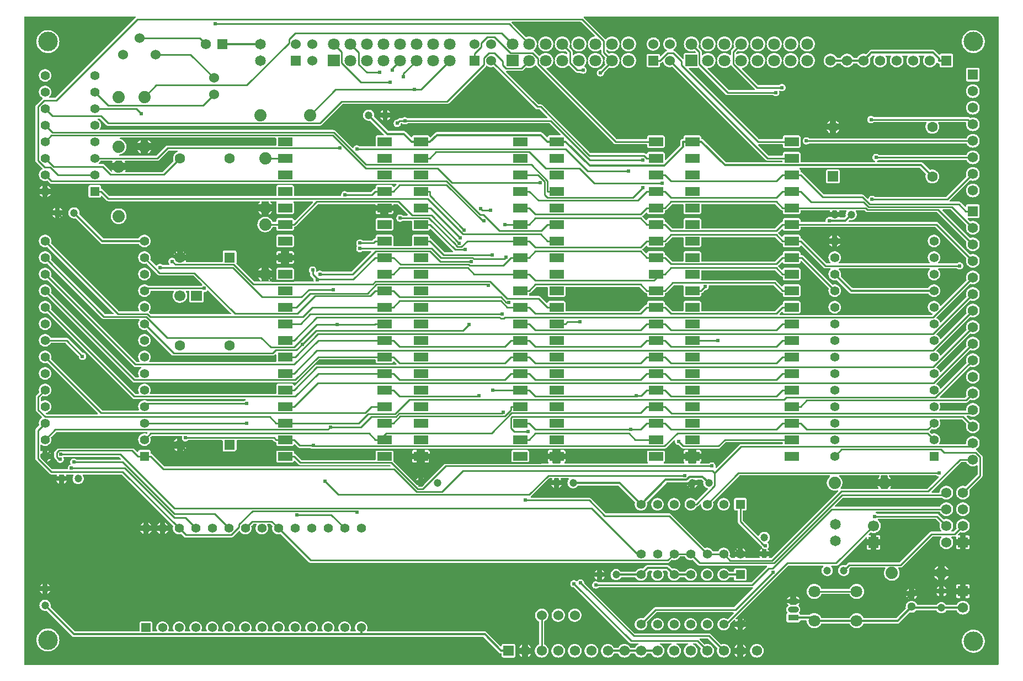
<source format=gtl>
G04 Layer: TopLayer*
G04 EasyEDA v6.4.25, 2021-11-27T09:28:47--8:00*
G04 2bb479a7f6b54dcc958ccff802dfd9b2,a81d661f06f64e70a3419793c5b4ef82,10*
G04 Gerber Generator version 0.2*
G04 Scale: 100 percent, Rotated: No, Reflected: No *
G04 Dimensions in millimeters *
G04 leading zeros omitted , absolute positions ,4 integer and 5 decimal *
%FSLAX45Y45*%
%MOMM*%

%ADD10C,0.2540*%
%ADD11C,0.3500*%
%ADD12C,0.6100*%
%ADD13C,1.8796*%
%ADD14R,1.3970X1.3970*%
%ADD15C,1.3970*%
%ADD16C,3.0000*%
%ADD17R,2.1996X1.3995*%
%ADD18C,1.5240*%
%ADD19C,1.3000*%
%ADD20C,1.6510*%
%ADD21R,1.6000X1.6000*%
%ADD22C,1.6000*%
%ADD23R,1.7000X1.5748*%
%ADD24C,1.7000*%
%ADD25R,1.5748X1.7000*%
%ADD26R,1.5748X1.5748*%
%ADD27C,1.5748*%
%ADD28C,1.1938*%
%ADD30C,1.8000*%
%ADD32R,1.6000X0.9000*%
%ADD33C,0.9000*%

%LPD*%
G36*
X5078425Y7969097D02*
G01*
X5074615Y7969859D01*
X5071414Y7972044D01*
X4811014Y8232444D01*
X4804816Y8237524D01*
X4798110Y8241131D01*
X4790897Y8243316D01*
X4782870Y8244078D01*
X1201572Y8244078D01*
X1197813Y8244789D01*
X1194612Y8246821D01*
X1192377Y8249869D01*
X1191412Y8253577D01*
X1191869Y8257336D01*
X1193698Y8260689D01*
X1195832Y8263280D01*
X1202588Y8274456D01*
X1207820Y8286445D01*
X1211326Y8299043D01*
X1213104Y8311946D01*
X1213104Y8325053D01*
X1211326Y8337956D01*
X1207820Y8350554D01*
X1202588Y8362543D01*
X1195832Y8373719D01*
X1187551Y8383828D01*
X1178001Y8392769D01*
X1167333Y8400288D01*
X1164488Y8403386D01*
X1163116Y8407450D01*
X1163523Y8411667D01*
X1165656Y8415324D01*
X1169060Y8417864D01*
X1173226Y8418728D01*
X1191920Y8418728D01*
X1195781Y8417966D01*
X1199083Y8415782D01*
X1293164Y8321700D01*
X1299362Y8316620D01*
X1306068Y8313064D01*
X1313281Y8310829D01*
X1321308Y8310067D01*
X4572711Y8310067D01*
X4580737Y8310829D01*
X4587951Y8313064D01*
X4594606Y8316620D01*
X4600854Y8321700D01*
X4919929Y8640775D01*
X4923231Y8643010D01*
X4927092Y8643772D01*
X6524345Y8643772D01*
X6532372Y8644534D01*
X6539585Y8646769D01*
X6546291Y8650325D01*
X6552488Y8655405D01*
X7120534Y9223451D01*
X7123785Y9227413D01*
X7126731Y9229902D01*
X7130389Y9231071D01*
X7134199Y9230817D01*
X7137704Y9229140D01*
X7145985Y9223044D01*
X7157923Y9216491D01*
X7170674Y9211614D01*
X7183932Y9208414D01*
X7197496Y9207093D01*
X7211110Y9207550D01*
X7224572Y9209786D01*
X7234732Y9212935D01*
X7238390Y9213392D01*
X7241946Y9212529D01*
X7244943Y9210446D01*
X7882940Y8572449D01*
X7889138Y8567369D01*
X7895844Y8563813D01*
X7903057Y8561578D01*
X7911084Y8560816D01*
X7938262Y8560816D01*
X7942122Y8560054D01*
X7945424Y8557818D01*
X8062315Y8440928D01*
X8064550Y8437626D01*
X8065312Y8433765D01*
X8064550Y8429853D01*
X8062315Y8426551D01*
X8059013Y8424367D01*
X8055152Y8423605D01*
X5922162Y8423605D01*
X5918301Y8424367D01*
X5914999Y8426551D01*
X5913374Y8428177D01*
X5905347Y8433816D01*
X5896457Y8437981D01*
X5886958Y8440521D01*
X5877153Y8441334D01*
X5867349Y8440521D01*
X5857849Y8437981D01*
X5848959Y8433816D01*
X5840933Y8428177D01*
X5839307Y8426551D01*
X5836005Y8424367D01*
X5832144Y8423605D01*
X5797397Y8423605D01*
X5789371Y8422792D01*
X5782157Y8420608D01*
X5775452Y8417052D01*
X5769254Y8411921D01*
X5763514Y8406180D01*
X5760618Y8404148D01*
X5757214Y8403234D01*
X5749137Y8402574D01*
X5739638Y8400034D01*
X5730748Y8395868D01*
X5722721Y8390229D01*
X5715762Y8383270D01*
X5710123Y8375243D01*
X5705957Y8366302D01*
X5703417Y8356853D01*
X5702554Y8347049D01*
X5703417Y8337245D01*
X5705957Y8327745D01*
X5710123Y8318855D01*
X5715762Y8310829D01*
X5722721Y8303869D01*
X5730748Y8298230D01*
X5739638Y8294065D01*
X5749137Y8291525D01*
X5758942Y8290661D01*
X5768746Y8291525D01*
X5778246Y8294065D01*
X5787136Y8298230D01*
X5795162Y8303869D01*
X5802122Y8310829D01*
X5807760Y8318855D01*
X5811926Y8327745D01*
X5815482Y8340801D01*
X5817768Y8343747D01*
X5820918Y8345728D01*
X5824575Y8346389D01*
X5832144Y8346389D01*
X5836005Y8345627D01*
X5839307Y8343392D01*
X5840933Y8341817D01*
X5848959Y8336178D01*
X5857849Y8332012D01*
X5867349Y8329472D01*
X5877153Y8328609D01*
X5886958Y8329472D01*
X5896457Y8332012D01*
X5905347Y8336178D01*
X5913374Y8341817D01*
X5914999Y8343392D01*
X5918301Y8345627D01*
X5922162Y8346389D01*
X8094827Y8346389D01*
X8098739Y8345627D01*
X8102041Y8343392D01*
X8267700Y8177733D01*
X8269884Y8174431D01*
X8270697Y8170519D01*
X8269884Y8166658D01*
X8267700Y8163356D01*
X8264398Y8161172D01*
X8260537Y8160359D01*
X8094776Y8160359D01*
X8088477Y8159648D01*
X8082991Y8157768D01*
X8078114Y8154670D01*
X8073999Y8150606D01*
X8070951Y8145678D01*
X8068716Y8139430D01*
X8066633Y8135924D01*
X8063331Y8133486D01*
X8059369Y8132622D01*
X8055356Y8133334D01*
X8051952Y8135569D01*
X7988300Y8199170D01*
X7981594Y8204250D01*
X7974431Y8207806D01*
X7966760Y8209991D01*
X7958328Y8210753D01*
X6365138Y8210753D01*
X6356908Y8209584D01*
X6349288Y8207044D01*
X6342329Y8203133D01*
X6335776Y8197748D01*
X6273647Y8135569D01*
X6270244Y8133334D01*
X6266230Y8132622D01*
X6262268Y8133486D01*
X6258966Y8135924D01*
X6256883Y8139430D01*
X6254648Y8145678D01*
X6251600Y8150606D01*
X6247485Y8154670D01*
X6242608Y8157768D01*
X6237122Y8159648D01*
X6230823Y8160359D01*
X6011976Y8160359D01*
X6005677Y8159648D01*
X6000191Y8157768D01*
X5995314Y8154670D01*
X5991199Y8150606D01*
X5988151Y8145678D01*
X5985916Y8139430D01*
X5983833Y8135924D01*
X5980531Y8133486D01*
X5976569Y8132622D01*
X5972556Y8133334D01*
X5969152Y8135569D01*
X5888482Y8216188D01*
X5881827Y8221218D01*
X5874664Y8224774D01*
X5866942Y8226958D01*
X5858510Y8227771D01*
X5630011Y8227771D01*
X5626150Y8228533D01*
X5622848Y8230717D01*
X5407914Y8445652D01*
X5405983Y8448395D01*
X5405018Y8451646D01*
X5405170Y8454999D01*
X5405983Y8458708D01*
X5406847Y8470900D01*
X5405983Y8483092D01*
X5403392Y8495030D01*
X5399125Y8506460D01*
X5393283Y8517178D01*
X5385968Y8526932D01*
X5377332Y8535568D01*
X5367578Y8542883D01*
X5356860Y8548725D01*
X5345430Y8552992D01*
X5333492Y8555583D01*
X5321300Y8556447D01*
X5309108Y8555583D01*
X5297170Y8552992D01*
X5285740Y8548725D01*
X5275021Y8542883D01*
X5265267Y8535568D01*
X5256631Y8526932D01*
X5249316Y8517178D01*
X5243474Y8506460D01*
X5239207Y8495030D01*
X5236616Y8483092D01*
X5235752Y8470900D01*
X5236616Y8458708D01*
X5239207Y8446770D01*
X5243474Y8435340D01*
X5249316Y8424621D01*
X5256631Y8414867D01*
X5265267Y8406231D01*
X5275021Y8398916D01*
X5285740Y8393074D01*
X5297170Y8388807D01*
X5309108Y8386216D01*
X5321300Y8385352D01*
X5333492Y8386216D01*
X5337200Y8387029D01*
X5340553Y8387181D01*
X5343804Y8386216D01*
X5346547Y8384286D01*
X5553049Y8177733D01*
X5555284Y8174431D01*
X5556046Y8170519D01*
X5555284Y8166658D01*
X5553049Y8163356D01*
X5549798Y8161172D01*
X5545886Y8160359D01*
X5453176Y8160359D01*
X5446877Y8159648D01*
X5441391Y8157768D01*
X5436514Y8154670D01*
X5432399Y8150606D01*
X5429351Y8145678D01*
X5427421Y8140242D01*
X5426710Y8133892D01*
X5426710Y8000695D01*
X5425948Y7996783D01*
X5423712Y7993481D01*
X5420461Y7991297D01*
X5416550Y7990535D01*
X5184038Y7990535D01*
X5180177Y7991297D01*
X5176875Y7993481D01*
X5175250Y7995107D01*
X5167223Y8000746D01*
X5158333Y8004911D01*
X5148834Y8007451D01*
X5139029Y8008264D01*
X5129225Y8007451D01*
X5119725Y8004911D01*
X5110835Y8000746D01*
X5102809Y7995107D01*
X5095849Y7988147D01*
X5090210Y7980121D01*
X5087823Y7974939D01*
X5085537Y7971790D01*
X5082235Y7969758D01*
G37*

%LPC*%
G36*
X5611520Y8393430D02*
G01*
X5621578Y8398916D01*
X5631332Y8406231D01*
X5639968Y8414867D01*
X5647283Y8424621D01*
X5652770Y8434679D01*
X5611520Y8434679D01*
G37*
G36*
X5539130Y8393430D02*
G01*
X5539130Y8434679D01*
X5497830Y8434679D01*
X5503316Y8424621D01*
X5510631Y8414867D01*
X5519267Y8406231D01*
X5529021Y8398916D01*
G37*
G36*
X5611520Y8507069D02*
G01*
X5652770Y8507069D01*
X5647283Y8517178D01*
X5639968Y8526932D01*
X5631332Y8535568D01*
X5621578Y8542883D01*
X5611520Y8548370D01*
G37*
G36*
X5497830Y8507069D02*
G01*
X5539130Y8507069D01*
X5539130Y8548370D01*
X5529021Y8542883D01*
X5519267Y8535568D01*
X5510631Y8526932D01*
X5503316Y8517178D01*
G37*

%LPD*%
G36*
X1502003Y7849108D02*
G01*
X1497838Y7849971D01*
X1494383Y7852511D01*
X1492300Y7856220D01*
X1491894Y7860487D01*
X1493316Y7864500D01*
X1496212Y7867599D01*
X1500124Y7869224D01*
X1515160Y7872069D01*
X1529181Y7876540D01*
X1542592Y7882686D01*
X1555140Y7890459D01*
X1566672Y7899704D01*
X1576933Y7910322D01*
X1585823Y7922107D01*
X1593189Y7934858D01*
X1598930Y7948472D01*
X1602994Y7962646D01*
X1605280Y7977225D01*
X1605737Y7992008D01*
X1604365Y8006689D01*
X1601216Y8021116D01*
X1596288Y8035036D01*
X1589684Y8048244D01*
X1581556Y8060537D01*
X1571955Y8071764D01*
X1561033Y8081670D01*
X1548993Y8090204D01*
X1535988Y8097215D01*
X1522222Y8102549D01*
X1508455Y8106003D01*
X1504696Y8107832D01*
X1502003Y8110981D01*
X1500784Y8114995D01*
X1501292Y8119160D01*
X1503426Y8122716D01*
X1506829Y8125155D01*
X1510944Y8126018D01*
X3892550Y8126018D01*
X3896461Y8125256D01*
X3899712Y8123021D01*
X3901948Y8119719D01*
X3902710Y8115858D01*
X3902710Y8015173D01*
X3901948Y8011261D01*
X3899712Y8007959D01*
X3896461Y8005775D01*
X3892550Y8005013D01*
X2235606Y8005013D01*
X2227580Y8004200D01*
X2220366Y8002016D01*
X2213660Y7998459D01*
X2207463Y7993329D01*
X2066188Y7852054D01*
X2062886Y7849870D01*
X2058974Y7849108D01*
G37*

%LPC*%
G36*
X1826260Y7881162D02*
G01*
X1826260Y7934959D01*
X1772259Y7934959D01*
X1779676Y7922107D01*
X1788566Y7910322D01*
X1798828Y7899704D01*
X1810359Y7890459D01*
X1822907Y7882686D01*
G37*
G36*
X1932939Y7881162D02*
G01*
X1936292Y7882686D01*
X1948840Y7890459D01*
X1960372Y7899704D01*
X1970633Y7910322D01*
X1979523Y7922107D01*
X1986940Y7934959D01*
X1932939Y7934959D01*
G37*
G36*
X1772513Y8041640D02*
G01*
X1826260Y8041640D01*
X1826260Y8095437D01*
X1816506Y8090204D01*
X1804466Y8081670D01*
X1793544Y8071764D01*
X1783943Y8060537D01*
X1775815Y8048244D01*
G37*
G36*
X1932939Y8041640D02*
G01*
X1986686Y8041640D01*
X1983384Y8048244D01*
X1975256Y8060537D01*
X1965655Y8071764D01*
X1954733Y8081670D01*
X1942693Y8090204D01*
X1932939Y8095437D01*
G37*

%LPD*%
G36*
X1442720Y7599984D02*
G01*
X1438808Y7600797D01*
X1435557Y7602981D01*
X1433322Y7606284D01*
X1432560Y7610144D01*
X1432560Y7630159D01*
X1378813Y7630159D01*
X1382471Y7622946D01*
X1384046Y7619034D01*
X1383842Y7614767D01*
X1381963Y7611008D01*
X1378661Y7608316D01*
X1374597Y7607198D01*
X1370380Y7607858D01*
X1366824Y7610144D01*
X1266545Y7710424D01*
X1260348Y7715554D01*
X1253642Y7719110D01*
X1246428Y7721295D01*
X1238402Y7722108D01*
X1188618Y7722108D01*
X1184706Y7722920D01*
X1181354Y7725156D01*
X1179169Y7728508D01*
X1178509Y7732471D01*
X1179372Y7736433D01*
X1181709Y7739684D01*
X1187551Y7745171D01*
X1195832Y7755280D01*
X1202944Y7767015D01*
X1205179Y7769606D01*
X1208227Y7771282D01*
X1211630Y7771892D01*
X1382318Y7771892D01*
X1386687Y7770875D01*
X1390192Y7768132D01*
X1392174Y7764119D01*
X1392275Y7759649D01*
X1390446Y7755585D01*
X1385976Y7749692D01*
X1378559Y7736840D01*
X1432560Y7736840D01*
X1432560Y7761731D01*
X1433322Y7765592D01*
X1435557Y7768894D01*
X1438808Y7771130D01*
X1442720Y7771892D01*
X1529080Y7771892D01*
X1532991Y7771130D01*
X1536242Y7768894D01*
X1538478Y7765592D01*
X1539240Y7761731D01*
X1539240Y7736840D01*
X1593240Y7736840D01*
X1585823Y7749692D01*
X1581353Y7755585D01*
X1579524Y7759649D01*
X1579626Y7764119D01*
X1581607Y7768132D01*
X1585112Y7770875D01*
X1589481Y7771892D01*
X2078685Y7771892D01*
X2086711Y7772653D01*
X2093925Y7774889D01*
X2100630Y7778445D01*
X2106828Y7783525D01*
X2248103Y7924800D01*
X2251405Y7927035D01*
X2255316Y7927797D01*
X2381097Y7927797D01*
X2385466Y7926781D01*
X2389022Y7923987D01*
X2390952Y7919923D01*
X2391003Y7915452D01*
X2389073Y7911338D01*
X2385568Y7908493D01*
X2372766Y7902194D01*
X2361234Y7894523D01*
X2350820Y7885379D01*
X2341676Y7874965D01*
X2334006Y7863433D01*
X2327859Y7851038D01*
X2323439Y7837881D01*
X2320696Y7824317D01*
X2319832Y7810500D01*
X2320696Y7796682D01*
X2323439Y7783118D01*
X2326538Y7773924D01*
X2327046Y7770215D01*
X2326233Y7766558D01*
X2324100Y7763509D01*
X2163572Y7602981D01*
X2160270Y7600797D01*
X2156409Y7599984D01*
X1593037Y7599984D01*
X1588770Y7600950D01*
X1585315Y7603540D01*
X1583232Y7607401D01*
X1582978Y7611719D01*
X1584553Y7615783D01*
X1589684Y7623556D01*
X1592986Y7630159D01*
X1539240Y7630159D01*
X1539240Y7610144D01*
X1538478Y7606284D01*
X1536242Y7602981D01*
X1532991Y7600797D01*
X1529080Y7599984D01*
G37*

%LPD*%
G36*
X9984587Y6735013D02*
G01*
X9980726Y6735775D01*
X9977424Y6737959D01*
X9893960Y6821424D01*
X9887712Y6826554D01*
X9881057Y6830110D01*
X9869678Y6833412D01*
X9866731Y6835648D01*
X9864750Y6838797D01*
X9864090Y6842455D01*
X9864090Y6863892D01*
X9863378Y6870242D01*
X9861448Y6875678D01*
X9858400Y6880606D01*
X9854285Y6884670D01*
X9849408Y6887768D01*
X9843922Y6889648D01*
X9837623Y6890359D01*
X9618776Y6890359D01*
X9612477Y6889648D01*
X9606991Y6887768D01*
X9602114Y6884670D01*
X9597999Y6880606D01*
X9594951Y6875678D01*
X9591852Y6865975D01*
X9589465Y6863029D01*
X9586214Y6861098D01*
X9582454Y6860540D01*
X9578797Y6861403D01*
X9575647Y6863537D01*
X9524898Y6914286D01*
X9522663Y6917588D01*
X9521901Y6921500D01*
X9522663Y6925360D01*
X9524898Y6928662D01*
X9575647Y6979462D01*
X9578797Y6981596D01*
X9582454Y6982409D01*
X9586214Y6981850D01*
X9589465Y6979970D01*
X9591852Y6977024D01*
X9593021Y6972757D01*
X9594951Y6967321D01*
X9597999Y6962394D01*
X9602114Y6958330D01*
X9606991Y6955231D01*
X9612477Y6953351D01*
X9618776Y6952589D01*
X9837623Y6952589D01*
X9843922Y6953351D01*
X9849408Y6955231D01*
X9854285Y6958330D01*
X9858400Y6962394D01*
X9861448Y6967321D01*
X9863378Y6972757D01*
X9864090Y6979107D01*
X9864090Y7000494D01*
X9864750Y7004151D01*
X9866731Y7007352D01*
X9869678Y7009587D01*
X9881057Y7012889D01*
X9887712Y7016445D01*
X9893960Y7021525D01*
X9977424Y7104989D01*
X9980726Y7107224D01*
X9984587Y7107986D01*
X10140950Y7107986D01*
X10144861Y7107224D01*
X10148112Y7104989D01*
X10150348Y7101687D01*
X10151110Y7097826D01*
X10151110Y6979107D01*
X10151821Y6972757D01*
X10153751Y6967321D01*
X10156799Y6962394D01*
X10160914Y6958330D01*
X10165791Y6955231D01*
X10171277Y6953351D01*
X10177576Y6952589D01*
X10396423Y6952589D01*
X10402722Y6953351D01*
X10408208Y6955231D01*
X10413085Y6958330D01*
X10417200Y6962394D01*
X10420248Y6967321D01*
X10422178Y6972757D01*
X10422890Y6979107D01*
X10422890Y7097826D01*
X10423652Y7101687D01*
X10425887Y7104989D01*
X10429138Y7107224D01*
X10433050Y7107986D01*
X11554612Y7107986D01*
X11558473Y7107224D01*
X11561775Y7104989D01*
X11645239Y7021525D01*
X11651488Y7016445D01*
X11658142Y7012889D01*
X11669522Y7009587D01*
X11672468Y7007352D01*
X11674449Y7004151D01*
X11675110Y7000494D01*
X11675110Y6979107D01*
X11675821Y6972757D01*
X11677751Y6967321D01*
X11680799Y6962394D01*
X11684914Y6958330D01*
X11689791Y6955231D01*
X11695277Y6953351D01*
X11701576Y6952589D01*
X11920423Y6952589D01*
X11926722Y6953351D01*
X11932208Y6955231D01*
X11937085Y6958330D01*
X11941200Y6962394D01*
X11944248Y6967321D01*
X11946178Y6972757D01*
X11946890Y6979107D01*
X11946890Y6999731D01*
X11947652Y7003592D01*
X11949887Y7006894D01*
X11953138Y7009130D01*
X11957050Y7009892D01*
X12391644Y7009892D01*
X12395962Y7008926D01*
X12399518Y7006132D01*
X12401499Y7002170D01*
X12401600Y6997700D01*
X12399416Y6993178D01*
X12393930Y6983069D01*
X12435230Y6983069D01*
X12435230Y6999731D01*
X12435992Y7003592D01*
X12438176Y7006894D01*
X12441478Y7009130D01*
X12445390Y7009892D01*
X12497460Y7009892D01*
X12501321Y7009130D01*
X12504623Y7006894D01*
X12506807Y7003592D01*
X12507620Y6999731D01*
X12507620Y6983069D01*
X12548870Y6983069D01*
X12543028Y6993636D01*
X12541199Y6997700D01*
X12541300Y7002170D01*
X12543282Y7006132D01*
X12546838Y7008926D01*
X12551156Y7009892D01*
X12645644Y7009892D01*
X12649962Y7008926D01*
X12653518Y7006132D01*
X12655499Y7002170D01*
X12655600Y6997700D01*
X12653416Y6993178D01*
X12647574Y6982459D01*
X12643307Y6971030D01*
X12640716Y6959092D01*
X12639852Y6946900D01*
X12640716Y6934708D01*
X12641529Y6930999D01*
X12641681Y6927646D01*
X12640716Y6924395D01*
X12638786Y6921652D01*
X12617856Y6900722D01*
X12614554Y6898538D01*
X12610642Y6897725D01*
X12558776Y6897725D01*
X12554966Y6898487D01*
X12551714Y6900621D01*
X12549479Y6903821D01*
X12548616Y6907631D01*
X12549174Y6910679D01*
X12507620Y6910679D01*
X12507620Y6907885D01*
X12506807Y6904024D01*
X12504623Y6900722D01*
X12501321Y6898538D01*
X12497460Y6897725D01*
X12445390Y6897725D01*
X12441478Y6898538D01*
X12438176Y6900722D01*
X12435992Y6904024D01*
X12435230Y6907885D01*
X12435230Y6910679D01*
X12382703Y6910679D01*
X12381026Y6910070D01*
X12370663Y6907326D01*
X12361773Y6903161D01*
X12353696Y6897522D01*
X12346736Y6890562D01*
X12341148Y6882536D01*
X12336983Y6873595D01*
X12334443Y6864146D01*
X12333579Y6854342D01*
X12334443Y6844131D01*
X12333986Y6840016D01*
X12331852Y6836409D01*
X12328448Y6833971D01*
X12324334Y6833108D01*
X11957050Y6833108D01*
X11953138Y6833870D01*
X11949887Y6836054D01*
X11947652Y6839356D01*
X11946890Y6843268D01*
X11946890Y6863892D01*
X11946178Y6870242D01*
X11944248Y6875678D01*
X11941200Y6880606D01*
X11937085Y6884670D01*
X11932208Y6887768D01*
X11926722Y6889648D01*
X11920423Y6890359D01*
X11701576Y6890359D01*
X11695277Y6889648D01*
X11689791Y6887768D01*
X11684914Y6884670D01*
X11680799Y6880606D01*
X11677751Y6875678D01*
X11675821Y6870242D01*
X11675110Y6863892D01*
X11675110Y6842455D01*
X11674449Y6838797D01*
X11672468Y6835648D01*
X11669522Y6833412D01*
X11658142Y6830110D01*
X11651488Y6826554D01*
X11645239Y6821424D01*
X11561775Y6737959D01*
X11558473Y6735775D01*
X11554612Y6735013D01*
X10433050Y6735013D01*
X10429138Y6735775D01*
X10425887Y6737959D01*
X10423652Y6741261D01*
X10422890Y6745173D01*
X10422890Y6863892D01*
X10422178Y6870242D01*
X10420248Y6875678D01*
X10417200Y6880606D01*
X10413085Y6884670D01*
X10408208Y6887768D01*
X10402722Y6889648D01*
X10396423Y6890359D01*
X10177576Y6890359D01*
X10171277Y6889648D01*
X10165791Y6887768D01*
X10160914Y6884670D01*
X10156799Y6880606D01*
X10153751Y6875678D01*
X10151821Y6870242D01*
X10151110Y6863892D01*
X10151110Y6745173D01*
X10150348Y6741261D01*
X10148112Y6737959D01*
X10144861Y6735775D01*
X10140950Y6735013D01*
G37*

%LPD*%
G36*
X6095390Y2770987D02*
G01*
X6091478Y2771749D01*
X6088176Y2773934D01*
X6085992Y2777236D01*
X6085230Y2781147D01*
X6085230Y2795879D01*
X6069736Y2795879D01*
X6065824Y2796692D01*
X6062573Y2798876D01*
X5701334Y3160115D01*
X5699506Y3162554D01*
X5698540Y3165398D01*
X5698490Y3307892D01*
X5697778Y3314242D01*
X5695848Y3319678D01*
X5692800Y3324606D01*
X5688685Y3328670D01*
X5683808Y3331768D01*
X5678322Y3333648D01*
X5672023Y3334359D01*
X5453176Y3334359D01*
X5446877Y3333648D01*
X5441391Y3331768D01*
X5436514Y3328670D01*
X5432399Y3324606D01*
X5429351Y3319678D01*
X5427421Y3314242D01*
X5426710Y3307892D01*
X5426710Y3189173D01*
X5425948Y3185261D01*
X5423712Y3181959D01*
X5420461Y3179775D01*
X5416550Y3179013D01*
X4294987Y3179013D01*
X4291126Y3179775D01*
X4287824Y3181959D01*
X4204360Y3265424D01*
X4198112Y3270554D01*
X4191457Y3274110D01*
X4180078Y3277412D01*
X4177131Y3279648D01*
X4175150Y3282797D01*
X4174490Y3286455D01*
X4174490Y3307892D01*
X4173778Y3314242D01*
X4171848Y3319678D01*
X4168800Y3324606D01*
X4164685Y3328670D01*
X4159808Y3331768D01*
X4154322Y3333648D01*
X4148023Y3334359D01*
X3929176Y3334359D01*
X3922877Y3333648D01*
X3917391Y3331768D01*
X3912514Y3328670D01*
X3908399Y3324606D01*
X3905351Y3319678D01*
X3903421Y3314242D01*
X3902710Y3307892D01*
X3902710Y3169107D01*
X3903421Y3162757D01*
X3905351Y3157321D01*
X3908399Y3152394D01*
X3912514Y3148330D01*
X3917391Y3145231D01*
X3922877Y3143351D01*
X3929176Y3142589D01*
X4148023Y3142589D01*
X4154322Y3143351D01*
X4159808Y3145231D01*
X4164685Y3148330D01*
X4168800Y3152394D01*
X4171848Y3157321D01*
X4174947Y3167024D01*
X4177334Y3169970D01*
X4180586Y3171850D01*
X4184345Y3172409D01*
X4188002Y3171596D01*
X4191152Y3169462D01*
X4247134Y3113430D01*
X4253382Y3108350D01*
X4260037Y3104794D01*
X4267250Y3102559D01*
X4275277Y3101797D01*
X5646216Y3101797D01*
X5650128Y3101035D01*
X5654294Y3097936D01*
X5656529Y3094634D01*
X5657291Y3090722D01*
X5656529Y3086862D01*
X5654294Y3083560D01*
X5650992Y3081375D01*
X5647131Y3080562D01*
X2194306Y3080562D01*
X2190394Y3081375D01*
X2187092Y3083560D01*
X2005228Y3265424D01*
X1998980Y3270554D01*
X1992325Y3274110D01*
X1980946Y3277412D01*
X1977999Y3279648D01*
X1976018Y3282797D01*
X1975357Y3286455D01*
X1975357Y3307791D01*
X1974646Y3314090D01*
X1972716Y3319576D01*
X1969668Y3324453D01*
X1965553Y3328568D01*
X1960676Y3331616D01*
X1955190Y3333546D01*
X1948891Y3334258D01*
X1810308Y3334258D01*
X1804009Y3333546D01*
X1798523Y3331616D01*
X1793646Y3328568D01*
X1789531Y3324453D01*
X1786483Y3319576D01*
X1783384Y3309924D01*
X1781048Y3306978D01*
X1777746Y3305098D01*
X1774037Y3304540D01*
X1770329Y3305403D01*
X1767230Y3307486D01*
X1719224Y3355492D01*
X1713026Y3360572D01*
X1706321Y3364179D01*
X1699107Y3366363D01*
X1691081Y3367125D01*
X570230Y3367125D01*
X562203Y3366363D01*
X554990Y3364179D01*
X548284Y3360572D01*
X542086Y3355492D01*
X507695Y3321100D01*
X502564Y3314852D01*
X499008Y3308197D01*
X496824Y3300933D01*
X496011Y3292957D01*
X496011Y3229965D01*
X496824Y3221939D01*
X499008Y3214674D01*
X502564Y3208020D01*
X507695Y3201771D01*
X534466Y3175000D01*
X536498Y3172104D01*
X539648Y3165348D01*
X545287Y3157270D01*
X552246Y3150311D01*
X560273Y3144672D01*
X569163Y3140557D01*
X578662Y3138017D01*
X588467Y3137154D01*
X598271Y3138017D01*
X607771Y3140557D01*
X616661Y3144672D01*
X624687Y3150311D01*
X631647Y3157270D01*
X637286Y3165348D01*
X641451Y3174238D01*
X643991Y3183737D01*
X644855Y3193491D01*
X643991Y3203295D01*
X641451Y3212795D01*
X639521Y3216859D01*
X638606Y3220770D01*
X639267Y3224784D01*
X641451Y3228187D01*
X644804Y3230473D01*
X648766Y3231286D01*
X1487728Y3231286D01*
X1491640Y3230524D01*
X1494942Y3228340D01*
X1518462Y3204768D01*
X1520698Y3201466D01*
X1521460Y3197606D01*
X1520698Y3193694D01*
X1518462Y3190392D01*
X1515160Y3188208D01*
X1511300Y3187446D01*
X842213Y3187446D01*
X838301Y3188208D01*
X834999Y3190392D01*
X833424Y3192018D01*
X825347Y3197656D01*
X816457Y3201822D01*
X806958Y3204362D01*
X797204Y3205175D01*
X787400Y3204362D01*
X777900Y3201822D01*
X769010Y3197656D01*
X760933Y3192018D01*
X753973Y3185058D01*
X748385Y3177032D01*
X744220Y3168091D01*
X741680Y3158642D01*
X740816Y3148838D01*
X741680Y3139033D01*
X744220Y3129534D01*
X746861Y3123844D01*
X747826Y3119983D01*
X747217Y3116072D01*
X745134Y3112668D01*
X741984Y3110331D01*
X732586Y3105962D01*
X724509Y3100324D01*
X717550Y3093364D01*
X711962Y3085338D01*
X707796Y3076397D01*
X705256Y3066948D01*
X704392Y3057144D01*
X705154Y3048152D01*
X704646Y3044037D01*
X702564Y3040430D01*
X699160Y3037992D01*
X695045Y3037128D01*
X470712Y3037128D01*
X466851Y3037890D01*
X463550Y3040075D01*
X317296Y3186328D01*
X315112Y3189630D01*
X314350Y3193491D01*
X314350Y3197199D01*
X310591Y3197199D01*
X306730Y3198012D01*
X303428Y3200196D01*
X287680Y3215995D01*
X285445Y3219246D01*
X284683Y3223158D01*
X284683Y3269589D01*
X285445Y3273501D01*
X287680Y3276803D01*
X290931Y3278987D01*
X294843Y3279749D01*
X314350Y3279749D01*
X314350Y3324707D01*
X305866Y3320287D01*
X300685Y3316681D01*
X296621Y3314954D01*
X292252Y3315157D01*
X288340Y3317189D01*
X285648Y3320643D01*
X284683Y3324961D01*
X284683Y3406038D01*
X285648Y3410356D01*
X288340Y3413810D01*
X292252Y3415842D01*
X296621Y3416046D01*
X300685Y3414318D01*
X305866Y3410712D01*
X317449Y3404666D01*
X329793Y3400298D01*
X342544Y3397656D01*
X355600Y3396742D01*
X368655Y3397656D01*
X381406Y3400298D01*
X393750Y3404666D01*
X405333Y3410712D01*
X416001Y3418230D01*
X425551Y3427171D01*
X433832Y3437280D01*
X440588Y3448456D01*
X445820Y3460445D01*
X449326Y3473043D01*
X451104Y3485946D01*
X451104Y3499053D01*
X449326Y3511956D01*
X446633Y3521608D01*
X446278Y3525164D01*
X447192Y3528618D01*
X449224Y3531514D01*
X524510Y3606800D01*
X527812Y3609035D01*
X531723Y3609797D01*
X1917750Y3609797D01*
X1921662Y3609035D01*
X1924964Y3606800D01*
X1927148Y3603498D01*
X1927910Y3599637D01*
X1927148Y3595725D01*
X1924964Y3592423D01*
X1918665Y3586124D01*
X1915515Y3583990D01*
X1911807Y3583178D01*
X1908048Y3583736D01*
X1905406Y3584701D01*
X1892655Y3587343D01*
X1879600Y3588258D01*
X1866544Y3587343D01*
X1853793Y3584701D01*
X1841449Y3580333D01*
X1829866Y3574287D01*
X1819198Y3566769D01*
X1809648Y3557828D01*
X1801368Y3547719D01*
X1794611Y3536543D01*
X1789379Y3524554D01*
X1785874Y3511956D01*
X1784096Y3499053D01*
X1784096Y3485946D01*
X1785874Y3473043D01*
X1789379Y3460445D01*
X1794611Y3448456D01*
X1801368Y3437280D01*
X1809648Y3427171D01*
X1819198Y3418230D01*
X1829866Y3410712D01*
X1841449Y3404666D01*
X1853793Y3400298D01*
X1866544Y3397656D01*
X1879600Y3396742D01*
X1892655Y3397656D01*
X1905406Y3400298D01*
X1917750Y3404666D01*
X1929333Y3410712D01*
X1940001Y3418230D01*
X1949551Y3427171D01*
X1957832Y3437280D01*
X1964588Y3448456D01*
X1969820Y3460445D01*
X1973325Y3473043D01*
X1975104Y3485946D01*
X1975104Y3499053D01*
X1973325Y3511956D01*
X1970633Y3521608D01*
X1970278Y3525164D01*
X1971192Y3528618D01*
X1973224Y3531514D01*
X1990699Y3548989D01*
X1994001Y3551224D01*
X1997913Y3551986D01*
X2447137Y3551986D01*
X2450795Y3551326D01*
X2453944Y3549345D01*
X2456230Y3546449D01*
X2457246Y3542893D01*
X2456942Y3539185D01*
X2455621Y3534206D01*
X2454757Y3524402D01*
X2455621Y3514648D01*
X2458161Y3505149D01*
X2462326Y3496259D01*
X2471267Y3483762D01*
X2472029Y3479901D01*
X2472029Y3462629D01*
X2522474Y3462629D01*
X2523693Y3466490D01*
X2526334Y3469538D01*
X2539339Y3475583D01*
X2547366Y3481222D01*
X2548991Y3482848D01*
X2552293Y3485032D01*
X2556154Y3485794D01*
X3071622Y3485794D01*
X3075533Y3485032D01*
X3078835Y3482848D01*
X3081020Y3479546D01*
X3081782Y3475634D01*
X3081782Y3336848D01*
X3082493Y3330549D01*
X3084423Y3325063D01*
X3087471Y3320186D01*
X3091586Y3316071D01*
X3096463Y3313023D01*
X3101949Y3311093D01*
X3108248Y3310382D01*
X3267151Y3310382D01*
X3273450Y3311093D01*
X3278936Y3313023D01*
X3283813Y3316071D01*
X3287928Y3320186D01*
X3290976Y3325063D01*
X3292906Y3330549D01*
X3293618Y3336848D01*
X3293618Y3475634D01*
X3294379Y3479546D01*
X3296564Y3482848D01*
X3299866Y3485032D01*
X3303778Y3485794D01*
X3848354Y3485794D01*
X3852265Y3485032D01*
X3855567Y3482848D01*
X3872839Y3465525D01*
X3879087Y3460445D01*
X3885742Y3456889D01*
X3897122Y3453587D01*
X3900068Y3451351D01*
X3902049Y3448151D01*
X3902710Y3444494D01*
X3902710Y3423107D01*
X3903421Y3416757D01*
X3905351Y3411321D01*
X3908399Y3406394D01*
X3912514Y3402329D01*
X3917391Y3399231D01*
X3922877Y3397351D01*
X3929176Y3396589D01*
X4148023Y3396589D01*
X4154322Y3397351D01*
X4159808Y3399231D01*
X4164685Y3402329D01*
X4168800Y3406394D01*
X4171848Y3411321D01*
X4174947Y3421024D01*
X4177334Y3423970D01*
X4180586Y3425850D01*
X4184345Y3426409D01*
X4188002Y3425596D01*
X4191152Y3423462D01*
X4236770Y3377844D01*
X4242968Y3372713D01*
X4249674Y3369157D01*
X4256887Y3366973D01*
X4264914Y3366160D01*
X4426000Y3366160D01*
X4429912Y3365398D01*
X4433214Y3363214D01*
X4434789Y3361588D01*
X4442866Y3355949D01*
X4451756Y3351834D01*
X4461256Y3349294D01*
X4471060Y3348431D01*
X4480814Y3349294D01*
X4490313Y3351834D01*
X4496816Y3354832D01*
X4501083Y3355797D01*
X9861550Y3355797D01*
X9869576Y3356559D01*
X9876790Y3358794D01*
X9883495Y3362350D01*
X9889693Y3367430D01*
X10003942Y3481679D01*
X10007396Y3483965D01*
X10011460Y3484676D01*
X10015423Y3483711D01*
X10018725Y3481273D01*
X10020808Y3477717D01*
X10021265Y3473653D01*
X10020604Y3466236D01*
X10021468Y3456482D01*
X10024008Y3446983D01*
X10028174Y3438093D01*
X10033812Y3430015D01*
X10040772Y3423056D01*
X10048798Y3417417D01*
X10057688Y3413302D01*
X10067188Y3410762D01*
X10075265Y3410051D01*
X10078669Y3409137D01*
X10081564Y3407105D01*
X10121239Y3367430D01*
X10127437Y3362299D01*
X10134142Y3358743D01*
X10141356Y3356559D01*
X10149382Y3355746D01*
X10687710Y3355746D01*
X10695736Y3356559D01*
X10702950Y3358743D01*
X10709605Y3362299D01*
X10715853Y3367430D01*
X10799318Y3450894D01*
X10802620Y3453129D01*
X10806531Y3453892D01*
X11664950Y3453892D01*
X11668861Y3453129D01*
X11672112Y3450894D01*
X11674348Y3447592D01*
X11675110Y3443732D01*
X11675110Y3435299D01*
X11674348Y3431438D01*
X11672112Y3428136D01*
X11668861Y3425951D01*
X11664950Y3425139D01*
X11037925Y3425139D01*
X11029899Y3424377D01*
X11022685Y3422192D01*
X11016030Y3418586D01*
X11009782Y3413506D01*
X10658856Y3062579D01*
X10655147Y3060192D01*
X10650778Y3059633D01*
X10646613Y3060954D01*
X10643362Y3063951D01*
X10641685Y3068015D01*
X10641888Y3072384D01*
X10643971Y3080207D01*
X10644835Y3089960D01*
X10643971Y3099765D01*
X10641431Y3109264D01*
X10637266Y3118154D01*
X10631627Y3126232D01*
X10624667Y3133140D01*
X10616641Y3138779D01*
X10607751Y3142945D01*
X10598251Y3145485D01*
X10588447Y3146348D01*
X10578642Y3145485D01*
X10569143Y3142945D01*
X10560253Y3138779D01*
X10552226Y3133140D01*
X10550601Y3131566D01*
X10547299Y3129381D01*
X10543438Y3128568D01*
X10416946Y3128568D01*
X10412730Y3129534D01*
X10409275Y3132124D01*
X10407192Y3135934D01*
X10406888Y3140252D01*
X10408462Y3144316D01*
X10411561Y3147364D01*
X10413085Y3148330D01*
X10417200Y3152394D01*
X10420248Y3157321D01*
X10422178Y3162757D01*
X10422890Y3169107D01*
X10422890Y3197148D01*
X10348366Y3197148D01*
X10348366Y3138728D01*
X10347553Y3134868D01*
X10345369Y3131566D01*
X10342067Y3129381D01*
X10338206Y3128568D01*
X10235844Y3128568D01*
X10231932Y3129381D01*
X10228630Y3131566D01*
X10226446Y3134868D01*
X10225684Y3138728D01*
X10225684Y3197148D01*
X10151110Y3197148D01*
X10151110Y3169107D01*
X10151821Y3162757D01*
X10153751Y3157321D01*
X10156799Y3152394D01*
X10160914Y3148330D01*
X10162438Y3147364D01*
X10165537Y3144316D01*
X10167112Y3140252D01*
X10166807Y3135934D01*
X10164724Y3132124D01*
X10161270Y3129534D01*
X10157053Y3128568D01*
X9858146Y3128568D01*
X9853930Y3129534D01*
X9850475Y3132124D01*
X9848392Y3135934D01*
X9848088Y3140252D01*
X9849662Y3144316D01*
X9852761Y3147364D01*
X9854285Y3148330D01*
X9858400Y3152394D01*
X9861448Y3157321D01*
X9863378Y3162757D01*
X9864090Y3169107D01*
X9864090Y3307892D01*
X9863378Y3314242D01*
X9861448Y3319678D01*
X9858400Y3324606D01*
X9854285Y3328670D01*
X9849408Y3331768D01*
X9843922Y3333648D01*
X9837623Y3334359D01*
X9618776Y3334359D01*
X9612477Y3333648D01*
X9606991Y3331768D01*
X9602114Y3328670D01*
X9597999Y3324606D01*
X9594951Y3319678D01*
X9593021Y3314242D01*
X9592310Y3307892D01*
X9592310Y3169107D01*
X9593021Y3162757D01*
X9594951Y3157321D01*
X9597999Y3152394D01*
X9602114Y3148330D01*
X9603638Y3147364D01*
X9606737Y3144316D01*
X9608312Y3140252D01*
X9608007Y3135934D01*
X9605924Y3132124D01*
X9602470Y3129534D01*
X9598253Y3128568D01*
X8334146Y3128568D01*
X8329930Y3129534D01*
X8326475Y3132124D01*
X8324392Y3135934D01*
X8324088Y3140252D01*
X8325662Y3144316D01*
X8328761Y3147364D01*
X8330285Y3148330D01*
X8334400Y3152394D01*
X8337448Y3157321D01*
X8339378Y3162757D01*
X8340090Y3169107D01*
X8340090Y3197148D01*
X8265566Y3197148D01*
X8265566Y3138728D01*
X8264753Y3134868D01*
X8262569Y3131566D01*
X8259267Y3129381D01*
X8255406Y3128568D01*
X8153044Y3128568D01*
X8149132Y3129381D01*
X8145830Y3131566D01*
X8143646Y3134868D01*
X8142884Y3138728D01*
X8142884Y3197148D01*
X8068309Y3197148D01*
X8068309Y3169107D01*
X8069021Y3162757D01*
X8070951Y3157321D01*
X8073999Y3152394D01*
X8078114Y3148330D01*
X8079638Y3147364D01*
X8082737Y3144316D01*
X8084312Y3140252D01*
X8084007Y3135934D01*
X8081924Y3132124D01*
X8078470Y3129534D01*
X8074253Y3128568D01*
X7775346Y3128568D01*
X7771130Y3129534D01*
X7767675Y3132124D01*
X7765592Y3135934D01*
X7765288Y3140252D01*
X7766862Y3144316D01*
X7769961Y3147364D01*
X7771485Y3148330D01*
X7775600Y3152394D01*
X7778648Y3157321D01*
X7780578Y3162757D01*
X7781290Y3169107D01*
X7781290Y3307892D01*
X7780578Y3314242D01*
X7778648Y3319678D01*
X7775600Y3324606D01*
X7771485Y3328670D01*
X7766608Y3331768D01*
X7761122Y3333648D01*
X7754823Y3334359D01*
X7535976Y3334359D01*
X7529677Y3333648D01*
X7524191Y3331768D01*
X7519314Y3328670D01*
X7515199Y3324606D01*
X7512151Y3319678D01*
X7510221Y3314242D01*
X7509509Y3307892D01*
X7509509Y3169107D01*
X7510221Y3162757D01*
X7512151Y3157321D01*
X7515199Y3152394D01*
X7519314Y3148330D01*
X7520838Y3147364D01*
X7523937Y3144316D01*
X7525512Y3140252D01*
X7525207Y3135934D01*
X7523124Y3132124D01*
X7519670Y3129534D01*
X7515453Y3128568D01*
X6509613Y3128568D01*
X6501587Y3127806D01*
X6494373Y3125622D01*
X6487718Y3122015D01*
X6481470Y3116935D01*
X6219393Y2854807D01*
X6217056Y2853283D01*
X6215481Y2850946D01*
X6163411Y2798876D01*
X6160719Y2796946D01*
X6157518Y2795981D01*
X6156553Y2792780D01*
X6154623Y2790088D01*
X6138519Y2773934D01*
X6135217Y2771749D01*
X6131306Y2770987D01*
G37*

%LPC*%
G36*
X6157620Y2868269D02*
G01*
X6198870Y2868269D01*
X6193383Y2878378D01*
X6186068Y2888132D01*
X6177432Y2896768D01*
X6167678Y2904083D01*
X6157620Y2909570D01*
G37*
G36*
X6043930Y2868269D02*
G01*
X6085230Y2868269D01*
X6085230Y2909570D01*
X6075121Y2904083D01*
X6065367Y2896768D01*
X6056731Y2888132D01*
X6049416Y2878378D01*
G37*
G36*
X6011976Y3142589D02*
G01*
X6060084Y3142589D01*
X6060084Y3197148D01*
X5985510Y3197148D01*
X5985510Y3169107D01*
X5986221Y3162757D01*
X5988151Y3157321D01*
X5991199Y3152394D01*
X5995314Y3148330D01*
X6000191Y3145231D01*
X6005677Y3143351D01*
G37*
G36*
X6182766Y3142589D02*
G01*
X6230823Y3142589D01*
X6237122Y3143351D01*
X6242608Y3145231D01*
X6247485Y3148330D01*
X6251600Y3152394D01*
X6254648Y3157321D01*
X6256578Y3162757D01*
X6257290Y3169107D01*
X6257290Y3197148D01*
X6182766Y3197148D01*
G37*
G36*
X396900Y3152292D02*
G01*
X405333Y3156712D01*
X416001Y3164230D01*
X425551Y3173171D01*
X433832Y3183280D01*
X440588Y3194456D01*
X441807Y3197199D01*
X396900Y3197199D01*
G37*
G36*
X396900Y3279749D02*
G01*
X441807Y3279749D01*
X440588Y3282543D01*
X433832Y3293719D01*
X425551Y3303828D01*
X416001Y3312769D01*
X405333Y3320287D01*
X396900Y3324707D01*
G37*
G36*
X10348366Y3279851D02*
G01*
X10422890Y3279851D01*
X10422890Y3307892D01*
X10422178Y3314242D01*
X10420248Y3319678D01*
X10417200Y3324606D01*
X10413085Y3328670D01*
X10408208Y3331768D01*
X10402722Y3333648D01*
X10396423Y3334359D01*
X10348366Y3334359D01*
G37*
G36*
X10151110Y3279851D02*
G01*
X10225684Y3279851D01*
X10225684Y3334359D01*
X10177576Y3334359D01*
X10171277Y3333648D01*
X10165791Y3331768D01*
X10160914Y3328670D01*
X10156799Y3324606D01*
X10153751Y3319678D01*
X10151821Y3314242D01*
X10151110Y3307892D01*
G37*
G36*
X8068309Y3279851D02*
G01*
X8142884Y3279851D01*
X8142884Y3334359D01*
X8094776Y3334359D01*
X8088477Y3333648D01*
X8082991Y3331768D01*
X8078114Y3328670D01*
X8073999Y3324606D01*
X8070951Y3319678D01*
X8069021Y3314242D01*
X8068309Y3307892D01*
G37*
G36*
X6182766Y3279851D02*
G01*
X6257290Y3279851D01*
X6257290Y3307892D01*
X6256578Y3314242D01*
X6254648Y3319678D01*
X6251600Y3324606D01*
X6247485Y3328670D01*
X6242608Y3331768D01*
X6237122Y3333648D01*
X6230823Y3334359D01*
X6182766Y3334359D01*
G37*
G36*
X8265566Y3279851D02*
G01*
X8340090Y3279851D01*
X8340090Y3307892D01*
X8339378Y3314242D01*
X8337448Y3319678D01*
X8334400Y3324606D01*
X8330285Y3328670D01*
X8325408Y3331768D01*
X8319922Y3333648D01*
X8313623Y3334359D01*
X8265566Y3334359D01*
G37*
G36*
X5985510Y3279851D02*
G01*
X6060084Y3279851D01*
X6060084Y3334359D01*
X6011976Y3334359D01*
X6005677Y3333648D01*
X6000191Y3331768D01*
X5995314Y3328670D01*
X5991199Y3324606D01*
X5988151Y3319678D01*
X5986221Y3314242D01*
X5985510Y3307892D01*
G37*
G36*
X2472029Y3321354D02*
G01*
X2478633Y3324606D01*
X2490165Y3332276D01*
X2500579Y3341420D01*
X2509723Y3351834D01*
X2517394Y3363366D01*
X2520645Y3369970D01*
X2472029Y3369970D01*
G37*
G36*
X2379370Y3321354D02*
G01*
X2379370Y3369970D01*
X2330754Y3369970D01*
X2334006Y3363366D01*
X2341676Y3351834D01*
X2350820Y3341420D01*
X2361234Y3332276D01*
X2372766Y3324606D01*
G37*
G36*
X2330754Y3462629D02*
G01*
X2379370Y3462629D01*
X2379370Y3511245D01*
X2372766Y3507994D01*
X2361234Y3500323D01*
X2350820Y3491179D01*
X2341676Y3480765D01*
X2334006Y3469233D01*
G37*

%LPD*%
G36*
X12571780Y2738424D02*
G01*
X12567818Y2738831D01*
X12564364Y2740660D01*
X12561824Y2743708D01*
X12560655Y2747467D01*
X12561011Y2751429D01*
X12562840Y2754934D01*
X12569240Y2762859D01*
X12577013Y2775407D01*
X12583160Y2788818D01*
X12587630Y2802839D01*
X12590373Y2817368D01*
X12591288Y2832100D01*
X12590373Y2846832D01*
X12587630Y2861360D01*
X12583160Y2875381D01*
X12577013Y2888792D01*
X12569240Y2901340D01*
X12559995Y2912872D01*
X12549378Y2923133D01*
X12544602Y2926740D01*
X12541859Y2929890D01*
X12540640Y2933903D01*
X12541097Y2938068D01*
X12543231Y2941675D01*
X12546634Y2944114D01*
X12550749Y2944977D01*
X13153796Y2944977D01*
X13157809Y2944164D01*
X13161162Y2941828D01*
X13163346Y2938373D01*
X13163956Y2934309D01*
X13162940Y2930347D01*
X13160400Y2927096D01*
X13149935Y2918155D01*
X13140029Y2907233D01*
X13131495Y2895193D01*
X13126262Y2885440D01*
X13180060Y2885440D01*
X13180060Y2934817D01*
X13180822Y2938729D01*
X13183057Y2942031D01*
X13186308Y2944215D01*
X13190219Y2944977D01*
X13276580Y2944977D01*
X13280491Y2944215D01*
X13283742Y2942031D01*
X13285978Y2938729D01*
X13286740Y2934817D01*
X13286740Y2885440D01*
X13340537Y2885440D01*
X13339013Y2888792D01*
X13331240Y2901340D01*
X13321995Y2912872D01*
X13311378Y2923133D01*
X13306602Y2926740D01*
X13303859Y2929890D01*
X13302640Y2933903D01*
X13303097Y2938068D01*
X13305231Y2941675D01*
X13308634Y2944114D01*
X13312749Y2944977D01*
X14029537Y2944977D01*
X14033449Y2944215D01*
X14036751Y2942031D01*
X14038326Y2940405D01*
X14046403Y2934766D01*
X14055293Y2930652D01*
X14061643Y2928924D01*
X14065402Y2926994D01*
X14068094Y2923743D01*
X14069161Y2919628D01*
X14068501Y2915462D01*
X14066215Y2911906D01*
X13895984Y2741676D01*
X13892682Y2739491D01*
X13888770Y2738729D01*
X13333018Y2738729D01*
X13329310Y2739440D01*
X13326110Y2741422D01*
X13323874Y2744470D01*
X13322909Y2748127D01*
X13323366Y2751886D01*
X13325144Y2755239D01*
X13331240Y2762859D01*
X13339013Y2775407D01*
X13340537Y2778760D01*
X13286740Y2778760D01*
X13286740Y2748889D01*
X13285978Y2744978D01*
X13283742Y2741676D01*
X13280491Y2739491D01*
X13276580Y2738729D01*
X13190219Y2738729D01*
X13186308Y2739491D01*
X13183057Y2741676D01*
X13180822Y2744978D01*
X13180060Y2748889D01*
X13180060Y2778760D01*
X13126262Y2778760D01*
X13131495Y2769006D01*
X13143128Y2752394D01*
X13143788Y2748584D01*
X13142925Y2744774D01*
X13140690Y2741574D01*
X13137438Y2739440D01*
X13133628Y2738729D01*
X12574676Y2738729D01*
G37*

%LPD*%
G36*
X10890046Y1678228D02*
G01*
X10886186Y1679041D01*
X10882884Y1681225D01*
X10863224Y1700834D01*
X10861090Y1703984D01*
X10860278Y1707692D01*
X10860836Y1711452D01*
X10861802Y1714093D01*
X10864443Y1726844D01*
X10865358Y1739900D01*
X10864443Y1752955D01*
X10861802Y1765706D01*
X10857433Y1778050D01*
X10851388Y1789633D01*
X10843869Y1800301D01*
X10834928Y1809851D01*
X10824819Y1818132D01*
X10813643Y1824888D01*
X10801654Y1830120D01*
X10789056Y1833625D01*
X10776153Y1835404D01*
X10763046Y1835404D01*
X10750143Y1833625D01*
X10737545Y1830120D01*
X10725556Y1824888D01*
X10714380Y1818132D01*
X10704271Y1809851D01*
X10695330Y1800301D01*
X10687812Y1789633D01*
X10684865Y1783994D01*
X10682630Y1781098D01*
X10679480Y1779168D01*
X10675874Y1778507D01*
X10609326Y1778507D01*
X10605719Y1779168D01*
X10602569Y1781098D01*
X10600334Y1783994D01*
X10597388Y1789633D01*
X10589869Y1800301D01*
X10580928Y1809851D01*
X10570819Y1818132D01*
X10559643Y1824888D01*
X10547654Y1830120D01*
X10535056Y1833625D01*
X10522153Y1835404D01*
X10509046Y1835404D01*
X10496143Y1833625D01*
X10486491Y1830933D01*
X10482935Y1830578D01*
X10479481Y1831492D01*
X10476585Y1833524D01*
X9959187Y2350871D01*
X9952990Y2356002D01*
X9946284Y2359558D01*
X9939070Y2361742D01*
X9931044Y2362555D01*
X8964625Y2362555D01*
X8960764Y2363317D01*
X8957462Y2365502D01*
X8732824Y2590139D01*
X8726576Y2595270D01*
X8719921Y2598826D01*
X8712708Y2601010D01*
X8704681Y2601823D01*
X7816392Y2601823D01*
X7812328Y2602636D01*
X7808975Y2605024D01*
X7806791Y2608529D01*
X7806232Y2612644D01*
X7807350Y2616606D01*
X7809941Y2619806D01*
X7813649Y2622854D01*
X8091576Y2900781D01*
X8094878Y2903016D01*
X8098739Y2903778D01*
X8130946Y2903778D01*
X8135264Y2902813D01*
X8138820Y2900019D01*
X8140801Y2896057D01*
X8140903Y2891586D01*
X8139074Y2887522D01*
X8132216Y2878378D01*
X8126730Y2868269D01*
X8168030Y2868269D01*
X8168030Y2893618D01*
X8168792Y2897479D01*
X8170976Y2900781D01*
X8174278Y2903016D01*
X8178190Y2903778D01*
X8230260Y2903778D01*
X8234121Y2903016D01*
X8237423Y2900781D01*
X8239607Y2897479D01*
X8240420Y2893618D01*
X8240420Y2868269D01*
X8281670Y2868269D01*
X8276183Y2878378D01*
X8269325Y2887522D01*
X8267496Y2891586D01*
X8267598Y2896057D01*
X8269579Y2900019D01*
X8273135Y2902813D01*
X8277453Y2903778D01*
X8384946Y2903778D01*
X8389264Y2902813D01*
X8392820Y2900019D01*
X8394801Y2896057D01*
X8394903Y2891586D01*
X8393074Y2887522D01*
X8386216Y2878378D01*
X8380374Y2867660D01*
X8376107Y2856230D01*
X8373516Y2844292D01*
X8372652Y2832100D01*
X8373516Y2819908D01*
X8376107Y2807970D01*
X8380374Y2796540D01*
X8386216Y2785821D01*
X8393531Y2776067D01*
X8402167Y2767431D01*
X8411921Y2760116D01*
X8422640Y2754274D01*
X8434070Y2750007D01*
X8446008Y2747416D01*
X8458200Y2746552D01*
X8470392Y2747416D01*
X8482330Y2750007D01*
X8493760Y2754274D01*
X8504478Y2760116D01*
X8514232Y2767431D01*
X8522868Y2776067D01*
X8529269Y2784602D01*
X8531504Y2786786D01*
X8534298Y2788208D01*
X8537397Y2788666D01*
X9147200Y2788666D01*
X9151112Y2787904D01*
X9154414Y2785719D01*
X9404400Y2535732D01*
X9406331Y2532989D01*
X9407296Y2529789D01*
X9407144Y2526487D01*
X9404756Y2514955D01*
X9403842Y2501900D01*
X9404756Y2488844D01*
X9407398Y2476093D01*
X9411766Y2463749D01*
X9417812Y2452166D01*
X9425330Y2441498D01*
X9434271Y2431948D01*
X9444380Y2423668D01*
X9455556Y2416911D01*
X9467545Y2411679D01*
X9480143Y2408174D01*
X9493046Y2406396D01*
X9506153Y2406396D01*
X9519056Y2408174D01*
X9531654Y2411679D01*
X9543643Y2416911D01*
X9554819Y2423668D01*
X9564928Y2431948D01*
X9573869Y2441498D01*
X9581388Y2452166D01*
X9587433Y2463749D01*
X9591802Y2476093D01*
X9594443Y2488844D01*
X9595358Y2501900D01*
X9594443Y2514955D01*
X9592056Y2526487D01*
X9591903Y2529789D01*
X9592868Y2532989D01*
X9594799Y2535732D01*
X9891725Y2832608D01*
X9895027Y2834843D01*
X9898888Y2835605D01*
X10200487Y2835656D01*
X10208717Y2836773D01*
X10216337Y2839313D01*
X10223296Y2843225D01*
X10229850Y2848660D01*
X10246512Y2865323D01*
X10248646Y2866948D01*
X10251135Y2867964D01*
X10252151Y2870454D01*
X10253776Y2872587D01*
X10261498Y2880309D01*
X10264800Y2882544D01*
X10268712Y2883306D01*
X10313060Y2883306D01*
X10316921Y2882544D01*
X10320223Y2880309D01*
X10322407Y2877007D01*
X10323220Y2873146D01*
X10323220Y2868269D01*
X10364470Y2868269D01*
X10363301Y2872282D01*
X10363809Y2876397D01*
X10365943Y2880004D01*
X10369346Y2882442D01*
X10373410Y2883306D01*
X10424210Y2883306D01*
X10428071Y2882544D01*
X10431373Y2880309D01*
X10454386Y2857347D01*
X10456316Y2854604D01*
X10457281Y2851353D01*
X10457129Y2848000D01*
X10456316Y2844292D01*
X10455452Y2832100D01*
X10456316Y2819908D01*
X10458907Y2807970D01*
X10463174Y2796540D01*
X10469016Y2785821D01*
X10476331Y2776067D01*
X10484967Y2767431D01*
X10494721Y2760116D01*
X10505440Y2754274D01*
X10516870Y2750007D01*
X10519054Y2749499D01*
X10522966Y2747721D01*
X10525810Y2744470D01*
X10527030Y2740304D01*
X10526420Y2736037D01*
X10524083Y2732430D01*
X10351871Y2560218D01*
X10348214Y2557881D01*
X10343845Y2557272D01*
X10339628Y2558592D01*
X10335869Y2562301D01*
X10326928Y2571851D01*
X10316819Y2580132D01*
X10305643Y2586888D01*
X10293654Y2592120D01*
X10281056Y2595626D01*
X10268153Y2597404D01*
X10255046Y2597404D01*
X10242143Y2595626D01*
X10229545Y2592120D01*
X10217556Y2586888D01*
X10206380Y2580132D01*
X10196271Y2571851D01*
X10187330Y2562301D01*
X10179812Y2551633D01*
X10173766Y2540050D01*
X10169398Y2527706D01*
X10166756Y2514955D01*
X10165842Y2501900D01*
X10166756Y2488844D01*
X10169398Y2476093D01*
X10173766Y2463749D01*
X10179812Y2452166D01*
X10187330Y2441498D01*
X10196271Y2431948D01*
X10206380Y2423668D01*
X10217556Y2416911D01*
X10229545Y2411679D01*
X10242143Y2408174D01*
X10255046Y2406396D01*
X10268153Y2406396D01*
X10281056Y2408174D01*
X10293654Y2411679D01*
X10305643Y2416911D01*
X10316819Y2423668D01*
X10326928Y2431948D01*
X10335869Y2441498D01*
X10343388Y2452166D01*
X10346690Y2458567D01*
X10348722Y2461209D01*
X10351516Y2463088D01*
X10355681Y2464054D01*
X10362895Y2466289D01*
X10369600Y2469845D01*
X10375798Y2474925D01*
X10402976Y2502103D01*
X10406176Y2504236D01*
X10409936Y2505100D01*
X10413746Y2504440D01*
X10416997Y2502408D01*
X10419334Y2499360D01*
X10420299Y2495600D01*
X10420756Y2488844D01*
X10423398Y2476093D01*
X10427766Y2463749D01*
X10433812Y2452166D01*
X10441330Y2441498D01*
X10450271Y2431948D01*
X10460380Y2423668D01*
X10471556Y2416911D01*
X10483545Y2411679D01*
X10496143Y2408174D01*
X10509046Y2406396D01*
X10522153Y2406396D01*
X10535056Y2408174D01*
X10547654Y2411679D01*
X10559643Y2416911D01*
X10570819Y2423668D01*
X10580928Y2431948D01*
X10589869Y2441498D01*
X10597388Y2452166D01*
X10603433Y2463749D01*
X10607802Y2476093D01*
X10610443Y2488844D01*
X10611358Y2501900D01*
X10610443Y2514955D01*
X10607802Y2527706D01*
X10606836Y2530348D01*
X10606278Y2534107D01*
X10607090Y2537815D01*
X10609224Y2540914D01*
X11010341Y2942031D01*
X11013643Y2944215D01*
X11017504Y2944977D01*
X12391796Y2944977D01*
X12395809Y2944164D01*
X12399162Y2941828D01*
X12401346Y2938373D01*
X12401956Y2934309D01*
X12400940Y2930347D01*
X12398400Y2927096D01*
X12387935Y2918155D01*
X12378029Y2907233D01*
X12369495Y2895193D01*
X12362484Y2882188D01*
X12357150Y2868422D01*
X12353594Y2854147D01*
X12351766Y2839466D01*
X12351766Y2824734D01*
X12353594Y2810052D01*
X12357150Y2795778D01*
X12362484Y2782011D01*
X12369495Y2769006D01*
X12378029Y2756966D01*
X12387935Y2746044D01*
X12399162Y2736443D01*
X12411456Y2728315D01*
X12424664Y2721711D01*
X12438583Y2716784D01*
X12453010Y2713634D01*
X12467691Y2712262D01*
X12482474Y2712720D01*
X12497054Y2715006D01*
X12511735Y2719171D01*
X12516154Y2719425D01*
X12520269Y2717800D01*
X12523266Y2714548D01*
X12524638Y2710332D01*
X12524079Y2705963D01*
X12521692Y2702255D01*
X11500713Y1681225D01*
X11497411Y1679041D01*
X11493500Y1678228D01*
X11472621Y1678228D01*
X11468506Y1679092D01*
X11465102Y1681530D01*
X11462969Y1685137D01*
X11462461Y1689252D01*
X11463680Y1693265D01*
X11469370Y1703679D01*
X11428120Y1703679D01*
X11428120Y1688388D01*
X11427307Y1684528D01*
X11425123Y1681225D01*
X11421821Y1679041D01*
X11417960Y1678228D01*
X11365890Y1678228D01*
X11361978Y1679041D01*
X11358676Y1681225D01*
X11356492Y1684528D01*
X11355730Y1688388D01*
X11355730Y1703679D01*
X11314430Y1703679D01*
X11320119Y1693265D01*
X11321338Y1689252D01*
X11320830Y1685137D01*
X11318697Y1681530D01*
X11315293Y1679092D01*
X11311178Y1678228D01*
X11115954Y1678228D01*
X11111890Y1679092D01*
X11108486Y1681480D01*
X11106353Y1684985D01*
X11105794Y1689100D01*
X11106912Y1693062D01*
X11109807Y1698599D01*
X11064900Y1698599D01*
X11064900Y1688388D01*
X11064087Y1684528D01*
X11061903Y1681225D01*
X11058601Y1679041D01*
X11054740Y1678228D01*
X10992510Y1678228D01*
X10988598Y1679041D01*
X10985296Y1681225D01*
X10983112Y1684528D01*
X10982350Y1688388D01*
X10982350Y1698599D01*
X10937392Y1698599D01*
X10940288Y1693062D01*
X10941405Y1689100D01*
X10940846Y1684985D01*
X10938713Y1681480D01*
X10935309Y1679092D01*
X10931245Y1678228D01*
G37*

%LPC*%
G36*
X11314430Y1776069D02*
G01*
X11355730Y1776069D01*
X11355730Y1814830D01*
X11356340Y1817725D01*
X11345621Y1811883D01*
X11335867Y1804568D01*
X11327231Y1795932D01*
X11319916Y1786178D01*
G37*
G36*
X11428120Y1776069D02*
G01*
X11469370Y1776069D01*
X11463883Y1786178D01*
X11456568Y1795932D01*
X11447881Y1804619D01*
X11444122Y1807565D01*
X11441379Y1810816D01*
X11440210Y1814931D01*
X11440871Y1819148D01*
X11443157Y1822754D01*
X11450777Y1830324D01*
X11456365Y1838401D01*
X11460530Y1847291D01*
X11463070Y1856790D01*
X11463934Y1866544D01*
X11463070Y1876348D01*
X11460530Y1885848D01*
X11456365Y1894738D01*
X11450777Y1902815D01*
X11441226Y1912518D01*
X11439855Y1916023D01*
X11439804Y1919782D01*
X11441176Y1923288D01*
X11443716Y1926082D01*
X11447932Y1929231D01*
X11456568Y1937867D01*
X11463883Y1947621D01*
X11469725Y1958339D01*
X11473992Y1969770D01*
X11476583Y1981707D01*
X11477447Y1993900D01*
X11476583Y2006092D01*
X11473992Y2018030D01*
X11469725Y2029460D01*
X11463883Y2040178D01*
X11456568Y2049932D01*
X11447932Y2058568D01*
X11438178Y2065883D01*
X11427460Y2071725D01*
X11416030Y2075992D01*
X11404092Y2078583D01*
X11391900Y2079447D01*
X11379708Y2078583D01*
X11367770Y2075992D01*
X11356340Y2071725D01*
X11345621Y2065883D01*
X11335867Y2058568D01*
X11327231Y2049932D01*
X11319916Y2040178D01*
X11314074Y2029460D01*
X11312144Y2024380D01*
X11310010Y2020925D01*
X11306708Y2018588D01*
X11302796Y2017775D01*
X11298834Y2018487D01*
X11295481Y2020722D01*
X11065205Y2250998D01*
X11062970Y2254300D01*
X11062208Y2258161D01*
X11062208Y2395982D01*
X11062970Y2399893D01*
X11065205Y2403144D01*
X11068456Y2405380D01*
X11072368Y2406142D01*
X11092891Y2406142D01*
X11099190Y2406853D01*
X11104676Y2408783D01*
X11109553Y2411831D01*
X11113668Y2415946D01*
X11116716Y2420823D01*
X11118646Y2426309D01*
X11119358Y2432608D01*
X11119358Y2571191D01*
X11118646Y2577490D01*
X11116716Y2582976D01*
X11113668Y2587853D01*
X11109553Y2591968D01*
X11104676Y2595016D01*
X11099190Y2596946D01*
X11092891Y2597658D01*
X10954308Y2597658D01*
X10948009Y2596946D01*
X10942523Y2595016D01*
X10937646Y2591968D01*
X10933531Y2587853D01*
X10930483Y2582976D01*
X10928553Y2577490D01*
X10927842Y2571191D01*
X10927842Y2432608D01*
X10928553Y2426309D01*
X10930483Y2420823D01*
X10933531Y2415946D01*
X10937646Y2411831D01*
X10942523Y2408783D01*
X10948009Y2406853D01*
X10954308Y2406142D01*
X10974832Y2406142D01*
X10978743Y2405380D01*
X10981994Y2403144D01*
X10984230Y2399893D01*
X10984992Y2395982D01*
X10984992Y2238502D01*
X10985804Y2230475D01*
X10987989Y2223211D01*
X10991545Y2216556D01*
X10996676Y2210308D01*
X11350802Y1856181D01*
X11352428Y1854047D01*
X11353444Y1851609D01*
X11354612Y1847291D01*
X11358778Y1838401D01*
X11362182Y1833473D01*
X11363706Y1830120D01*
X11363960Y1826463D01*
X11363401Y1824634D01*
X11367617Y1824837D01*
X11371681Y1823110D01*
X11379403Y1817725D01*
X11388293Y1813610D01*
X11397792Y1811070D01*
X11407597Y1810207D01*
X11417046Y1811020D01*
X11421211Y1810512D01*
X11424818Y1808378D01*
X11427256Y1804974D01*
X11428120Y1800910D01*
G37*
G36*
X11064900Y1781149D02*
G01*
X11109807Y1781149D01*
X11105388Y1789633D01*
X11097869Y1800301D01*
X11088928Y1809851D01*
X11078819Y1818132D01*
X11067643Y1824888D01*
X11064900Y1826107D01*
G37*
G36*
X10937392Y1781149D02*
G01*
X10982350Y1781149D01*
X10982350Y1826107D01*
X10979556Y1824888D01*
X10968380Y1818132D01*
X10958271Y1809851D01*
X10949330Y1800301D01*
X10941812Y1789633D01*
G37*
G36*
X10763046Y2406396D02*
G01*
X10776153Y2406396D01*
X10789056Y2408174D01*
X10801654Y2411679D01*
X10813643Y2416911D01*
X10824819Y2423668D01*
X10834928Y2431948D01*
X10843869Y2441498D01*
X10851388Y2452166D01*
X10857433Y2463749D01*
X10861802Y2476093D01*
X10864443Y2488844D01*
X10865358Y2501900D01*
X10864443Y2514955D01*
X10861802Y2527706D01*
X10857433Y2540050D01*
X10851388Y2551633D01*
X10843869Y2562301D01*
X10834928Y2571851D01*
X10824819Y2580132D01*
X10813643Y2586888D01*
X10801654Y2592120D01*
X10789056Y2595626D01*
X10776153Y2597404D01*
X10763046Y2597404D01*
X10750143Y2595626D01*
X10737545Y2592120D01*
X10725556Y2586888D01*
X10714380Y2580132D01*
X10704271Y2571851D01*
X10695330Y2562301D01*
X10687812Y2551633D01*
X10681766Y2540050D01*
X10677398Y2527706D01*
X10674756Y2514955D01*
X10673842Y2501900D01*
X10674756Y2488844D01*
X10677398Y2476093D01*
X10681766Y2463749D01*
X10687812Y2452166D01*
X10695330Y2441498D01*
X10704271Y2431948D01*
X10714380Y2423668D01*
X10725556Y2416911D01*
X10737545Y2411679D01*
X10750143Y2408174D01*
G37*
G36*
X9747046Y2406396D02*
G01*
X9760153Y2406396D01*
X9773056Y2408174D01*
X9785654Y2411679D01*
X9797643Y2416911D01*
X9808819Y2423668D01*
X9818928Y2431948D01*
X9827869Y2441498D01*
X9835388Y2452166D01*
X9841433Y2463749D01*
X9845802Y2476093D01*
X9848443Y2488844D01*
X9849358Y2501900D01*
X9848443Y2514955D01*
X9845802Y2527706D01*
X9841433Y2540050D01*
X9835388Y2551633D01*
X9827869Y2562301D01*
X9818928Y2571851D01*
X9808819Y2580132D01*
X9797643Y2586888D01*
X9785654Y2592120D01*
X9773056Y2595626D01*
X9760153Y2597404D01*
X9747046Y2597404D01*
X9734143Y2595626D01*
X9721545Y2592120D01*
X9709556Y2586888D01*
X9698380Y2580132D01*
X9688271Y2571851D01*
X9679330Y2562301D01*
X9671812Y2551633D01*
X9665766Y2540050D01*
X9661398Y2527706D01*
X9658756Y2514955D01*
X9657842Y2501900D01*
X9658756Y2488844D01*
X9661398Y2476093D01*
X9665766Y2463749D01*
X9671812Y2452166D01*
X9679330Y2441498D01*
X9688271Y2431948D01*
X9698380Y2423668D01*
X9709556Y2416911D01*
X9721545Y2411679D01*
X9734143Y2408174D01*
G37*
G36*
X10001046Y2406396D02*
G01*
X10014153Y2406396D01*
X10027056Y2408174D01*
X10039654Y2411679D01*
X10051643Y2416911D01*
X10062819Y2423668D01*
X10072928Y2431948D01*
X10081869Y2441498D01*
X10089388Y2452166D01*
X10095433Y2463749D01*
X10099802Y2476093D01*
X10102443Y2488844D01*
X10103358Y2501900D01*
X10102443Y2514955D01*
X10099802Y2527706D01*
X10095433Y2540050D01*
X10089388Y2551633D01*
X10081869Y2562301D01*
X10072928Y2571851D01*
X10062819Y2580132D01*
X10051643Y2586888D01*
X10039654Y2592120D01*
X10027056Y2595626D01*
X10014153Y2597404D01*
X10001046Y2597404D01*
X9988143Y2595626D01*
X9975545Y2592120D01*
X9963556Y2586888D01*
X9952380Y2580132D01*
X9942271Y2571851D01*
X9933330Y2562301D01*
X9925812Y2551633D01*
X9919766Y2540050D01*
X9915398Y2527706D01*
X9912756Y2514955D01*
X9911842Y2501900D01*
X9912756Y2488844D01*
X9915398Y2476093D01*
X9919766Y2463749D01*
X9925812Y2452166D01*
X9933330Y2441498D01*
X9942271Y2431948D01*
X9952380Y2423668D01*
X9963556Y2416911D01*
X9975545Y2411679D01*
X9988143Y2408174D01*
G37*
G36*
X8240420Y2754630D02*
G01*
X8250478Y2760116D01*
X8260232Y2767431D01*
X8268868Y2776067D01*
X8276183Y2785821D01*
X8281670Y2795879D01*
X8240420Y2795879D01*
G37*
G36*
X10323220Y2754630D02*
G01*
X10333278Y2760116D01*
X10343032Y2767431D01*
X10351668Y2776067D01*
X10358983Y2785821D01*
X10364470Y2795879D01*
X10323220Y2795879D01*
G37*
G36*
X10250830Y2754630D02*
G01*
X10250830Y2795879D01*
X10209530Y2795879D01*
X10215016Y2785821D01*
X10222331Y2776067D01*
X10230967Y2767431D01*
X10240721Y2760116D01*
G37*
G36*
X8168030Y2754630D02*
G01*
X8168030Y2795879D01*
X8126730Y2795879D01*
X8132216Y2785821D01*
X8139531Y2776067D01*
X8148167Y2767431D01*
X8157921Y2760116D01*
G37*

%LPD*%
G36*
X48768Y38608D02*
G01*
X44856Y39370D01*
X41605Y41605D01*
X39370Y44856D01*
X38608Y48768D01*
X38608Y9976612D01*
X39370Y9980523D01*
X41605Y9983825D01*
X44856Y9986010D01*
X48768Y9986772D01*
X1736496Y9986772D01*
X1740407Y9986010D01*
X1743710Y9983825D01*
X1745894Y9980523D01*
X1746656Y9976612D01*
X1745894Y9972751D01*
X1743710Y9969449D01*
X515315Y8741054D01*
X512013Y8738870D01*
X508152Y8738108D01*
X426618Y8738108D01*
X422706Y8738920D01*
X419354Y8741156D01*
X417169Y8744508D01*
X416509Y8748471D01*
X417372Y8752433D01*
X419709Y8755684D01*
X425551Y8761171D01*
X433832Y8771280D01*
X440588Y8782456D01*
X445820Y8794445D01*
X449326Y8807043D01*
X451104Y8819946D01*
X451104Y8833053D01*
X449326Y8845956D01*
X445820Y8858554D01*
X440588Y8870543D01*
X433832Y8881719D01*
X425551Y8891828D01*
X416001Y8900769D01*
X405333Y8908288D01*
X393750Y8914333D01*
X381406Y8918702D01*
X368655Y8921343D01*
X355600Y8922258D01*
X342544Y8921343D01*
X329793Y8918702D01*
X317449Y8914333D01*
X305866Y8908288D01*
X295198Y8900769D01*
X285648Y8891828D01*
X277368Y8881719D01*
X270611Y8870543D01*
X265379Y8858554D01*
X261874Y8845956D01*
X260096Y8833053D01*
X260096Y8819946D01*
X261874Y8807043D01*
X265379Y8794445D01*
X270611Y8782456D01*
X277368Y8771280D01*
X285648Y8761171D01*
X295198Y8752230D01*
X305866Y8744712D01*
X311353Y8741867D01*
X314350Y8739479D01*
X316280Y8736228D01*
X316839Y8732469D01*
X316026Y8728760D01*
X313893Y8725662D01*
X220675Y8632393D01*
X215544Y8626195D01*
X211988Y8619490D01*
X209804Y8612276D01*
X208991Y8604250D01*
X208991Y7774025D01*
X209804Y7765999D01*
X211988Y7758785D01*
X215544Y7752130D01*
X220675Y7745882D01*
X310794Y7655763D01*
X312928Y7652613D01*
X313740Y7648905D01*
X313182Y7645146D01*
X311251Y7641894D01*
X308254Y7639558D01*
X305866Y7638288D01*
X295198Y7630769D01*
X285648Y7621828D01*
X277368Y7611719D01*
X270611Y7600543D01*
X265379Y7588554D01*
X261874Y7575956D01*
X260096Y7563053D01*
X260096Y7549946D01*
X261874Y7537043D01*
X265379Y7524445D01*
X270611Y7512456D01*
X277368Y7501280D01*
X285648Y7491171D01*
X295198Y7482230D01*
X305866Y7474712D01*
X317449Y7468666D01*
X329793Y7464298D01*
X342544Y7461656D01*
X355600Y7460742D01*
X368655Y7461656D01*
X381406Y7464298D01*
X384048Y7465263D01*
X387807Y7465822D01*
X391515Y7465009D01*
X394614Y7462875D01*
X426059Y7431430D01*
X432308Y7426299D01*
X438962Y7422743D01*
X446176Y7420559D01*
X454202Y7419746D01*
X5738825Y7419746D01*
X5742736Y7418984D01*
X5746038Y7416800D01*
X5748223Y7413498D01*
X5748985Y7409586D01*
X5748223Y7405725D01*
X5746038Y7402423D01*
X5715152Y7371537D01*
X5712002Y7369403D01*
X5708345Y7368540D01*
X5704586Y7369098D01*
X5701334Y7371029D01*
X5698947Y7373975D01*
X5697778Y7378242D01*
X5695848Y7383678D01*
X5692800Y7388606D01*
X5688685Y7392670D01*
X5683808Y7395768D01*
X5678322Y7397648D01*
X5672023Y7398359D01*
X5453176Y7398359D01*
X5446877Y7397648D01*
X5441391Y7395768D01*
X5436514Y7392670D01*
X5432399Y7388606D01*
X5429351Y7383678D01*
X5427421Y7378242D01*
X5426710Y7371892D01*
X5426710Y7350455D01*
X5426049Y7346797D01*
X5424068Y7343648D01*
X5421122Y7341412D01*
X5409742Y7338110D01*
X5403088Y7334554D01*
X5396839Y7329424D01*
X5358841Y7291425D01*
X5355539Y7289241D01*
X5351678Y7288479D01*
X4999482Y7288479D01*
X4995621Y7289241D01*
X4992319Y7291425D01*
X4990693Y7293051D01*
X4982667Y7298690D01*
X4973777Y7302855D01*
X4964277Y7305395D01*
X4954473Y7306208D01*
X4944668Y7305395D01*
X4935169Y7302855D01*
X4926279Y7298690D01*
X4918252Y7293051D01*
X4911293Y7286091D01*
X4905654Y7278065D01*
X4901488Y7269124D01*
X4898948Y7259675D01*
X4898085Y7249871D01*
X4898999Y7239609D01*
X4898491Y7235494D01*
X4896358Y7231888D01*
X4892954Y7229449D01*
X4888890Y7228586D01*
X4184650Y7228586D01*
X4180738Y7229348D01*
X4177487Y7231532D01*
X4175251Y7234834D01*
X4174490Y7238746D01*
X4174490Y7371892D01*
X4173778Y7378242D01*
X4171848Y7383678D01*
X4168800Y7388606D01*
X4164685Y7392670D01*
X4159808Y7395768D01*
X4154322Y7397648D01*
X4148023Y7398359D01*
X3929176Y7398359D01*
X3922877Y7397648D01*
X3917391Y7395768D01*
X3912514Y7392670D01*
X3908399Y7388606D01*
X3905351Y7383678D01*
X3903421Y7378242D01*
X3902710Y7371892D01*
X3902710Y7238746D01*
X3901948Y7234834D01*
X3899712Y7231532D01*
X3896461Y7229348D01*
X3892550Y7228586D01*
X1348282Y7228586D01*
X1344422Y7229348D01*
X1341120Y7231532D01*
X1243228Y7329424D01*
X1236980Y7334554D01*
X1230325Y7338110D01*
X1218946Y7341412D01*
X1215999Y7343648D01*
X1214018Y7346797D01*
X1213358Y7350455D01*
X1213358Y7371791D01*
X1212646Y7378090D01*
X1210716Y7383576D01*
X1207668Y7388453D01*
X1203553Y7392568D01*
X1198676Y7395616D01*
X1193190Y7397546D01*
X1186891Y7398258D01*
X1048308Y7398258D01*
X1042009Y7397546D01*
X1036523Y7395616D01*
X1031646Y7392568D01*
X1027531Y7388453D01*
X1024483Y7383576D01*
X1022553Y7378090D01*
X1021842Y7371791D01*
X1021842Y7233208D01*
X1022553Y7226909D01*
X1024483Y7221423D01*
X1027531Y7216546D01*
X1031646Y7212431D01*
X1036523Y7209383D01*
X1042009Y7207453D01*
X1048308Y7206742D01*
X1186891Y7206742D01*
X1193190Y7207453D01*
X1198676Y7209383D01*
X1203553Y7212431D01*
X1207668Y7216546D01*
X1210716Y7221423D01*
X1213815Y7231024D01*
X1216152Y7233970D01*
X1219454Y7235901D01*
X1223162Y7236459D01*
X1226870Y7235596D01*
X1229969Y7233462D01*
X1300429Y7163003D01*
X1306677Y7157923D01*
X1313332Y7154367D01*
X1320546Y7152131D01*
X1328572Y7151370D01*
X3642817Y7151370D01*
X3646779Y7150557D01*
X3650132Y7148271D01*
X3652316Y7144867D01*
X3652977Y7140905D01*
X3652062Y7136942D01*
X3649675Y7133691D01*
X3647744Y7131964D01*
X3638143Y7120737D01*
X3630015Y7108444D01*
X3626713Y7101840D01*
X3680460Y7101840D01*
X3680460Y7141209D01*
X3681222Y7145070D01*
X3683457Y7148372D01*
X3686708Y7150608D01*
X3690620Y7151370D01*
X3776979Y7151370D01*
X3780891Y7150608D01*
X3784142Y7148372D01*
X3786378Y7145070D01*
X3787140Y7141209D01*
X3787140Y7101840D01*
X3840886Y7101840D01*
X3837584Y7108444D01*
X3829456Y7120737D01*
X3819855Y7131964D01*
X3817924Y7133691D01*
X3815537Y7136942D01*
X3814622Y7140905D01*
X3815283Y7144867D01*
X3817467Y7148271D01*
X3820820Y7150557D01*
X3824782Y7151370D01*
X3900678Y7151370D01*
X3904894Y7150455D01*
X3908348Y7147864D01*
X3910380Y7144054D01*
X3910736Y7139787D01*
X3909212Y7135723D01*
X3905300Y7129627D01*
X3903421Y7124242D01*
X3902710Y7117892D01*
X3902710Y6979107D01*
X3903421Y6972757D01*
X3905351Y6967321D01*
X3908399Y6962394D01*
X3912514Y6958330D01*
X3917391Y6955231D01*
X3922877Y6953351D01*
X3929176Y6952589D01*
X4148023Y6952589D01*
X4154322Y6953351D01*
X4159808Y6955231D01*
X4164685Y6958330D01*
X4168800Y6962394D01*
X4171848Y6967321D01*
X4173778Y6972757D01*
X4174490Y6979107D01*
X4174490Y7117892D01*
X4173778Y7124242D01*
X4171899Y7129627D01*
X4167987Y7135723D01*
X4166463Y7139787D01*
X4166819Y7144054D01*
X4168851Y7147864D01*
X4172305Y7150455D01*
X4176522Y7151370D01*
X4454448Y7151370D01*
X4458309Y7150608D01*
X4461611Y7148372D01*
X4463846Y7145070D01*
X4464608Y7141209D01*
X4463846Y7137298D01*
X4461611Y7133996D01*
X4191152Y6863537D01*
X4188002Y6861403D01*
X4184345Y6860540D01*
X4180586Y6861098D01*
X4177334Y6863029D01*
X4174947Y6865975D01*
X4173778Y6870242D01*
X4171848Y6875678D01*
X4168800Y6880606D01*
X4164685Y6884670D01*
X4159808Y6887768D01*
X4154322Y6889648D01*
X4148023Y6890359D01*
X3929176Y6890359D01*
X3922877Y6889648D01*
X3917391Y6887768D01*
X3912514Y6884670D01*
X3908399Y6880606D01*
X3905351Y6875678D01*
X3903421Y6870242D01*
X3902710Y6863892D01*
X3902710Y6843268D01*
X3901948Y6839356D01*
X3899712Y6836054D01*
X3896461Y6833870D01*
X3892550Y6833108D01*
X3854246Y6833108D01*
X3850182Y6833920D01*
X3846779Y6836359D01*
X3837584Y6854444D01*
X3829456Y6866737D01*
X3819855Y6877964D01*
X3808933Y6887870D01*
X3796893Y6896404D01*
X3783888Y6903415D01*
X3770122Y6908749D01*
X3755847Y6912305D01*
X3741165Y6914134D01*
X3726434Y6914134D01*
X3711752Y6912305D01*
X3697478Y6908749D01*
X3683711Y6903415D01*
X3670706Y6896404D01*
X3658666Y6887870D01*
X3647744Y6877964D01*
X3638143Y6866737D01*
X3630015Y6854444D01*
X3623411Y6841236D01*
X3618484Y6827316D01*
X3615334Y6812889D01*
X3614013Y6798208D01*
X3614420Y6783425D01*
X3616706Y6768846D01*
X3620770Y6754672D01*
X3626510Y6741058D01*
X3633876Y6728307D01*
X3642766Y6716522D01*
X3653028Y6705904D01*
X3664559Y6696659D01*
X3677107Y6688886D01*
X3690518Y6682740D01*
X3704539Y6678269D01*
X3719068Y6675526D01*
X3733800Y6674612D01*
X3748532Y6675526D01*
X3763060Y6678269D01*
X3777081Y6682740D01*
X3790492Y6688886D01*
X3803040Y6696659D01*
X3814572Y6705904D01*
X3824833Y6716522D01*
X3833723Y6728307D01*
X3841089Y6741058D01*
X3844747Y6749694D01*
X3846982Y6752945D01*
X3850233Y6755130D01*
X3854094Y6755892D01*
X3892550Y6755892D01*
X3896461Y6755130D01*
X3899712Y6752894D01*
X3901948Y6749592D01*
X3902710Y6745731D01*
X3902710Y6725107D01*
X3903421Y6718757D01*
X3905351Y6713321D01*
X3908399Y6708394D01*
X3912514Y6704330D01*
X3917391Y6701231D01*
X3922877Y6699351D01*
X3929176Y6698589D01*
X4148023Y6698589D01*
X4154322Y6699351D01*
X4159808Y6701231D01*
X4164685Y6704330D01*
X4168800Y6708394D01*
X4171848Y6713321D01*
X4173778Y6718757D01*
X4174490Y6725107D01*
X4174490Y6746494D01*
X4175150Y6750151D01*
X4177131Y6753352D01*
X4180078Y6755587D01*
X4191457Y6758889D01*
X4198112Y6762445D01*
X4204360Y6767525D01*
X4541824Y7105040D01*
X4545126Y7107224D01*
X4549038Y7107986D01*
X5416550Y7107986D01*
X5420461Y7107224D01*
X5423712Y7105040D01*
X5425948Y7101738D01*
X5426710Y7097826D01*
X5426710Y7089851D01*
X5501284Y7089851D01*
X5501284Y7097826D01*
X5502046Y7101738D01*
X5504230Y7105040D01*
X5507532Y7107224D01*
X5511444Y7107986D01*
X5613806Y7107986D01*
X5617667Y7107224D01*
X5620969Y7105040D01*
X5623153Y7101738D01*
X5623966Y7097826D01*
X5623966Y7089851D01*
X5698490Y7089851D01*
X5698490Y7097826D01*
X5699252Y7101738D01*
X5701487Y7105040D01*
X5704738Y7107224D01*
X5708650Y7107986D01*
X5753862Y7107986D01*
X5757722Y7107224D01*
X5761024Y7105040D01*
X5917539Y6948525D01*
X5919724Y6945223D01*
X5920486Y6941362D01*
X5919724Y6937451D01*
X5917539Y6934149D01*
X5914237Y6931964D01*
X5910326Y6931202D01*
X5846267Y6931202D01*
X5842406Y6931964D01*
X5839104Y6934149D01*
X5837478Y6935774D01*
X5829452Y6941413D01*
X5820562Y6945579D01*
X5811062Y6948119D01*
X5801258Y6948931D01*
X5791454Y6948119D01*
X5781954Y6945579D01*
X5773064Y6941413D01*
X5765038Y6935774D01*
X5758078Y6928815D01*
X5752439Y6920788D01*
X5748274Y6911848D01*
X5745734Y6902399D01*
X5744870Y6892594D01*
X5745734Y6882790D01*
X5748274Y6873290D01*
X5752439Y6864400D01*
X5758078Y6856374D01*
X5765038Y6849414D01*
X5773064Y6843775D01*
X5781954Y6839610D01*
X5791454Y6837070D01*
X5801258Y6836206D01*
X5811062Y6837070D01*
X5820562Y6839610D01*
X5829452Y6843775D01*
X5837478Y6849414D01*
X5839104Y6850989D01*
X5842406Y6853224D01*
X5846267Y6853986D01*
X5975350Y6853986D01*
X5979261Y6853224D01*
X5982512Y6850989D01*
X5984748Y6847687D01*
X5985510Y6843826D01*
X5985510Y6725107D01*
X5986221Y6718757D01*
X5988151Y6713321D01*
X5991199Y6708394D01*
X5995314Y6704330D01*
X6000191Y6701231D01*
X6005677Y6699351D01*
X6011976Y6698589D01*
X6230823Y6698589D01*
X6237122Y6699351D01*
X6242608Y6701231D01*
X6247485Y6704330D01*
X6251600Y6708394D01*
X6254648Y6713321D01*
X6257747Y6723024D01*
X6260134Y6725970D01*
X6263386Y6727850D01*
X6267145Y6728409D01*
X6270802Y6727596D01*
X6273952Y6725462D01*
X6617106Y6382258D01*
X6619341Y6378956D01*
X6620103Y6375095D01*
X6619341Y6371183D01*
X6617106Y6367881D01*
X6613804Y6365697D01*
X6609943Y6364935D01*
X6493865Y6364935D01*
X6490004Y6365697D01*
X6486702Y6367881D01*
X6287160Y6567424D01*
X6280912Y6572554D01*
X6274257Y6576110D01*
X6262878Y6579412D01*
X6259931Y6581648D01*
X6257950Y6584797D01*
X6257290Y6588455D01*
X6257290Y6609892D01*
X6256578Y6616242D01*
X6254648Y6621678D01*
X6251600Y6626606D01*
X6247485Y6630670D01*
X6242608Y6633768D01*
X6237122Y6635648D01*
X6230823Y6636359D01*
X6011976Y6636359D01*
X6005677Y6635648D01*
X6000191Y6633768D01*
X5995314Y6630670D01*
X5991199Y6626606D01*
X5988151Y6621678D01*
X5986221Y6616242D01*
X5985510Y6609892D01*
X5985510Y6474256D01*
X5984748Y6470345D01*
X5982512Y6467043D01*
X5979261Y6464858D01*
X5975350Y6464096D01*
X5708650Y6464096D01*
X5704738Y6464858D01*
X5701487Y6467043D01*
X5699252Y6470345D01*
X5698490Y6474256D01*
X5698490Y6609892D01*
X5697778Y6616242D01*
X5695848Y6621678D01*
X5692800Y6626606D01*
X5688685Y6630670D01*
X5683808Y6633768D01*
X5678322Y6635648D01*
X5672023Y6636359D01*
X5453176Y6636359D01*
X5446877Y6635648D01*
X5441391Y6633768D01*
X5436514Y6630670D01*
X5432399Y6626606D01*
X5429351Y6621678D01*
X5427421Y6616242D01*
X5426710Y6609892D01*
X5426710Y6588455D01*
X5426049Y6584797D01*
X5424068Y6581648D01*
X5421122Y6579412D01*
X5409742Y6576110D01*
X5403088Y6572554D01*
X5396839Y6567424D01*
X5380075Y6550659D01*
X5376773Y6548475D01*
X5372862Y6547662D01*
X5232196Y6547662D01*
X5228336Y6548475D01*
X5225034Y6550659D01*
X5223408Y6552234D01*
X5215382Y6557873D01*
X5206492Y6562039D01*
X5196992Y6564579D01*
X5187188Y6565442D01*
X5177383Y6564579D01*
X5167884Y6562039D01*
X5158994Y6557873D01*
X5150967Y6552234D01*
X5144008Y6545326D01*
X5138369Y6537248D01*
X5134203Y6528358D01*
X5131663Y6518859D01*
X5130800Y6509054D01*
X5131663Y6499301D01*
X5134203Y6489801D01*
X5138369Y6480911D01*
X5143500Y6473596D01*
X5145125Y6469837D01*
X5145125Y6465722D01*
X5143500Y6461963D01*
X5137708Y6453682D01*
X5133543Y6444742D01*
X5131003Y6435293D01*
X5130139Y6425488D01*
X5131003Y6415684D01*
X5133543Y6406184D01*
X5137708Y6397294D01*
X5143296Y6389268D01*
X5150256Y6382308D01*
X5158333Y6376670D01*
X5167223Y6372504D01*
X5176723Y6369964D01*
X5186527Y6369100D01*
X5196281Y6369964D01*
X5205780Y6372504D01*
X5214670Y6376670D01*
X5222748Y6382308D01*
X5224322Y6383883D01*
X5227624Y6386118D01*
X5231536Y6386880D01*
X5350052Y6386880D01*
X5353964Y6386118D01*
X5357266Y6383883D01*
X5359450Y6380581D01*
X5360212Y6376720D01*
X5359450Y6372809D01*
X5357266Y6369507D01*
X5060746Y6072987D01*
X5057444Y6070803D01*
X5053533Y6070041D01*
X4617923Y6070041D01*
X4614062Y6070803D01*
X4610760Y6072987D01*
X4609134Y6074613D01*
X4601108Y6080252D01*
X4592218Y6084417D01*
X4582718Y6086957D01*
X4572914Y6087770D01*
X4563110Y6086957D01*
X4553610Y6084417D01*
X4544720Y6080252D01*
X4536694Y6074613D01*
X4532477Y6070396D01*
X4528769Y6068060D01*
X4524400Y6067450D01*
X4520234Y6068771D01*
X4516983Y6071768D01*
X4515307Y6075832D01*
X4515459Y6080201D01*
X4516932Y6085687D01*
X4517796Y6095492D01*
X4516932Y6105296D01*
X4514392Y6114745D01*
X4510227Y6123686D01*
X4504639Y6131712D01*
X4497679Y6138672D01*
X4489602Y6144310D01*
X4480712Y6148476D01*
X4471212Y6151016D01*
X4461459Y6151829D01*
X4451654Y6151016D01*
X4442155Y6148476D01*
X4433265Y6144310D01*
X4425188Y6138672D01*
X4418228Y6131712D01*
X4412640Y6123686D01*
X4408474Y6114745D01*
X4405934Y6105296D01*
X4405071Y6095492D01*
X4405934Y6085687D01*
X4408474Y6076188D01*
X4412640Y6067298D01*
X4418228Y6059271D01*
X4419854Y6057646D01*
X4422038Y6054344D01*
X4422851Y6050483D01*
X4422851Y6029604D01*
X4423613Y6021578D01*
X4425797Y6014364D01*
X4429353Y6007709D01*
X4434484Y6001461D01*
X4475175Y5960770D01*
X4477562Y5957062D01*
X4478121Y5952693D01*
X4477156Y5941872D01*
X4478020Y5932119D01*
X4478680Y5929579D01*
X4478985Y5925870D01*
X4477918Y5922314D01*
X4475683Y5919368D01*
X4472533Y5917438D01*
X4468876Y5916777D01*
X4152798Y5916777D01*
X4148531Y5917692D01*
X4145076Y5920333D01*
X4142994Y5924194D01*
X4142790Y5928563D01*
X4144365Y5932627D01*
X4147515Y5935624D01*
X4151680Y5937046D01*
X4154322Y5937351D01*
X4159808Y5939231D01*
X4164685Y5942330D01*
X4168800Y5946394D01*
X4171848Y5951321D01*
X4173778Y5956757D01*
X4174490Y5963107D01*
X4174490Y6101892D01*
X4173778Y6108242D01*
X4171848Y6113678D01*
X4168800Y6118606D01*
X4164685Y6122670D01*
X4159808Y6125768D01*
X4154322Y6127648D01*
X4148023Y6128359D01*
X3929176Y6128359D01*
X3922877Y6127648D01*
X3917391Y6125768D01*
X3912514Y6122670D01*
X3908399Y6118606D01*
X3905351Y6113678D01*
X3903421Y6108242D01*
X3902710Y6101892D01*
X3902710Y5963107D01*
X3903421Y5956757D01*
X3905351Y5951321D01*
X3908399Y5946394D01*
X3912514Y5942330D01*
X3917391Y5939231D01*
X3922877Y5937351D01*
X3925519Y5937046D01*
X3929684Y5935624D01*
X3932834Y5932627D01*
X3934409Y5928563D01*
X3934206Y5924194D01*
X3932123Y5920333D01*
X3928668Y5917692D01*
X3924401Y5916777D01*
X3809644Y5916777D01*
X3805580Y5917590D01*
X3802227Y5920028D01*
X3800094Y5923534D01*
X3799535Y5927648D01*
X3800652Y5931662D01*
X3803294Y5934862D01*
X3814572Y5943904D01*
X3824833Y5954522D01*
X3833723Y5966307D01*
X3841140Y5979160D01*
X3787140Y5979160D01*
X3787140Y5926937D01*
X3786378Y5923026D01*
X3784142Y5919724D01*
X3780891Y5917539D01*
X3776979Y5916777D01*
X3690620Y5916777D01*
X3686708Y5917539D01*
X3683457Y5919724D01*
X3681222Y5923026D01*
X3680460Y5926937D01*
X3680460Y5979160D01*
X3626459Y5979160D01*
X3633876Y5966307D01*
X3642766Y5954522D01*
X3653028Y5943904D01*
X3664305Y5934862D01*
X3666947Y5931662D01*
X3668064Y5927648D01*
X3667506Y5923534D01*
X3665372Y5920028D01*
X3662019Y5917590D01*
X3657955Y5916777D01*
X3569563Y5916777D01*
X3565651Y5917539D01*
X3562350Y5919724D01*
X3294430Y6187694D01*
X3292297Y6190792D01*
X3291433Y6194501D01*
X3291992Y6198209D01*
X3292906Y6200749D01*
X3293618Y6207048D01*
X3293618Y6365951D01*
X3292906Y6372250D01*
X3290976Y6377736D01*
X3287928Y6382613D01*
X3283813Y6386728D01*
X3278936Y6389776D01*
X3273450Y6391706D01*
X3267151Y6392418D01*
X3108248Y6392418D01*
X3101949Y6391706D01*
X3096463Y6389776D01*
X3091586Y6386728D01*
X3087471Y6382613D01*
X3084423Y6377736D01*
X3082493Y6372250D01*
X3081782Y6365951D01*
X3081782Y6227114D01*
X3081020Y6223203D01*
X3078835Y6219901D01*
X3075533Y6217716D01*
X3071622Y6216954D01*
X2525318Y6216954D01*
X2521051Y6217869D01*
X2517597Y6220510D01*
X2515514Y6224371D01*
X2515260Y6228689D01*
X2517394Y6233566D01*
X2520645Y6240170D01*
X2472029Y6240170D01*
X2472029Y6227114D01*
X2471267Y6223203D01*
X2469083Y6219901D01*
X2465781Y6217716D01*
X2461869Y6216954D01*
X2389530Y6216954D01*
X2385618Y6217716D01*
X2382316Y6219901D01*
X2380132Y6223203D01*
X2379370Y6227114D01*
X2379370Y6240170D01*
X2368245Y6240170D01*
X2364486Y6240881D01*
X2361285Y6242964D01*
X2359050Y6246063D01*
X2354427Y6256172D01*
X2348788Y6264198D01*
X2341829Y6271107D01*
X2333802Y6276746D01*
X2324912Y6280912D01*
X2315413Y6283452D01*
X2305608Y6284315D01*
X2295804Y6283452D01*
X2286304Y6280912D01*
X2277414Y6276746D01*
X2269388Y6271107D01*
X2262428Y6264198D01*
X2256790Y6256121D01*
X2252624Y6247231D01*
X2250084Y6237732D01*
X2249220Y6227927D01*
X2250084Y6218174D01*
X2252624Y6208674D01*
X2256790Y6199784D01*
X2265172Y6187897D01*
X2265934Y6183985D01*
X2265172Y6180124D01*
X2262936Y6176822D01*
X2259634Y6174638D01*
X2255774Y6173825D01*
X2164080Y6173825D01*
X2160219Y6174638D01*
X2156917Y6176822D01*
X2155291Y6178397D01*
X2147265Y6184036D01*
X2138375Y6188202D01*
X2128875Y6190742D01*
X2119071Y6191605D01*
X2109266Y6190742D01*
X2099767Y6188202D01*
X2090877Y6184036D01*
X2082850Y6178397D01*
X2075891Y6171488D01*
X2071878Y6165697D01*
X2068626Y6162751D01*
X2064410Y6161430D01*
X2060041Y6161989D01*
X2056333Y6164326D01*
X1973224Y6247485D01*
X1971192Y6250381D01*
X1970278Y6253835D01*
X1970633Y6257391D01*
X1973325Y6267043D01*
X1975104Y6279946D01*
X1975104Y6293053D01*
X1973325Y6305956D01*
X1969820Y6318554D01*
X1964588Y6330543D01*
X1957832Y6341719D01*
X1949551Y6351828D01*
X1940001Y6360769D01*
X1929333Y6368288D01*
X1917750Y6374333D01*
X1905406Y6378702D01*
X1892655Y6381343D01*
X1879600Y6382258D01*
X1866544Y6381343D01*
X1853793Y6378702D01*
X1841449Y6374333D01*
X1829866Y6368288D01*
X1819198Y6360769D01*
X1809648Y6351828D01*
X1801368Y6341719D01*
X1794611Y6330543D01*
X1789379Y6318554D01*
X1785874Y6305956D01*
X1784096Y6293053D01*
X1784096Y6279946D01*
X1785874Y6267043D01*
X1789379Y6254445D01*
X1794611Y6242456D01*
X1801368Y6231280D01*
X1809648Y6221171D01*
X1819198Y6212230D01*
X1829866Y6204712D01*
X1841449Y6198666D01*
X1853793Y6194298D01*
X1866544Y6191656D01*
X1879600Y6190742D01*
X1892655Y6191656D01*
X1905406Y6194298D01*
X1908048Y6195263D01*
X1911807Y6195822D01*
X1915515Y6195009D01*
X1918614Y6192875D01*
X2088235Y6023254D01*
X2094433Y6018174D01*
X2101138Y6014618D01*
X2108352Y6012383D01*
X2116378Y6011621D01*
X2627833Y6011621D01*
X2631694Y6010859D01*
X2634996Y6008624D01*
X2767279Y5876391D01*
X2769616Y5872683D01*
X2770225Y5868314D01*
X2768904Y5864098D01*
X2765907Y5860897D01*
X2761640Y5857392D01*
X2758338Y5855208D01*
X2754477Y5854446D01*
X1940864Y5854446D01*
X1937816Y5854903D01*
X1935022Y5856274D01*
X1929333Y5860288D01*
X1917750Y5866333D01*
X1905406Y5870702D01*
X1892655Y5873343D01*
X1879600Y5874258D01*
X1866544Y5873343D01*
X1853793Y5870702D01*
X1841449Y5866333D01*
X1829866Y5860288D01*
X1819198Y5852769D01*
X1809648Y5843828D01*
X1801368Y5833719D01*
X1794611Y5822543D01*
X1789379Y5810554D01*
X1785874Y5797956D01*
X1784096Y5785053D01*
X1784096Y5771946D01*
X1785874Y5759043D01*
X1789379Y5746445D01*
X1794611Y5734456D01*
X1801368Y5723280D01*
X1809648Y5713171D01*
X1819198Y5704230D01*
X1829866Y5696712D01*
X1841449Y5690666D01*
X1853793Y5686298D01*
X1866544Y5683656D01*
X1879600Y5682742D01*
X1892655Y5683656D01*
X1905406Y5686298D01*
X1917750Y5690666D01*
X1929333Y5696712D01*
X1940001Y5704230D01*
X1949551Y5713171D01*
X1957832Y5723280D01*
X1964588Y5734456D01*
X1969820Y5746445D01*
X1973325Y5759043D01*
X1974646Y5768441D01*
X1975764Y5771896D01*
X1977999Y5774740D01*
X1981149Y5776569D01*
X1984705Y5777230D01*
X2323693Y5777230D01*
X2327910Y5776315D01*
X2331364Y5773674D01*
X2333447Y5769914D01*
X2333752Y5765546D01*
X2332228Y5761532D01*
X2329078Y5756706D01*
X2322931Y5743905D01*
X2318461Y5730443D01*
X2315718Y5716473D01*
X2314803Y5702300D01*
X2315718Y5688126D01*
X2318461Y5674156D01*
X2322931Y5660694D01*
X2329078Y5647893D01*
X2336850Y5635955D01*
X2346045Y5625134D01*
X2356561Y5615584D01*
X2368194Y5607456D01*
X2380792Y5600903D01*
X2394153Y5595975D01*
X2408021Y5592826D01*
X2422144Y5591454D01*
X2436368Y5591911D01*
X2450388Y5594197D01*
X2464003Y5598210D01*
X2477008Y5604002D01*
X2489149Y5611368D01*
X2500274Y5620207D01*
X2510129Y5630418D01*
X2518613Y5641797D01*
X2525623Y5654192D01*
X2530957Y5667349D01*
X2534564Y5681116D01*
X2536342Y5695188D01*
X2536342Y5709412D01*
X2534564Y5723483D01*
X2530957Y5737250D01*
X2525623Y5750407D01*
X2519019Y5762091D01*
X2517800Y5766104D01*
X2518257Y5770270D01*
X2520391Y5773877D01*
X2523794Y5776366D01*
X2527909Y5777230D01*
X2558643Y5777230D01*
X2562504Y5776468D01*
X2565806Y5774232D01*
X2568041Y5770930D01*
X2568803Y5767070D01*
X2568803Y5624118D01*
X2569514Y5617819D01*
X2571394Y5612333D01*
X2574493Y5607456D01*
X2578608Y5603341D01*
X2583484Y5600293D01*
X2588971Y5598363D01*
X2595270Y5597652D01*
X2764129Y5597652D01*
X2770428Y5598363D01*
X2775915Y5600293D01*
X2780792Y5603341D01*
X2784906Y5607456D01*
X2788005Y5612333D01*
X2789885Y5617819D01*
X2790596Y5624118D01*
X2790596Y5749391D01*
X2791307Y5753049D01*
X2793288Y5756249D01*
X2796286Y5758484D01*
X2799892Y5759500D01*
X2809290Y5760313D01*
X2818790Y5762853D01*
X2827680Y5767019D01*
X2835706Y5772658D01*
X2842666Y5779617D01*
X2844546Y5782259D01*
X2847797Y5785205D01*
X2851962Y5786526D01*
X2856331Y5785967D01*
X2860040Y5783630D01*
X3206140Y5437479D01*
X3208375Y5434177D01*
X3209137Y5430316D01*
X3208375Y5426405D01*
X3206140Y5423103D01*
X3202838Y5420918D01*
X3198977Y5420156D01*
X1985467Y5420156D01*
X1981606Y5420918D01*
X1978304Y5423103D01*
X1952752Y5448655D01*
X1950669Y5451703D01*
X1949805Y5455310D01*
X1950313Y5458968D01*
X1952091Y5462219D01*
X1957832Y5469280D01*
X1964588Y5480456D01*
X1969820Y5492445D01*
X1973325Y5505043D01*
X1975104Y5517946D01*
X1975104Y5531053D01*
X1973325Y5543956D01*
X1969820Y5556554D01*
X1964588Y5568543D01*
X1957832Y5579719D01*
X1949551Y5589828D01*
X1940001Y5598769D01*
X1929333Y5606288D01*
X1917750Y5612333D01*
X1905406Y5616702D01*
X1892655Y5619343D01*
X1879600Y5620258D01*
X1866544Y5619343D01*
X1853793Y5616702D01*
X1841449Y5612333D01*
X1829866Y5606288D01*
X1819198Y5598769D01*
X1809648Y5589828D01*
X1801368Y5579719D01*
X1794611Y5568543D01*
X1789379Y5556554D01*
X1785874Y5543956D01*
X1784096Y5531053D01*
X1784096Y5517946D01*
X1785874Y5505043D01*
X1789379Y5492445D01*
X1794611Y5480456D01*
X1797050Y5476443D01*
X1798421Y5472430D01*
X1798066Y5468162D01*
X1795983Y5464454D01*
X1792528Y5461914D01*
X1788363Y5461000D01*
X1493875Y5461000D01*
X1490014Y5461812D01*
X1486712Y5463997D01*
X449224Y6501485D01*
X447192Y6504381D01*
X446278Y6507835D01*
X446633Y6511391D01*
X449326Y6521043D01*
X451104Y6533946D01*
X451104Y6547053D01*
X449326Y6559956D01*
X445820Y6572554D01*
X440588Y6584543D01*
X433832Y6595719D01*
X425551Y6605828D01*
X416001Y6614769D01*
X405333Y6622288D01*
X393750Y6628333D01*
X381406Y6632702D01*
X368655Y6635343D01*
X355600Y6636258D01*
X342544Y6635343D01*
X329793Y6632702D01*
X317449Y6628333D01*
X305866Y6622288D01*
X295198Y6614769D01*
X285648Y6605828D01*
X277368Y6595719D01*
X270611Y6584543D01*
X265379Y6572554D01*
X261874Y6559956D01*
X260096Y6547053D01*
X260096Y6533946D01*
X261874Y6521043D01*
X265379Y6508445D01*
X270611Y6496456D01*
X277368Y6485280D01*
X285648Y6475171D01*
X295198Y6466230D01*
X305866Y6458712D01*
X317449Y6452666D01*
X329793Y6448298D01*
X342544Y6445656D01*
X355600Y6444742D01*
X368655Y6445656D01*
X381406Y6448298D01*
X384048Y6449263D01*
X387807Y6449822D01*
X391515Y6449009D01*
X394614Y6446875D01*
X1404010Y5437479D01*
X1406194Y5434177D01*
X1406956Y5430316D01*
X1406194Y5426405D01*
X1404010Y5423103D01*
X1400708Y5420918D01*
X1396796Y5420156D01*
X1280769Y5420156D01*
X1276858Y5420918D01*
X1273556Y5423103D01*
X449224Y6247485D01*
X447192Y6250381D01*
X446278Y6253835D01*
X446633Y6257391D01*
X449326Y6267043D01*
X451104Y6279946D01*
X451104Y6293053D01*
X449326Y6305956D01*
X445820Y6318554D01*
X440588Y6330543D01*
X433832Y6341719D01*
X425551Y6351828D01*
X416001Y6360769D01*
X405333Y6368288D01*
X393750Y6374333D01*
X381406Y6378702D01*
X368655Y6381343D01*
X355600Y6382258D01*
X342544Y6381343D01*
X329793Y6378702D01*
X317449Y6374333D01*
X305866Y6368288D01*
X295198Y6360769D01*
X285648Y6351828D01*
X277368Y6341719D01*
X270611Y6330543D01*
X265379Y6318554D01*
X261874Y6305956D01*
X260096Y6293053D01*
X260096Y6279946D01*
X261874Y6267043D01*
X265379Y6254445D01*
X270611Y6242456D01*
X277368Y6231280D01*
X285648Y6221171D01*
X295198Y6212230D01*
X305866Y6204712D01*
X317449Y6198666D01*
X329793Y6194298D01*
X342544Y6191656D01*
X355600Y6190742D01*
X368655Y6191656D01*
X381406Y6194298D01*
X384048Y6195263D01*
X387807Y6195822D01*
X391515Y6195009D01*
X394614Y6192875D01*
X1232763Y5354726D01*
X1239113Y5349494D01*
X1245768Y5345938D01*
X1252982Y5343702D01*
X1261008Y5342940D01*
X1794052Y5342940D01*
X1797761Y5342229D01*
X1800961Y5340197D01*
X1803196Y5337149D01*
X1804162Y5333441D01*
X1803704Y5329682D01*
X1794611Y5314543D01*
X1789379Y5302554D01*
X1785874Y5289956D01*
X1784096Y5277053D01*
X1784096Y5263946D01*
X1785874Y5251043D01*
X1789379Y5238445D01*
X1794611Y5226456D01*
X1801368Y5215280D01*
X1809648Y5205171D01*
X1819198Y5196230D01*
X1829866Y5188712D01*
X1841449Y5182666D01*
X1853793Y5178298D01*
X1866544Y5175656D01*
X1879600Y5174742D01*
X1892655Y5175656D01*
X1905406Y5178298D01*
X1908048Y5179263D01*
X1911807Y5179822D01*
X1915515Y5179009D01*
X1918614Y5176875D01*
X2301494Y4793996D01*
X2307691Y4788916D01*
X2314397Y4785360D01*
X2321610Y4783124D01*
X2329637Y4782362D01*
X3848354Y4782362D01*
X3856380Y4783124D01*
X3863594Y4785360D01*
X3870299Y4788916D01*
X3876497Y4793996D01*
X3885387Y4802886D01*
X3888638Y4805070D01*
X3892550Y4805832D01*
X3896461Y4805070D01*
X3899712Y4802886D01*
X3901948Y4799584D01*
X3902710Y4795672D01*
X3902710Y4696815D01*
X3901948Y4692954D01*
X3899712Y4689652D01*
X3896461Y4687468D01*
X3892550Y4686655D01*
X1962404Y4686655D01*
X1958695Y4687366D01*
X1955444Y4689398D01*
X1953209Y4692446D01*
X1952243Y4696155D01*
X1952701Y4699914D01*
X1954530Y4703267D01*
X1957832Y4707280D01*
X1964588Y4718456D01*
X1969820Y4730445D01*
X1973325Y4743043D01*
X1975104Y4755946D01*
X1975104Y4769053D01*
X1973325Y4781956D01*
X1969820Y4794554D01*
X1964588Y4806543D01*
X1957832Y4817719D01*
X1949551Y4827828D01*
X1940001Y4836769D01*
X1929333Y4844288D01*
X1917750Y4850333D01*
X1905406Y4854702D01*
X1892655Y4857343D01*
X1879600Y4858258D01*
X1866544Y4857343D01*
X1853793Y4854702D01*
X1841449Y4850333D01*
X1829866Y4844288D01*
X1819198Y4836769D01*
X1809648Y4827828D01*
X1801368Y4817719D01*
X1794611Y4806543D01*
X1789379Y4794554D01*
X1785874Y4781956D01*
X1784096Y4769053D01*
X1784096Y4755946D01*
X1785874Y4743043D01*
X1789379Y4730445D01*
X1794611Y4718456D01*
X1801368Y4707280D01*
X1804670Y4703267D01*
X1806498Y4699914D01*
X1806956Y4696155D01*
X1805990Y4692446D01*
X1803755Y4689398D01*
X1800504Y4687366D01*
X1796796Y4686655D01*
X1760220Y4686655D01*
X1756359Y4687468D01*
X1753057Y4689652D01*
X449224Y5993485D01*
X447192Y5996381D01*
X446278Y5999835D01*
X446633Y6003391D01*
X449326Y6013043D01*
X451104Y6025946D01*
X451104Y6039053D01*
X449326Y6051956D01*
X445820Y6064554D01*
X440588Y6076543D01*
X433832Y6087719D01*
X425551Y6097828D01*
X416001Y6106769D01*
X405333Y6114288D01*
X393750Y6120333D01*
X381406Y6124702D01*
X368655Y6127343D01*
X355600Y6128258D01*
X342544Y6127343D01*
X329793Y6124702D01*
X317449Y6120333D01*
X305866Y6114288D01*
X295198Y6106769D01*
X285648Y6097828D01*
X277368Y6087719D01*
X270611Y6076543D01*
X265379Y6064554D01*
X261874Y6051956D01*
X260096Y6039053D01*
X260096Y6025946D01*
X261874Y6013043D01*
X265379Y6000445D01*
X270611Y5988456D01*
X277368Y5977280D01*
X285648Y5967171D01*
X295198Y5958230D01*
X305866Y5950712D01*
X317449Y5944666D01*
X329793Y5940298D01*
X342544Y5937656D01*
X355600Y5936742D01*
X368655Y5937656D01*
X381406Y5940298D01*
X384048Y5941263D01*
X387807Y5941822D01*
X391515Y5941009D01*
X394614Y5938875D01*
X1712366Y4621123D01*
X1718614Y4615992D01*
X1725269Y4612436D01*
X1732483Y4610252D01*
X1740509Y4609439D01*
X1825142Y4609439D01*
X1829307Y4608576D01*
X1832762Y4606036D01*
X1834845Y4602327D01*
X1835251Y4598111D01*
X1833880Y4594098D01*
X1830933Y4590948D01*
X1819148Y4582718D01*
X1809648Y4573828D01*
X1801368Y4563719D01*
X1794611Y4552543D01*
X1789379Y4540554D01*
X1785874Y4527956D01*
X1784096Y4515053D01*
X1784096Y4501946D01*
X1785874Y4489043D01*
X1789379Y4476445D01*
X1794611Y4464405D01*
X1796034Y4460392D01*
X1795627Y4456125D01*
X1793544Y4452416D01*
X1790090Y4449876D01*
X1785924Y4448962D01*
X1743913Y4448962D01*
X1740052Y4449775D01*
X1736750Y4451959D01*
X449224Y5739485D01*
X447192Y5742381D01*
X446278Y5745835D01*
X446633Y5749391D01*
X449326Y5759043D01*
X451104Y5771946D01*
X451104Y5785053D01*
X449326Y5797956D01*
X445820Y5810554D01*
X440588Y5822543D01*
X433832Y5833719D01*
X425551Y5843828D01*
X416001Y5852769D01*
X405333Y5860288D01*
X393750Y5866333D01*
X381406Y5870702D01*
X368655Y5873343D01*
X355600Y5874258D01*
X342544Y5873343D01*
X329793Y5870702D01*
X317449Y5866333D01*
X305866Y5860288D01*
X295198Y5852769D01*
X285648Y5843828D01*
X277368Y5833719D01*
X270611Y5822543D01*
X265379Y5810554D01*
X261874Y5797956D01*
X260096Y5785053D01*
X260096Y5771946D01*
X261874Y5759043D01*
X265379Y5746445D01*
X270611Y5734456D01*
X277368Y5723280D01*
X285648Y5713171D01*
X295198Y5704230D01*
X305866Y5696712D01*
X317449Y5690666D01*
X329793Y5686298D01*
X342544Y5683656D01*
X355600Y5682742D01*
X368655Y5683656D01*
X381406Y5686298D01*
X384048Y5687263D01*
X387807Y5687822D01*
X391515Y5687009D01*
X394614Y5684875D01*
X1696059Y4383430D01*
X1702307Y4378299D01*
X1708962Y4374743D01*
X1716176Y4372559D01*
X1724202Y4371746D01*
X4193692Y4371746D01*
X4201718Y4372559D01*
X4208932Y4374743D01*
X4215638Y4378299D01*
X4221835Y4383430D01*
X4559350Y4720894D01*
X4562652Y4723130D01*
X4566513Y4723892D01*
X5416550Y4723892D01*
X5420461Y4723130D01*
X5423712Y4720894D01*
X5425948Y4717592D01*
X5426710Y4713732D01*
X5426710Y4693107D01*
X5427421Y4686757D01*
X5429351Y4681321D01*
X5432399Y4676394D01*
X5436514Y4672330D01*
X5441391Y4669231D01*
X5446877Y4667351D01*
X5453176Y4666589D01*
X5672023Y4666589D01*
X5678322Y4667351D01*
X5683808Y4669231D01*
X5688685Y4672330D01*
X5692800Y4676394D01*
X5695848Y4681321D01*
X5698947Y4691024D01*
X5701334Y4693970D01*
X5704586Y4695850D01*
X5708345Y4696409D01*
X5712002Y4695596D01*
X5715152Y4693462D01*
X5746038Y4662525D01*
X5748274Y4659223D01*
X5749036Y4655362D01*
X5748274Y4651451D01*
X5746038Y4648149D01*
X5742736Y4645964D01*
X5738876Y4645202D01*
X4529277Y4645202D01*
X4521250Y4644390D01*
X4514037Y4642205D01*
X4507382Y4638649D01*
X4501134Y4633518D01*
X4191152Y4323537D01*
X4188002Y4321403D01*
X4184345Y4320540D01*
X4180586Y4321098D01*
X4177334Y4323029D01*
X4174947Y4325975D01*
X4173778Y4330242D01*
X4171848Y4335678D01*
X4168800Y4340606D01*
X4164685Y4344670D01*
X4159808Y4347768D01*
X4154322Y4349648D01*
X4148023Y4350359D01*
X3929176Y4350359D01*
X3922877Y4349648D01*
X3917391Y4347768D01*
X3912514Y4344670D01*
X3908399Y4340606D01*
X3905351Y4335678D01*
X3903421Y4330242D01*
X3902710Y4323892D01*
X3902710Y4205122D01*
X3901948Y4201261D01*
X3899712Y4197959D01*
X3896461Y4195775D01*
X3892550Y4194962D01*
X1973275Y4194962D01*
X1969109Y4195876D01*
X1965655Y4198416D01*
X1963572Y4202125D01*
X1963166Y4206392D01*
X1964588Y4210456D01*
X1969820Y4222445D01*
X1973325Y4235043D01*
X1975104Y4247946D01*
X1975104Y4261053D01*
X1973325Y4273956D01*
X1969820Y4286554D01*
X1964588Y4298543D01*
X1957832Y4309719D01*
X1949551Y4319828D01*
X1940001Y4328769D01*
X1929333Y4336288D01*
X1917750Y4342333D01*
X1905406Y4346702D01*
X1892655Y4349343D01*
X1879600Y4350258D01*
X1866544Y4349343D01*
X1853793Y4346702D01*
X1841449Y4342333D01*
X1829866Y4336288D01*
X1819198Y4328769D01*
X1809648Y4319828D01*
X1801368Y4309719D01*
X1794611Y4298543D01*
X1789379Y4286554D01*
X1785874Y4273956D01*
X1784096Y4261053D01*
X1784096Y4247946D01*
X1785874Y4235043D01*
X1789379Y4222445D01*
X1794611Y4210405D01*
X1796034Y4206392D01*
X1795627Y4202125D01*
X1793544Y4198416D01*
X1790090Y4195876D01*
X1785924Y4194962D01*
X1743913Y4194962D01*
X1740052Y4195775D01*
X1736750Y4197959D01*
X449224Y5485485D01*
X447192Y5488381D01*
X446278Y5491835D01*
X446633Y5495391D01*
X449326Y5505043D01*
X451104Y5517946D01*
X451104Y5531053D01*
X449326Y5543956D01*
X445820Y5556554D01*
X440588Y5568543D01*
X433832Y5579719D01*
X425551Y5589828D01*
X416001Y5598769D01*
X405333Y5606288D01*
X393750Y5612333D01*
X381406Y5616702D01*
X368655Y5619343D01*
X355600Y5620258D01*
X342544Y5619343D01*
X329793Y5616702D01*
X317449Y5612333D01*
X305866Y5606288D01*
X295198Y5598769D01*
X285648Y5589828D01*
X277368Y5579719D01*
X270611Y5568543D01*
X265379Y5556554D01*
X261874Y5543956D01*
X260096Y5531053D01*
X260096Y5517946D01*
X261874Y5505043D01*
X265379Y5492445D01*
X270611Y5480456D01*
X277368Y5469280D01*
X285648Y5459171D01*
X295198Y5450230D01*
X305866Y5442712D01*
X317449Y5436666D01*
X329793Y5432298D01*
X342544Y5429656D01*
X355600Y5428742D01*
X368655Y5429656D01*
X381406Y5432298D01*
X384048Y5433263D01*
X387807Y5433822D01*
X391515Y5433009D01*
X394614Y5430875D01*
X1696059Y4129430D01*
X1702307Y4124299D01*
X1708962Y4120743D01*
X1716176Y4118559D01*
X1724202Y4117746D01*
X3426256Y4117746D01*
X3430066Y4117035D01*
X3433318Y4114901D01*
X3435553Y4111650D01*
X3436416Y4107840D01*
X3435756Y4104030D01*
X3433673Y4100677D01*
X3430524Y4098391D01*
X3421075Y4093972D01*
X3413048Y4088333D01*
X3411423Y4086758D01*
X3408121Y4084574D01*
X3404260Y4083761D01*
X1928977Y4083761D01*
X1926539Y4084065D01*
X1924304Y4084929D01*
X1917750Y4088333D01*
X1905406Y4092701D01*
X1892655Y4095343D01*
X1879600Y4096258D01*
X1866544Y4095343D01*
X1853793Y4092701D01*
X1841449Y4088333D01*
X1829866Y4082287D01*
X1819198Y4074769D01*
X1809648Y4065828D01*
X1801368Y4055719D01*
X1794611Y4044543D01*
X1789379Y4032554D01*
X1785874Y4019956D01*
X1784096Y4007053D01*
X1784096Y3993946D01*
X1785874Y3981043D01*
X1789379Y3968445D01*
X1794611Y3956456D01*
X1795983Y3952392D01*
X1795627Y3948176D01*
X1793544Y3944416D01*
X1790090Y3941927D01*
X1785924Y3941013D01*
X1235913Y3941013D01*
X1232001Y3941775D01*
X1228699Y3943959D01*
X449224Y4723485D01*
X447192Y4726381D01*
X446278Y4729835D01*
X446633Y4733391D01*
X449326Y4743043D01*
X451104Y4755946D01*
X451104Y4769053D01*
X449326Y4781956D01*
X445820Y4794554D01*
X440588Y4806543D01*
X433832Y4817719D01*
X425551Y4827828D01*
X416001Y4836769D01*
X405333Y4844288D01*
X393750Y4850333D01*
X381406Y4854702D01*
X368655Y4857343D01*
X355600Y4858258D01*
X342544Y4857343D01*
X329793Y4854702D01*
X317449Y4850333D01*
X305866Y4844288D01*
X295198Y4836769D01*
X285648Y4827828D01*
X277368Y4817719D01*
X270611Y4806543D01*
X265379Y4794554D01*
X261874Y4781956D01*
X260096Y4769053D01*
X260096Y4755946D01*
X261874Y4743043D01*
X265379Y4730445D01*
X270611Y4718456D01*
X277368Y4707280D01*
X285648Y4697171D01*
X295198Y4688230D01*
X305866Y4680712D01*
X317449Y4674666D01*
X329793Y4670298D01*
X342544Y4667656D01*
X355600Y4666742D01*
X368655Y4667656D01*
X381406Y4670298D01*
X384048Y4671263D01*
X387807Y4671822D01*
X391515Y4671009D01*
X394614Y4668875D01*
X1162964Y3900525D01*
X1165148Y3897223D01*
X1165910Y3893362D01*
X1165148Y3889451D01*
X1162964Y3886149D01*
X1159662Y3883964D01*
X1155750Y3883202D01*
X378510Y3883202D01*
X374599Y3883964D01*
X371297Y3886149D01*
X367995Y3889451D01*
X365658Y3893108D01*
X365048Y3897426D01*
X366318Y3901541D01*
X369163Y3904843D01*
X373126Y3906570D01*
X381406Y3908298D01*
X393750Y3912666D01*
X405333Y3918712D01*
X416001Y3926230D01*
X425551Y3935171D01*
X433832Y3945280D01*
X440588Y3956456D01*
X445820Y3968445D01*
X449326Y3981043D01*
X451104Y3993946D01*
X451104Y4007053D01*
X449326Y4019956D01*
X445820Y4032554D01*
X440588Y4044543D01*
X433832Y4055719D01*
X425551Y4065828D01*
X416001Y4074769D01*
X405333Y4082287D01*
X393750Y4088333D01*
X381406Y4092701D01*
X368655Y4095343D01*
X355600Y4096258D01*
X342544Y4095343D01*
X329793Y4092701D01*
X317449Y4088333D01*
X306120Y4082440D01*
X302158Y4081322D01*
X298043Y4081881D01*
X294487Y4084015D01*
X292150Y4087418D01*
X291287Y4091432D01*
X291287Y4131360D01*
X292049Y4135272D01*
X294284Y4138574D01*
X316585Y4160875D01*
X319684Y4163009D01*
X323392Y4163822D01*
X327152Y4163263D01*
X329793Y4162298D01*
X342544Y4159656D01*
X355600Y4158742D01*
X368655Y4159656D01*
X381406Y4162298D01*
X393750Y4166666D01*
X405333Y4172712D01*
X416001Y4180230D01*
X425551Y4189171D01*
X433832Y4199280D01*
X440588Y4210456D01*
X445820Y4222445D01*
X449326Y4235043D01*
X451104Y4247946D01*
X451104Y4261053D01*
X449326Y4273956D01*
X445820Y4286554D01*
X440588Y4298543D01*
X433832Y4309719D01*
X425551Y4319828D01*
X416001Y4328769D01*
X405333Y4336288D01*
X393750Y4342333D01*
X381406Y4346702D01*
X368655Y4349343D01*
X355600Y4350258D01*
X342544Y4349343D01*
X329793Y4346702D01*
X317449Y4342333D01*
X305866Y4336288D01*
X295198Y4328769D01*
X285648Y4319828D01*
X277368Y4309719D01*
X270611Y4298543D01*
X265379Y4286554D01*
X261874Y4273956D01*
X260096Y4261053D01*
X260096Y4247946D01*
X261874Y4235043D01*
X264566Y4225391D01*
X264922Y4221835D01*
X264007Y4218381D01*
X261975Y4215485D01*
X225755Y4179214D01*
X220624Y4173016D01*
X217068Y4166311D01*
X214884Y4159097D01*
X214071Y4151071D01*
X214071Y3950715D01*
X214884Y3942689D01*
X217068Y3935425D01*
X220624Y3928770D01*
X225755Y3922522D01*
X305612Y3842664D01*
X307949Y3838956D01*
X308559Y3834637D01*
X307238Y3830421D01*
X304292Y3827170D01*
X295198Y3820769D01*
X285648Y3811828D01*
X277368Y3801719D01*
X270611Y3790543D01*
X265379Y3778554D01*
X261874Y3765956D01*
X260096Y3753053D01*
X260096Y3739946D01*
X261874Y3727043D01*
X264566Y3717391D01*
X264922Y3713835D01*
X264007Y3710381D01*
X261975Y3707485D01*
X219151Y3664610D01*
X214020Y3658412D01*
X210464Y3651707D01*
X208279Y3644493D01*
X207467Y3636467D01*
X207467Y3203448D01*
X208279Y3195421D01*
X210464Y3188208D01*
X214020Y3181553D01*
X219151Y3175304D01*
X422859Y2971546D01*
X429107Y2966466D01*
X435762Y2962910D01*
X442976Y2960674D01*
X451002Y2959912D01*
X530809Y2959912D01*
X535178Y2958947D01*
X538683Y2956153D01*
X540664Y2952191D01*
X540766Y2947720D01*
X538937Y2943656D01*
X537616Y2941878D01*
X532130Y2931769D01*
X573430Y2931769D01*
X573430Y2949752D01*
X574192Y2953613D01*
X576376Y2956915D01*
X579678Y2959150D01*
X583590Y2959912D01*
X635660Y2959912D01*
X639521Y2959150D01*
X642823Y2956915D01*
X645007Y2953613D01*
X645820Y2949752D01*
X645820Y2931769D01*
X687070Y2931769D01*
X681583Y2941878D01*
X680262Y2943656D01*
X678434Y2947720D01*
X678535Y2952191D01*
X680516Y2956153D01*
X684022Y2958947D01*
X688390Y2959912D01*
X784809Y2959912D01*
X789178Y2958947D01*
X792683Y2956153D01*
X794664Y2952191D01*
X794766Y2947720D01*
X792937Y2943656D01*
X791616Y2941878D01*
X785774Y2931160D01*
X781507Y2919730D01*
X778916Y2907792D01*
X778052Y2895600D01*
X778916Y2883408D01*
X781507Y2871470D01*
X785774Y2860040D01*
X791616Y2849321D01*
X798931Y2839567D01*
X807567Y2830931D01*
X817321Y2823616D01*
X828040Y2817774D01*
X839469Y2813507D01*
X851408Y2810916D01*
X863600Y2810052D01*
X875792Y2810916D01*
X887730Y2813507D01*
X899160Y2817774D01*
X909878Y2823616D01*
X919632Y2830931D01*
X928268Y2839567D01*
X935583Y2849321D01*
X941425Y2860040D01*
X945692Y2871470D01*
X948283Y2883408D01*
X949147Y2895600D01*
X948283Y2907792D01*
X945692Y2919730D01*
X941425Y2931160D01*
X935583Y2941878D01*
X934262Y2943656D01*
X932434Y2947720D01*
X932535Y2952191D01*
X934516Y2956153D01*
X938021Y2958947D01*
X942390Y2959912D01*
X1527860Y2959912D01*
X1531772Y2959150D01*
X1535074Y2956915D01*
X2319375Y2172614D01*
X2321509Y2169515D01*
X2322322Y2165807D01*
X2321763Y2162048D01*
X2320798Y2159406D01*
X2318156Y2146655D01*
X2317242Y2133600D01*
X2318156Y2120544D01*
X2320798Y2107793D01*
X2325166Y2095449D01*
X2331212Y2083866D01*
X2338730Y2073198D01*
X2347671Y2063648D01*
X2357780Y2055368D01*
X2368956Y2048611D01*
X2380945Y2043379D01*
X2393543Y2039874D01*
X2406446Y2038096D01*
X2419553Y2038096D01*
X2432456Y2039874D01*
X2442108Y2042566D01*
X2445664Y2042922D01*
X2449118Y2042007D01*
X2452014Y2039975D01*
X2489047Y2002942D01*
X2495296Y1997811D01*
X2501950Y1994255D01*
X2509164Y1992071D01*
X2517190Y1991258D01*
X3209594Y1991258D01*
X3217621Y1992071D01*
X3224834Y1994255D01*
X3231489Y1997811D01*
X3237738Y2002942D01*
X3327654Y2092858D01*
X3330752Y2094992D01*
X3334461Y2095804D01*
X3338220Y2095246D01*
X3341522Y2093315D01*
X3343859Y2090318D01*
X3347212Y2083866D01*
X3354730Y2073198D01*
X3363671Y2063648D01*
X3373780Y2055368D01*
X3384956Y2048611D01*
X3396945Y2043379D01*
X3409543Y2039874D01*
X3422446Y2038096D01*
X3435553Y2038096D01*
X3448456Y2039874D01*
X3461054Y2043379D01*
X3473043Y2048611D01*
X3484219Y2055368D01*
X3494328Y2063648D01*
X3503269Y2073198D01*
X3510787Y2083866D01*
X3516833Y2095449D01*
X3521201Y2107793D01*
X3523843Y2120544D01*
X3524758Y2133600D01*
X3523843Y2146655D01*
X3521201Y2159406D01*
X3520236Y2162048D01*
X3519678Y2165807D01*
X3520490Y2169515D01*
X3522624Y2172614D01*
X3547770Y2197760D01*
X3551072Y2199995D01*
X3554984Y2200757D01*
X3593896Y2200757D01*
X3598164Y2199792D01*
X3601669Y2197100D01*
X3603701Y2193188D01*
X3603904Y2188819D01*
X3602177Y2184755D01*
X3601212Y2183333D01*
X3595166Y2171750D01*
X3590798Y2159406D01*
X3588156Y2146655D01*
X3587242Y2133600D01*
X3588156Y2120544D01*
X3590798Y2107793D01*
X3595166Y2095449D01*
X3601212Y2083866D01*
X3608730Y2073198D01*
X3617671Y2063648D01*
X3627780Y2055368D01*
X3638956Y2048611D01*
X3650945Y2043379D01*
X3663543Y2039874D01*
X3676446Y2038096D01*
X3689553Y2038096D01*
X3702456Y2039874D01*
X3715054Y2043379D01*
X3727043Y2048611D01*
X3738219Y2055368D01*
X3748328Y2063648D01*
X3757269Y2073198D01*
X3764787Y2083866D01*
X3770833Y2095449D01*
X3775201Y2107793D01*
X3777843Y2120544D01*
X3778758Y2133600D01*
X3777843Y2146655D01*
X3775201Y2159406D01*
X3770833Y2171750D01*
X3764787Y2183333D01*
X3763822Y2184755D01*
X3762095Y2188819D01*
X3762298Y2193188D01*
X3764330Y2197100D01*
X3767836Y2199792D01*
X3772103Y2200757D01*
X3811015Y2200757D01*
X3814927Y2199995D01*
X3818229Y2197760D01*
X3843375Y2172614D01*
X3845509Y2169515D01*
X3846322Y2165807D01*
X3845763Y2162048D01*
X3844798Y2159406D01*
X3842156Y2146655D01*
X3841242Y2133600D01*
X3842156Y2120544D01*
X3844798Y2107793D01*
X3849166Y2095449D01*
X3855212Y2083866D01*
X3862730Y2073198D01*
X3871671Y2063648D01*
X3881780Y2055368D01*
X3892956Y2048611D01*
X3904945Y2043379D01*
X3917543Y2039874D01*
X3930446Y2038096D01*
X3943553Y2038096D01*
X3956456Y2039874D01*
X3966108Y2042566D01*
X3969664Y2042922D01*
X3973118Y2042007D01*
X3976014Y2039975D01*
X4401058Y1614932D01*
X4407255Y1609852D01*
X4413961Y1606296D01*
X4421174Y1604060D01*
X4429201Y1603298D01*
X9909098Y1603298D01*
X9917125Y1604060D01*
X9924338Y1606296D01*
X9931044Y1609852D01*
X9937242Y1614932D01*
X9968585Y1646275D01*
X9971481Y1648307D01*
X9974935Y1649222D01*
X9978491Y1648866D01*
X9988143Y1646174D01*
X10001046Y1644396D01*
X10014153Y1644396D01*
X10027056Y1646174D01*
X10039654Y1649679D01*
X10051643Y1654911D01*
X10062819Y1661668D01*
X10072928Y1669948D01*
X10081869Y1679498D01*
X10089388Y1690166D01*
X10092334Y1695805D01*
X10094569Y1698701D01*
X10097719Y1700631D01*
X10101326Y1701292D01*
X10167874Y1701292D01*
X10171480Y1700631D01*
X10174630Y1698701D01*
X10176865Y1695805D01*
X10179812Y1690166D01*
X10187330Y1679498D01*
X10196271Y1669948D01*
X10206380Y1661668D01*
X10217556Y1654911D01*
X10229545Y1649679D01*
X10242143Y1646174D01*
X10255046Y1644396D01*
X10268153Y1644396D01*
X10281056Y1646174D01*
X10290708Y1648866D01*
X10294264Y1649222D01*
X10297718Y1648307D01*
X10300614Y1646275D01*
X10375087Y1571802D01*
X10381284Y1566722D01*
X10387990Y1563166D01*
X10395204Y1560931D01*
X10403230Y1560169D01*
X11423853Y1560169D01*
X11427764Y1559407D01*
X11431066Y1557172D01*
X11433251Y1553870D01*
X11434013Y1550009D01*
X11433251Y1546098D01*
X11431066Y1542796D01*
X11193526Y1305255D01*
X11190224Y1303070D01*
X11186312Y1302308D01*
X8850630Y1302308D01*
X8846769Y1303070D01*
X8843467Y1305255D01*
X8841841Y1306880D01*
X8833815Y1312519D01*
X8824925Y1316685D01*
X8815425Y1319225D01*
X8805621Y1320038D01*
X8795816Y1319225D01*
X8786317Y1316685D01*
X8777427Y1312519D01*
X8769400Y1306880D01*
X8762441Y1299921D01*
X8756802Y1291894D01*
X8752636Y1282954D01*
X8750096Y1273505D01*
X8749233Y1263700D01*
X8750096Y1253896D01*
X8752636Y1244396D01*
X8756802Y1235506D01*
X8762441Y1227480D01*
X8769400Y1220520D01*
X8777427Y1214882D01*
X8786317Y1210716D01*
X8795816Y1208176D01*
X8805621Y1207312D01*
X8815425Y1208176D01*
X8824925Y1210716D01*
X8833815Y1214882D01*
X8841841Y1220520D01*
X8843467Y1222095D01*
X8846769Y1224330D01*
X8850630Y1225092D01*
X11206022Y1225092D01*
X11209324Y1225397D01*
X11213439Y1224991D01*
X11217046Y1222959D01*
X11219535Y1219657D01*
X11220500Y1215644D01*
X11219789Y1211580D01*
X11217503Y1208125D01*
X10933887Y924509D01*
X10930585Y922324D01*
X10926724Y921512D01*
X9722612Y921512D01*
X9714585Y920750D01*
X9707372Y918565D01*
X9700717Y914958D01*
X9694468Y909878D01*
X9538614Y754024D01*
X9535718Y751992D01*
X9532264Y751078D01*
X9528708Y751433D01*
X9519056Y754126D01*
X9506153Y755904D01*
X9493046Y755904D01*
X9480143Y754126D01*
X9467545Y750620D01*
X9455556Y745388D01*
X9444380Y738632D01*
X9434271Y730351D01*
X9425330Y720801D01*
X9417812Y710133D01*
X9411766Y698550D01*
X9407398Y686206D01*
X9404756Y673455D01*
X9403842Y660400D01*
X9404756Y647344D01*
X9407398Y634593D01*
X9411766Y622249D01*
X9417812Y610666D01*
X9425330Y599998D01*
X9434271Y590448D01*
X9444380Y582168D01*
X9455556Y575411D01*
X9467545Y570179D01*
X9480143Y566674D01*
X9493046Y564896D01*
X9506153Y564896D01*
X9519056Y566674D01*
X9531654Y570179D01*
X9543643Y575411D01*
X9554819Y582168D01*
X9564928Y590448D01*
X9573869Y599998D01*
X9581388Y610666D01*
X9587433Y622249D01*
X9591802Y634593D01*
X9594443Y647344D01*
X9595358Y660400D01*
X9594443Y673455D01*
X9591802Y686206D01*
X9590836Y688848D01*
X9590278Y692607D01*
X9591090Y696315D01*
X9593224Y699414D01*
X9735159Y841349D01*
X9738461Y843534D01*
X9742322Y844296D01*
X10912094Y844296D01*
X10915954Y843534D01*
X10919256Y841349D01*
X10921492Y838047D01*
X10922254Y834136D01*
X10921492Y830275D01*
X10919256Y826973D01*
X10834268Y741934D01*
X10830458Y739546D01*
X10826038Y739038D01*
X10821771Y740460D01*
X10813643Y745388D01*
X10801654Y750620D01*
X10789056Y754126D01*
X10776153Y755904D01*
X10763046Y755904D01*
X10750143Y754126D01*
X10737545Y750620D01*
X10725556Y745388D01*
X10714380Y738632D01*
X10704271Y730351D01*
X10695330Y720801D01*
X10687812Y710133D01*
X10681766Y698550D01*
X10677398Y686206D01*
X10674756Y673455D01*
X10673842Y660400D01*
X10674756Y647344D01*
X10677398Y634593D01*
X10681766Y622249D01*
X10687812Y610666D01*
X10695330Y599998D01*
X10704271Y590448D01*
X10714380Y582168D01*
X10725556Y575411D01*
X10737545Y570179D01*
X10750143Y566674D01*
X10763046Y564896D01*
X10776153Y564896D01*
X10789056Y566674D01*
X10801654Y570179D01*
X10813643Y575411D01*
X10824819Y582168D01*
X10834928Y590448D01*
X10843869Y599998D01*
X10851388Y610666D01*
X10857433Y622249D01*
X10861802Y634593D01*
X10864443Y647344D01*
X10865307Y660298D01*
X10866221Y663803D01*
X10868253Y666800D01*
X10930229Y728726D01*
X10933836Y731062D01*
X10938052Y731672D01*
X10942167Y730504D01*
X10945469Y727760D01*
X10947298Y723900D01*
X10947400Y719632D01*
X10945723Y715670D01*
X10941812Y710133D01*
X10937392Y701649D01*
X10982350Y701649D01*
X10982350Y746607D01*
X10979556Y745388D01*
X10968532Y738682D01*
X10964570Y737311D01*
X10960404Y737616D01*
X10956696Y739597D01*
X10954105Y742848D01*
X10953089Y746912D01*
X10953750Y751027D01*
X10956036Y754532D01*
X11758676Y1557172D01*
X11761978Y1559356D01*
X11765838Y1560118D01*
X12286081Y1560118D01*
X12289993Y1559356D01*
X12293295Y1557172D01*
X12295479Y1553870D01*
X12296241Y1549958D01*
X12295479Y1546098D01*
X12285116Y1532178D01*
X12279274Y1521460D01*
X12275007Y1510030D01*
X12272416Y1498092D01*
X12271552Y1485900D01*
X12272416Y1473708D01*
X12275007Y1461770D01*
X12279274Y1450340D01*
X12285116Y1439621D01*
X12292431Y1429867D01*
X12301067Y1421231D01*
X12310821Y1413916D01*
X12321540Y1408074D01*
X12332970Y1403807D01*
X12344908Y1401216D01*
X12357100Y1400352D01*
X12369292Y1401216D01*
X12381230Y1403807D01*
X12392660Y1408074D01*
X12403378Y1413916D01*
X12413132Y1421231D01*
X12421768Y1429867D01*
X12429083Y1439621D01*
X12434925Y1450340D01*
X12439192Y1461770D01*
X12441783Y1473708D01*
X12442647Y1485900D01*
X12441783Y1498092D01*
X12439192Y1510030D01*
X12434925Y1521460D01*
X12429083Y1532178D01*
X12418720Y1546098D01*
X12417958Y1549958D01*
X12418720Y1553870D01*
X12420904Y1557172D01*
X12424206Y1559356D01*
X12428118Y1560118D01*
X12494869Y1560118D01*
X12502896Y1560931D01*
X12510109Y1563116D01*
X12516764Y1566672D01*
X12523012Y1571802D01*
X12946329Y1995119D01*
X12949580Y1997303D01*
X12953492Y1998065D01*
X12957403Y1997303D01*
X12960654Y1995119D01*
X12962890Y1991817D01*
X12963652Y1987905D01*
X12963652Y1966569D01*
X13022580Y1966569D01*
X13022580Y2028596D01*
X13004342Y2028596D01*
X13000431Y2029358D01*
X12997180Y2031593D01*
X12994944Y2034895D01*
X12994182Y2038756D01*
X12994944Y2042668D01*
X12997180Y2045970D01*
X13017449Y2066239D01*
X13020700Y2068423D01*
X13024561Y2069185D01*
X13028421Y2068474D01*
X13033349Y2066442D01*
X13047116Y2062835D01*
X13061188Y2061057D01*
X13075412Y2061057D01*
X13089483Y2062835D01*
X13103250Y2066442D01*
X13116407Y2071776D01*
X13128802Y2078786D01*
X13140182Y2087270D01*
X13150392Y2097125D01*
X13159232Y2108250D01*
X13166598Y2120392D01*
X13172389Y2133396D01*
X13176402Y2147011D01*
X13178688Y2161032D01*
X13179145Y2175256D01*
X13177774Y2189378D01*
X13174624Y2203246D01*
X13169696Y2216607D01*
X13163143Y2229205D01*
X13155015Y2240838D01*
X13145465Y2251354D01*
X13134695Y2260498D01*
X13132155Y2263749D01*
X13131139Y2267712D01*
X13131749Y2271725D01*
X13133933Y2275230D01*
X13137286Y2277567D01*
X13141299Y2278380D01*
X14020393Y2278380D01*
X14024254Y2277618D01*
X14027556Y2275433D01*
X14085265Y2217724D01*
X14087398Y2214626D01*
X14088262Y2210968D01*
X14087703Y2207260D01*
X14084858Y2198776D01*
X14082166Y2185365D01*
X14081251Y2171700D01*
X14082166Y2158034D01*
X14084858Y2144623D01*
X14089227Y2131669D01*
X14095272Y2119376D01*
X14102892Y2107996D01*
X14109801Y2100173D01*
X14111732Y2096820D01*
X14112290Y2093010D01*
X14111376Y2089251D01*
X14109141Y2086102D01*
X14105940Y2084019D01*
X14102130Y2083307D01*
X13959382Y2083307D01*
X13951356Y2082495D01*
X13944142Y2080310D01*
X13937437Y2076754D01*
X13931239Y2071624D01*
X13471093Y1611477D01*
X13467791Y1609293D01*
X13463879Y1608531D01*
X12695631Y1608531D01*
X12687604Y1607718D01*
X12680391Y1605534D01*
X12673685Y1601978D01*
X12667488Y1596847D01*
X12641935Y1571294D01*
X12639192Y1569364D01*
X12635941Y1568399D01*
X12632588Y1568551D01*
X12623292Y1570583D01*
X12611100Y1571447D01*
X12598908Y1570583D01*
X12586970Y1567992D01*
X12575540Y1563725D01*
X12564821Y1557883D01*
X12555067Y1550568D01*
X12546431Y1541932D01*
X12539116Y1532178D01*
X12533274Y1521460D01*
X12529007Y1510030D01*
X12526416Y1498092D01*
X12525552Y1485900D01*
X12526416Y1473708D01*
X12529007Y1461770D01*
X12533274Y1450340D01*
X12539116Y1439621D01*
X12546431Y1429867D01*
X12555067Y1421231D01*
X12564821Y1413916D01*
X12575540Y1408074D01*
X12586970Y1403807D01*
X12598908Y1401216D01*
X12611100Y1400352D01*
X12623292Y1401216D01*
X12635230Y1403807D01*
X12646660Y1408074D01*
X12657378Y1413916D01*
X12667132Y1421231D01*
X12675768Y1429867D01*
X12683083Y1439621D01*
X12688925Y1450340D01*
X12693192Y1461770D01*
X12695783Y1473708D01*
X12696647Y1485900D01*
X12695783Y1498092D01*
X12693802Y1507388D01*
X12693599Y1510741D01*
X12694564Y1513992D01*
X12696545Y1516735D01*
X12708128Y1528318D01*
X12711430Y1530553D01*
X12715341Y1531315D01*
X13240613Y1531315D01*
X13244880Y1530350D01*
X13248386Y1527657D01*
X13250418Y1523746D01*
X13250570Y1519326D01*
X13248894Y1515262D01*
X13245795Y1510893D01*
X13238784Y1497888D01*
X13233450Y1484122D01*
X13229894Y1469847D01*
X13228066Y1455166D01*
X13228066Y1440434D01*
X13229894Y1425752D01*
X13233450Y1411478D01*
X13238784Y1397711D01*
X13245795Y1384706D01*
X13254329Y1372666D01*
X13264235Y1361744D01*
X13275462Y1352143D01*
X13287756Y1344015D01*
X13300963Y1337411D01*
X13314883Y1332484D01*
X13329310Y1329334D01*
X13343991Y1327962D01*
X13358774Y1328420D01*
X13373354Y1330706D01*
X13387527Y1334770D01*
X13401141Y1340510D01*
X13413892Y1347876D01*
X13425678Y1356766D01*
X13436295Y1367028D01*
X13445540Y1378559D01*
X13453313Y1391107D01*
X13459460Y1404518D01*
X13463930Y1418539D01*
X13466673Y1433068D01*
X13467588Y1447800D01*
X13466673Y1462532D01*
X13463930Y1477060D01*
X13459460Y1491081D01*
X13453313Y1504492D01*
X13446302Y1515821D01*
X13444880Y1519834D01*
X13445236Y1524101D01*
X13447318Y1527860D01*
X13450773Y1530400D01*
X13454938Y1531315D01*
X13483590Y1531315D01*
X13491616Y1532077D01*
X13498830Y1534312D01*
X13505535Y1537868D01*
X13511733Y1542948D01*
X13971879Y2003094D01*
X13975181Y2005330D01*
X13979093Y2006092D01*
X14102130Y2006092D01*
X14105890Y2005330D01*
X14109141Y2003247D01*
X14111376Y2000097D01*
X14112290Y1996389D01*
X14111732Y1992528D01*
X14109750Y1989226D01*
X14102892Y1981403D01*
X14095272Y1970024D01*
X14089227Y1957730D01*
X14084858Y1944776D01*
X14082166Y1931365D01*
X14081251Y1917700D01*
X14082166Y1904034D01*
X14084858Y1890623D01*
X14089227Y1877669D01*
X14095272Y1865375D01*
X14102892Y1853996D01*
X14111935Y1843735D01*
X14122196Y1834692D01*
X14133576Y1827072D01*
X14145869Y1821027D01*
X14158823Y1816658D01*
X14172234Y1813966D01*
X14185900Y1813052D01*
X14199565Y1813966D01*
X14212976Y1816658D01*
X14225930Y1821027D01*
X14238224Y1827072D01*
X14249603Y1834692D01*
X14259864Y1843735D01*
X14268907Y1853996D01*
X14276527Y1865375D01*
X14282572Y1877669D01*
X14286941Y1890623D01*
X14289633Y1904034D01*
X14290548Y1917700D01*
X14289633Y1931365D01*
X14286941Y1944776D01*
X14282572Y1957730D01*
X14276527Y1970024D01*
X14268907Y1981403D01*
X14262049Y1989226D01*
X14260068Y1992528D01*
X14259509Y1996389D01*
X14260423Y2000097D01*
X14262658Y2003247D01*
X14265910Y2005330D01*
X14269669Y2006092D01*
X14312392Y2006092D01*
X14320418Y2006854D01*
X14322298Y2007463D01*
X14326260Y2007819D01*
X14330070Y2006650D01*
X14333169Y2004110D01*
X14334998Y2000554D01*
X14335251Y1995881D01*
X14335251Y1963420D01*
X14394180Y1963420D01*
X14394180Y2022348D01*
X14369694Y2022348D01*
X14365782Y2023110D01*
X14362480Y2025345D01*
X14360296Y2028596D01*
X14359534Y2032507D01*
X14360296Y2036419D01*
X14362480Y2039670D01*
X14393875Y2071065D01*
X14396974Y2073198D01*
X14400631Y2074062D01*
X14404340Y2073503D01*
X14412823Y2070658D01*
X14426234Y2067966D01*
X14439900Y2067052D01*
X14453565Y2067966D01*
X14466976Y2070658D01*
X14479930Y2075027D01*
X14492224Y2081072D01*
X14503603Y2088692D01*
X14513864Y2097735D01*
X14522907Y2107996D01*
X14530527Y2119376D01*
X14536572Y2131669D01*
X14540941Y2144623D01*
X14543633Y2158034D01*
X14544548Y2171700D01*
X14543633Y2185365D01*
X14540941Y2198776D01*
X14536572Y2211730D01*
X14530527Y2224024D01*
X14522907Y2235403D01*
X14513864Y2245664D01*
X14503603Y2254707D01*
X14492224Y2262327D01*
X14479930Y2268372D01*
X14466976Y2272741D01*
X14453565Y2275433D01*
X14439900Y2276348D01*
X14426234Y2275433D01*
X14412823Y2272741D01*
X14399869Y2268372D01*
X14387576Y2262327D01*
X14376196Y2254707D01*
X14365935Y2245664D01*
X14356892Y2235403D01*
X14349272Y2224024D01*
X14343227Y2211730D01*
X14338858Y2198776D01*
X14336166Y2185365D01*
X14335251Y2171700D01*
X14336166Y2158034D01*
X14338858Y2144623D01*
X14341703Y2136140D01*
X14342262Y2132431D01*
X14341398Y2128774D01*
X14339265Y2125675D01*
X14299895Y2086254D01*
X14296593Y2084070D01*
X14292681Y2083307D01*
X14269669Y2083307D01*
X14265859Y2084019D01*
X14262658Y2086102D01*
X14260423Y2089251D01*
X14259509Y2093010D01*
X14260068Y2096820D01*
X14261998Y2100173D01*
X14268907Y2107996D01*
X14276527Y2119376D01*
X14282572Y2131669D01*
X14286941Y2144623D01*
X14289633Y2158034D01*
X14290548Y2171700D01*
X14289633Y2185365D01*
X14286941Y2198776D01*
X14282572Y2211730D01*
X14276527Y2224024D01*
X14268907Y2235403D01*
X14259864Y2245664D01*
X14249603Y2254707D01*
X14238224Y2262327D01*
X14225930Y2268372D01*
X14212976Y2272741D01*
X14199565Y2275433D01*
X14185900Y2276348D01*
X14172234Y2275433D01*
X14158823Y2272741D01*
X14150340Y2269896D01*
X14146631Y2269337D01*
X14142974Y2270201D01*
X14139875Y2272334D01*
X14068247Y2343962D01*
X14061998Y2349042D01*
X14055344Y2352649D01*
X14048130Y2354834D01*
X14040104Y2355596D01*
X13127939Y2355596D01*
X13124027Y2356408D01*
X13120725Y2358593D01*
X13119150Y2360168D01*
X13111073Y2365806D01*
X13107009Y2367737D01*
X13103860Y2370023D01*
X13101828Y2373325D01*
X13101167Y2377186D01*
X13102031Y2380996D01*
X13104215Y2384196D01*
X13107517Y2386330D01*
X13111327Y2387092D01*
X14082217Y2387092D01*
X14085925Y2386380D01*
X14089075Y2384399D01*
X14091310Y2381402D01*
X14095272Y2373376D01*
X14102892Y2361996D01*
X14111935Y2351735D01*
X14122196Y2342692D01*
X14133576Y2335072D01*
X14145869Y2329027D01*
X14158823Y2324658D01*
X14172234Y2321966D01*
X14185900Y2321052D01*
X14199565Y2321966D01*
X14212976Y2324658D01*
X14225930Y2329027D01*
X14238224Y2335072D01*
X14249603Y2342692D01*
X14259864Y2351735D01*
X14268907Y2361996D01*
X14276527Y2373376D01*
X14282572Y2385669D01*
X14286941Y2398623D01*
X14289633Y2412034D01*
X14290548Y2425700D01*
X14289633Y2439365D01*
X14286941Y2452776D01*
X14282572Y2465730D01*
X14276527Y2478024D01*
X14268907Y2489403D01*
X14259864Y2499664D01*
X14249603Y2508707D01*
X14238224Y2516327D01*
X14225930Y2522372D01*
X14212976Y2526741D01*
X14199565Y2529433D01*
X14185900Y2530348D01*
X14172234Y2529433D01*
X14158823Y2526741D01*
X14145869Y2522372D01*
X14133576Y2516327D01*
X14122196Y2508707D01*
X14111935Y2499664D01*
X14102892Y2489403D01*
X14095272Y2478024D01*
X14091310Y2469946D01*
X14089075Y2466949D01*
X14085874Y2464968D01*
X14082217Y2464308D01*
X12486233Y2464308D01*
X12482322Y2465070D01*
X12479020Y2467254D01*
X12476835Y2470556D01*
X12476073Y2474468D01*
X12476835Y2478328D01*
X12479020Y2481630D01*
X12598044Y2600655D01*
X12601346Y2602890D01*
X12605258Y2603652D01*
X14110462Y2603652D01*
X14114018Y2602992D01*
X14117167Y2601112D01*
X14122196Y2596692D01*
X14133576Y2589072D01*
X14145869Y2583027D01*
X14158823Y2578658D01*
X14172234Y2575966D01*
X14185900Y2575052D01*
X14199565Y2575966D01*
X14212976Y2578658D01*
X14225930Y2583027D01*
X14238224Y2589072D01*
X14249603Y2596692D01*
X14259864Y2605735D01*
X14268907Y2615996D01*
X14276527Y2627376D01*
X14282572Y2639669D01*
X14286941Y2652623D01*
X14289633Y2666034D01*
X14290548Y2679700D01*
X14289633Y2693365D01*
X14286941Y2706776D01*
X14282572Y2719730D01*
X14276527Y2732024D01*
X14268907Y2743403D01*
X14259864Y2753664D01*
X14249603Y2762707D01*
X14238224Y2770327D01*
X14225930Y2776372D01*
X14212976Y2780741D01*
X14199565Y2783433D01*
X14185900Y2784348D01*
X14172234Y2783433D01*
X14158823Y2780741D01*
X14145869Y2776372D01*
X14133576Y2770327D01*
X14122196Y2762707D01*
X14111935Y2753664D01*
X14102892Y2743403D01*
X14095272Y2732024D01*
X14089227Y2719730D01*
X14084858Y2706776D01*
X14082166Y2693365D01*
X14081963Y2690368D01*
X14080998Y2686659D01*
X14078762Y2683611D01*
X14075562Y2681579D01*
X14071854Y2680868D01*
X13968882Y2680868D01*
X13964970Y2681630D01*
X13961668Y2683814D01*
X13959484Y2687116D01*
X13958722Y2691028D01*
X13959484Y2694889D01*
X13961668Y2698191D01*
X14409572Y3146094D01*
X14412874Y3148330D01*
X14416786Y3149092D01*
X14488617Y3149092D01*
X14492325Y3148380D01*
X14495475Y3146399D01*
X14497710Y3143402D01*
X14501672Y3135376D01*
X14509292Y3123996D01*
X14518335Y3113735D01*
X14528596Y3104692D01*
X14539976Y3097072D01*
X14552269Y3091027D01*
X14565223Y3086658D01*
X14578634Y3083966D01*
X14592300Y3083052D01*
X14605965Y3083966D01*
X14619376Y3086658D01*
X14632330Y3091027D01*
X14644624Y3097072D01*
X14648891Y3099968D01*
X14652955Y3101543D01*
X14657273Y3101289D01*
X14661134Y3099206D01*
X14663775Y3095752D01*
X14664690Y3091484D01*
X14664690Y2963265D01*
X14663928Y2959404D01*
X14661692Y2956102D01*
X14485924Y2780334D01*
X14482826Y2778201D01*
X14479168Y2777337D01*
X14475460Y2777896D01*
X14466976Y2780741D01*
X14453565Y2783433D01*
X14439900Y2784348D01*
X14426234Y2783433D01*
X14412823Y2780741D01*
X14399869Y2776372D01*
X14387576Y2770327D01*
X14376196Y2762707D01*
X14365935Y2753664D01*
X14356892Y2743403D01*
X14349272Y2732024D01*
X14343227Y2719730D01*
X14338858Y2706776D01*
X14336166Y2693365D01*
X14335251Y2679700D01*
X14336166Y2666034D01*
X14338858Y2652623D01*
X14343227Y2639669D01*
X14349272Y2627376D01*
X14356892Y2615996D01*
X14365935Y2605735D01*
X14376196Y2596692D01*
X14387576Y2589072D01*
X14399869Y2583027D01*
X14412823Y2578658D01*
X14426234Y2575966D01*
X14439900Y2575052D01*
X14453565Y2575966D01*
X14466976Y2578658D01*
X14479930Y2583027D01*
X14492224Y2589072D01*
X14503603Y2596692D01*
X14513864Y2605735D01*
X14522907Y2615996D01*
X14530527Y2627376D01*
X14536572Y2639669D01*
X14540941Y2652623D01*
X14543633Y2666034D01*
X14544548Y2679700D01*
X14543633Y2693365D01*
X14540941Y2706776D01*
X14538096Y2715260D01*
X14537537Y2718968D01*
X14538401Y2722626D01*
X14540534Y2725724D01*
X14730222Y2915412D01*
X14735352Y2921660D01*
X14738908Y2928315D01*
X14741093Y2935579D01*
X14741906Y2943606D01*
X14741906Y3227374D01*
X14741093Y3235350D01*
X14738908Y3242614D01*
X14735352Y3249269D01*
X14730222Y3255517D01*
X14663267Y3322472D01*
X14657019Y3327603D01*
X14650364Y3331159D01*
X14646401Y3332378D01*
X14642998Y3334156D01*
X14640509Y3337001D01*
X14639290Y3340608D01*
X14639442Y3344418D01*
X14641017Y3347923D01*
X14643709Y3350564D01*
X14656003Y3358692D01*
X14666264Y3367735D01*
X14675307Y3377996D01*
X14682927Y3389376D01*
X14688972Y3401669D01*
X14693341Y3414623D01*
X14696033Y3428034D01*
X14696948Y3441700D01*
X14696033Y3455365D01*
X14693341Y3468776D01*
X14688972Y3481730D01*
X14682927Y3494024D01*
X14675307Y3505403D01*
X14666264Y3515664D01*
X14656003Y3524707D01*
X14644624Y3532327D01*
X14632330Y3538372D01*
X14619376Y3542741D01*
X14605965Y3545433D01*
X14592300Y3546348D01*
X14578634Y3545433D01*
X14565223Y3542741D01*
X14552269Y3538372D01*
X14539976Y3532327D01*
X14528596Y3524707D01*
X14518335Y3515664D01*
X14509292Y3505403D01*
X14501672Y3494024D01*
X14495627Y3481730D01*
X14491258Y3468776D01*
X14488566Y3455365D01*
X14487651Y3441700D01*
X14488058Y3435959D01*
X14487499Y3431895D01*
X14485315Y3428390D01*
X14481962Y3426002D01*
X14477898Y3425139D01*
X14084300Y3425139D01*
X14080134Y3426053D01*
X14076680Y3428593D01*
X14074597Y3432301D01*
X14074241Y3436569D01*
X14075613Y3440582D01*
X14080388Y3448456D01*
X14085620Y3460445D01*
X14089126Y3473043D01*
X14090904Y3485946D01*
X14090904Y3499053D01*
X14089126Y3511956D01*
X14085620Y3524554D01*
X14080388Y3536543D01*
X14073632Y3547719D01*
X14065351Y3557828D01*
X14055801Y3566769D01*
X14045133Y3574287D01*
X14033550Y3580333D01*
X14021206Y3584701D01*
X14008455Y3587343D01*
X13995400Y3588258D01*
X13982344Y3587343D01*
X13969593Y3584701D01*
X13966951Y3583736D01*
X13963192Y3583178D01*
X13959484Y3583990D01*
X13956334Y3586124D01*
X13930172Y3612286D01*
X13927988Y3615588D01*
X13927226Y3619500D01*
X13927988Y3623360D01*
X13930172Y3626662D01*
X13956385Y3652875D01*
X13959484Y3655009D01*
X13963192Y3655822D01*
X13966951Y3655263D01*
X13969593Y3654298D01*
X13982344Y3651656D01*
X13995400Y3650742D01*
X14008455Y3651656D01*
X14021206Y3654298D01*
X14033550Y3658666D01*
X14045133Y3664712D01*
X14055801Y3672230D01*
X14065351Y3681171D01*
X14073632Y3691280D01*
X14080388Y3702456D01*
X14085620Y3714445D01*
X14089126Y3727043D01*
X14090904Y3739946D01*
X14090904Y3753053D01*
X14089126Y3765956D01*
X14085620Y3778554D01*
X14080388Y3790543D01*
X14078966Y3794607D01*
X14079372Y3798874D01*
X14081455Y3802583D01*
X14084909Y3805123D01*
X14089075Y3805986D01*
X14423186Y3805986D01*
X14427047Y3805224D01*
X14430349Y3803040D01*
X14491665Y3741724D01*
X14493798Y3738626D01*
X14494662Y3734968D01*
X14494103Y3731260D01*
X14491258Y3722776D01*
X14488566Y3709365D01*
X14487651Y3695700D01*
X14488566Y3682034D01*
X14491258Y3668623D01*
X14495627Y3655669D01*
X14501672Y3643376D01*
X14509292Y3631996D01*
X14518335Y3621735D01*
X14528596Y3612692D01*
X14539976Y3605072D01*
X14552269Y3599027D01*
X14565223Y3594658D01*
X14578634Y3591966D01*
X14592300Y3591051D01*
X14605965Y3591966D01*
X14619376Y3594658D01*
X14632330Y3599027D01*
X14644624Y3605072D01*
X14656003Y3612692D01*
X14666264Y3621735D01*
X14675307Y3631996D01*
X14682927Y3643376D01*
X14688972Y3655669D01*
X14693341Y3668623D01*
X14696033Y3682034D01*
X14696948Y3695700D01*
X14696033Y3709365D01*
X14693341Y3722776D01*
X14688972Y3735730D01*
X14682927Y3748024D01*
X14675307Y3759403D01*
X14666264Y3769664D01*
X14656003Y3778707D01*
X14644624Y3786327D01*
X14632330Y3792372D01*
X14619376Y3796741D01*
X14605965Y3799433D01*
X14592300Y3800348D01*
X14578634Y3799433D01*
X14565223Y3796741D01*
X14556740Y3793896D01*
X14553031Y3793337D01*
X14549374Y3794201D01*
X14546275Y3796334D01*
X14498421Y3844137D01*
X14496237Y3847439D01*
X14495475Y3851351D01*
X14496237Y3855212D01*
X14498421Y3858514D01*
X14501723Y3860749D01*
X14505635Y3861511D01*
X14533270Y3861511D01*
X14536267Y3861054D01*
X14552269Y3853027D01*
X14565223Y3848658D01*
X14578634Y3845966D01*
X14592300Y3845051D01*
X14605965Y3845966D01*
X14619376Y3848658D01*
X14632330Y3853027D01*
X14644624Y3859072D01*
X14656003Y3866692D01*
X14666264Y3875735D01*
X14675307Y3885996D01*
X14682927Y3897376D01*
X14688972Y3909669D01*
X14693341Y3922623D01*
X14696033Y3936034D01*
X14696948Y3949700D01*
X14696033Y3963365D01*
X14693341Y3976776D01*
X14688972Y3989730D01*
X14682927Y4002024D01*
X14675307Y4013403D01*
X14666264Y4023664D01*
X14656003Y4032707D01*
X14644624Y4040327D01*
X14632330Y4046372D01*
X14619376Y4050741D01*
X14605965Y4053433D01*
X14592300Y4054348D01*
X14578634Y4053433D01*
X14565223Y4050741D01*
X14552269Y4046372D01*
X14539976Y4040327D01*
X14528596Y4032707D01*
X14518335Y4023664D01*
X14509292Y4013403D01*
X14501672Y4002024D01*
X14495627Y3989730D01*
X14491258Y3976776D01*
X14488566Y3963365D01*
X14487702Y3949547D01*
X14487093Y3945432D01*
X14484959Y3941927D01*
X14481606Y3939540D01*
X14477542Y3938727D01*
X14087703Y3938727D01*
X14083487Y3939641D01*
X14080083Y3942130D01*
X14078000Y3945890D01*
X14077594Y3950106D01*
X14079016Y3954170D01*
X14080388Y3956456D01*
X14085620Y3968445D01*
X14089126Y3981043D01*
X14090904Y3993946D01*
X14090904Y4007053D01*
X14089126Y4019956D01*
X14085620Y4032554D01*
X14080388Y4044543D01*
X14079016Y4048556D01*
X14079372Y4052824D01*
X14081455Y4056532D01*
X14084909Y4059072D01*
X14089075Y4059986D01*
X14486686Y4059986D01*
X14494713Y4060748D01*
X14501926Y4062984D01*
X14508632Y4066540D01*
X14514830Y4071620D01*
X14546275Y4103065D01*
X14549374Y4105198D01*
X14553031Y4106062D01*
X14556740Y4105503D01*
X14565223Y4102658D01*
X14578634Y4099966D01*
X14592300Y4099051D01*
X14605965Y4099966D01*
X14619376Y4102658D01*
X14632330Y4107027D01*
X14644624Y4113072D01*
X14656003Y4120692D01*
X14666264Y4129735D01*
X14675307Y4139996D01*
X14682927Y4151376D01*
X14688972Y4163669D01*
X14693341Y4176623D01*
X14696033Y4190034D01*
X14696948Y4203700D01*
X14696033Y4217365D01*
X14693341Y4230776D01*
X14688972Y4243730D01*
X14682927Y4256024D01*
X14675307Y4267403D01*
X14666264Y4277664D01*
X14656003Y4286707D01*
X14644624Y4294327D01*
X14632330Y4300372D01*
X14619376Y4304741D01*
X14605965Y4307433D01*
X14592300Y4308348D01*
X14578634Y4307433D01*
X14565223Y4304741D01*
X14552269Y4300372D01*
X14539976Y4294327D01*
X14528596Y4286707D01*
X14518335Y4277664D01*
X14509292Y4267403D01*
X14501672Y4256024D01*
X14495627Y4243730D01*
X14491258Y4230776D01*
X14488566Y4217365D01*
X14487651Y4203700D01*
X14488566Y4190034D01*
X14491258Y4176623D01*
X14494103Y4168140D01*
X14494662Y4164431D01*
X14493798Y4160774D01*
X14491665Y4157675D01*
X14474190Y4140149D01*
X14470888Y4137964D01*
X14466976Y4137202D01*
X14096949Y4137202D01*
X14093037Y4137964D01*
X14089735Y4140149D01*
X14087551Y4143451D01*
X14086789Y4147362D01*
X14087551Y4151223D01*
X14089735Y4154525D01*
X14546275Y4611065D01*
X14549374Y4613198D01*
X14553031Y4614062D01*
X14556740Y4613503D01*
X14565223Y4610658D01*
X14578634Y4607966D01*
X14592300Y4607052D01*
X14605965Y4607966D01*
X14619376Y4610658D01*
X14632330Y4615027D01*
X14644624Y4621072D01*
X14656003Y4628692D01*
X14666264Y4637735D01*
X14675307Y4647996D01*
X14682927Y4659376D01*
X14688972Y4671669D01*
X14693341Y4684623D01*
X14696033Y4698034D01*
X14696948Y4711700D01*
X14696033Y4725365D01*
X14693341Y4738776D01*
X14688972Y4751730D01*
X14682927Y4764024D01*
X14675307Y4775403D01*
X14666264Y4785664D01*
X14656003Y4794707D01*
X14644624Y4802327D01*
X14632330Y4808372D01*
X14619376Y4812741D01*
X14605965Y4815433D01*
X14592300Y4816348D01*
X14578634Y4815433D01*
X14565223Y4812741D01*
X14552269Y4808372D01*
X14539976Y4802327D01*
X14528596Y4794707D01*
X14518335Y4785664D01*
X14509292Y4775403D01*
X14501672Y4764024D01*
X14495627Y4751730D01*
X14491258Y4738776D01*
X14488566Y4725365D01*
X14487651Y4711700D01*
X14488566Y4698034D01*
X14491258Y4684623D01*
X14494103Y4676140D01*
X14494662Y4672431D01*
X14493798Y4668774D01*
X14491665Y4665675D01*
X14103807Y4277766D01*
X14100251Y4275480D01*
X14096136Y4274820D01*
X14092072Y4275886D01*
X14088770Y4278477D01*
X14086840Y4282236D01*
X14085620Y4286554D01*
X14080388Y4298543D01*
X14073632Y4309719D01*
X14065351Y4319828D01*
X14055801Y4328769D01*
X14045133Y4336288D01*
X14039240Y4339336D01*
X14036294Y4341672D01*
X14034363Y4344974D01*
X14033804Y4348734D01*
X14034617Y4352391D01*
X14036751Y4355541D01*
X14546275Y4865065D01*
X14549374Y4867198D01*
X14553031Y4868062D01*
X14556740Y4867503D01*
X14565223Y4864658D01*
X14578634Y4861966D01*
X14592300Y4861052D01*
X14605965Y4861966D01*
X14619376Y4864658D01*
X14632330Y4869027D01*
X14644624Y4875072D01*
X14656003Y4882692D01*
X14666264Y4891735D01*
X14675307Y4901996D01*
X14682927Y4913376D01*
X14688972Y4925669D01*
X14693341Y4938623D01*
X14696033Y4952034D01*
X14696948Y4965700D01*
X14696033Y4979365D01*
X14693341Y4992776D01*
X14688972Y5005730D01*
X14682927Y5018024D01*
X14675307Y5029403D01*
X14666264Y5039664D01*
X14656003Y5048707D01*
X14644624Y5056327D01*
X14632330Y5062372D01*
X14619376Y5066741D01*
X14605965Y5069433D01*
X14592300Y5070348D01*
X14578634Y5069433D01*
X14565223Y5066741D01*
X14552269Y5062372D01*
X14539976Y5056327D01*
X14528596Y5048707D01*
X14518335Y5039664D01*
X14509292Y5029403D01*
X14501672Y5018024D01*
X14495627Y5005730D01*
X14491258Y4992776D01*
X14488566Y4979365D01*
X14487651Y4965700D01*
X14488566Y4952034D01*
X14491258Y4938623D01*
X14494103Y4930140D01*
X14494662Y4926431D01*
X14493798Y4922774D01*
X14491665Y4919675D01*
X14103807Y4531766D01*
X14100251Y4529480D01*
X14096136Y4528820D01*
X14092072Y4529886D01*
X14088770Y4532477D01*
X14086840Y4536236D01*
X14085620Y4540554D01*
X14080388Y4552543D01*
X14073632Y4563719D01*
X14065351Y4573828D01*
X14055801Y4582769D01*
X14045133Y4590288D01*
X14039240Y4593336D01*
X14036294Y4595672D01*
X14034363Y4598974D01*
X14033804Y4602734D01*
X14034617Y4606391D01*
X14036751Y4609541D01*
X14546275Y5119065D01*
X14549374Y5121198D01*
X14553031Y5122062D01*
X14556740Y5121503D01*
X14565223Y5118658D01*
X14578634Y5115966D01*
X14592300Y5115052D01*
X14605965Y5115966D01*
X14619376Y5118658D01*
X14632330Y5123027D01*
X14644624Y5129072D01*
X14656003Y5136692D01*
X14666264Y5145735D01*
X14675307Y5155996D01*
X14682927Y5167376D01*
X14688972Y5179669D01*
X14693341Y5192623D01*
X14696033Y5206034D01*
X14696948Y5219700D01*
X14696033Y5233365D01*
X14693341Y5246776D01*
X14688972Y5259730D01*
X14682927Y5272024D01*
X14675307Y5283403D01*
X14666264Y5293664D01*
X14656003Y5302707D01*
X14644624Y5310327D01*
X14632330Y5316372D01*
X14619376Y5320741D01*
X14605965Y5323433D01*
X14592300Y5324348D01*
X14578634Y5323433D01*
X14565223Y5320741D01*
X14552269Y5316372D01*
X14539976Y5310327D01*
X14528596Y5302707D01*
X14518335Y5293664D01*
X14509292Y5283403D01*
X14501672Y5272024D01*
X14495627Y5259730D01*
X14491258Y5246776D01*
X14488566Y5233365D01*
X14487651Y5219700D01*
X14488566Y5206034D01*
X14491258Y5192623D01*
X14494103Y5184140D01*
X14494662Y5180431D01*
X14493798Y5176774D01*
X14491665Y5173675D01*
X14103807Y4785766D01*
X14100251Y4783480D01*
X14096136Y4782820D01*
X14092072Y4783886D01*
X14088770Y4786477D01*
X14086840Y4790236D01*
X14085620Y4794554D01*
X14080388Y4806543D01*
X14073632Y4817719D01*
X14065351Y4827828D01*
X14055801Y4836769D01*
X14045133Y4844288D01*
X14039240Y4847336D01*
X14036294Y4849672D01*
X14034363Y4852974D01*
X14033804Y4856734D01*
X14034617Y4860391D01*
X14036751Y4863541D01*
X14546275Y5373065D01*
X14549374Y5375198D01*
X14553031Y5376062D01*
X14556740Y5375503D01*
X14565223Y5372658D01*
X14578634Y5369966D01*
X14592300Y5369052D01*
X14605965Y5369966D01*
X14619376Y5372658D01*
X14632330Y5377027D01*
X14644624Y5383072D01*
X14656003Y5390692D01*
X14666264Y5399735D01*
X14675307Y5409996D01*
X14682927Y5421376D01*
X14688972Y5433669D01*
X14693341Y5446623D01*
X14696033Y5460034D01*
X14696948Y5473700D01*
X14696033Y5487365D01*
X14693341Y5500776D01*
X14688972Y5513730D01*
X14682927Y5526024D01*
X14675307Y5537403D01*
X14666264Y5547664D01*
X14656003Y5556707D01*
X14644624Y5564327D01*
X14632330Y5570372D01*
X14619376Y5574741D01*
X14605965Y5577433D01*
X14592300Y5578348D01*
X14578634Y5577433D01*
X14565223Y5574741D01*
X14552269Y5570372D01*
X14539976Y5564327D01*
X14528596Y5556707D01*
X14518335Y5547664D01*
X14509292Y5537403D01*
X14501672Y5526024D01*
X14495627Y5513730D01*
X14491258Y5500776D01*
X14488566Y5487365D01*
X14487651Y5473700D01*
X14488566Y5460034D01*
X14491258Y5446623D01*
X14494103Y5438140D01*
X14494662Y5434431D01*
X14493798Y5430774D01*
X14491665Y5427675D01*
X14103807Y5039766D01*
X14100251Y5037480D01*
X14096136Y5036820D01*
X14092072Y5037886D01*
X14088770Y5040477D01*
X14086840Y5044236D01*
X14085620Y5048554D01*
X14080388Y5060543D01*
X14073632Y5071719D01*
X14065351Y5081828D01*
X14055801Y5090769D01*
X14045133Y5098288D01*
X14039240Y5101336D01*
X14036294Y5103672D01*
X14034363Y5106974D01*
X14033804Y5110734D01*
X14034617Y5114391D01*
X14036751Y5117541D01*
X14546275Y5627065D01*
X14549374Y5629198D01*
X14553031Y5630062D01*
X14556740Y5629503D01*
X14565223Y5626658D01*
X14578634Y5623966D01*
X14592300Y5623052D01*
X14605965Y5623966D01*
X14619376Y5626658D01*
X14632330Y5631027D01*
X14644624Y5637072D01*
X14656003Y5644692D01*
X14666264Y5653735D01*
X14675307Y5663996D01*
X14682927Y5675376D01*
X14688972Y5687669D01*
X14693341Y5700623D01*
X14696033Y5714034D01*
X14696948Y5727700D01*
X14696033Y5741365D01*
X14693341Y5754776D01*
X14688972Y5767730D01*
X14682927Y5780024D01*
X14675307Y5791403D01*
X14666264Y5801664D01*
X14656003Y5810707D01*
X14644624Y5818327D01*
X14632330Y5824372D01*
X14619376Y5828741D01*
X14605965Y5831433D01*
X14592300Y5832348D01*
X14578634Y5831433D01*
X14565223Y5828741D01*
X14552269Y5824372D01*
X14539976Y5818327D01*
X14528596Y5810707D01*
X14518335Y5801664D01*
X14509292Y5791403D01*
X14501672Y5780024D01*
X14495627Y5767730D01*
X14491258Y5754776D01*
X14488566Y5741365D01*
X14487651Y5727700D01*
X14488566Y5714034D01*
X14491258Y5700623D01*
X14494103Y5692140D01*
X14494662Y5688431D01*
X14493798Y5684774D01*
X14491665Y5681675D01*
X14103807Y5293766D01*
X14100251Y5291480D01*
X14096136Y5290820D01*
X14092072Y5291886D01*
X14088770Y5294477D01*
X14086840Y5298236D01*
X14085620Y5302554D01*
X14080388Y5314543D01*
X14073632Y5325719D01*
X14065351Y5335828D01*
X14055801Y5344769D01*
X14045133Y5352288D01*
X14039240Y5355336D01*
X14036294Y5357672D01*
X14034363Y5360974D01*
X14033804Y5364734D01*
X14034617Y5368391D01*
X14036751Y5371541D01*
X14546275Y5881065D01*
X14549374Y5883198D01*
X14553031Y5884062D01*
X14556740Y5883503D01*
X14565223Y5880658D01*
X14578634Y5877966D01*
X14592300Y5877052D01*
X14605965Y5877966D01*
X14619376Y5880658D01*
X14632330Y5885027D01*
X14644624Y5891072D01*
X14656003Y5898692D01*
X14666264Y5907735D01*
X14675307Y5917996D01*
X14682927Y5929376D01*
X14688972Y5941669D01*
X14693341Y5954623D01*
X14696033Y5968034D01*
X14696948Y5981700D01*
X14696033Y5995365D01*
X14693341Y6008776D01*
X14688972Y6021730D01*
X14682927Y6034024D01*
X14675307Y6045403D01*
X14666264Y6055664D01*
X14656003Y6064707D01*
X14644624Y6072327D01*
X14632330Y6078372D01*
X14619376Y6082741D01*
X14605965Y6085433D01*
X14592300Y6086348D01*
X14578634Y6085433D01*
X14565223Y6082741D01*
X14552269Y6078372D01*
X14539976Y6072327D01*
X14528596Y6064707D01*
X14518335Y6055664D01*
X14509292Y6045403D01*
X14501672Y6034024D01*
X14495627Y6021730D01*
X14491258Y6008776D01*
X14488566Y5995365D01*
X14487651Y5981700D01*
X14488566Y5968034D01*
X14491258Y5954623D01*
X14494103Y5946140D01*
X14494662Y5942431D01*
X14493798Y5938774D01*
X14491665Y5935675D01*
X14103807Y5547766D01*
X14100251Y5545480D01*
X14096136Y5544820D01*
X14092072Y5545886D01*
X14088770Y5548477D01*
X14086840Y5552236D01*
X14085620Y5556554D01*
X14080388Y5568543D01*
X14073632Y5579719D01*
X14065351Y5589828D01*
X14055801Y5598769D01*
X14045133Y5606288D01*
X14033550Y5612333D01*
X14021206Y5616702D01*
X14008455Y5619343D01*
X13995400Y5620258D01*
X13982344Y5619343D01*
X13969593Y5616702D01*
X13957249Y5612333D01*
X13945666Y5606288D01*
X13934998Y5598769D01*
X13925448Y5589828D01*
X13917168Y5579719D01*
X13910411Y5568543D01*
X13905179Y5556554D01*
X13901674Y5543956D01*
X13899896Y5531053D01*
X13899896Y5517946D01*
X13901674Y5505043D01*
X13905179Y5492445D01*
X13910411Y5480456D01*
X13917168Y5469280D01*
X13925448Y5459171D01*
X13934998Y5450230D01*
X13945666Y5442712D01*
X13957249Y5436666D01*
X13968272Y5432806D01*
X13971727Y5430672D01*
X13974114Y5427370D01*
X13975029Y5423408D01*
X13974267Y5419394D01*
X13972032Y5416042D01*
X13966190Y5410149D01*
X13962888Y5407964D01*
X13958976Y5407202D01*
X11634724Y5407202D01*
X11630863Y5407964D01*
X11627561Y5410149D01*
X11625326Y5413451D01*
X11624564Y5417362D01*
X11625326Y5421223D01*
X11627561Y5424525D01*
X11658447Y5455462D01*
X11661597Y5457596D01*
X11665254Y5458409D01*
X11669014Y5457850D01*
X11672265Y5455970D01*
X11674652Y5453024D01*
X11675821Y5448757D01*
X11677751Y5443321D01*
X11680799Y5438394D01*
X11684914Y5434330D01*
X11689791Y5431231D01*
X11695277Y5429351D01*
X11701576Y5428589D01*
X11920423Y5428589D01*
X11926722Y5429351D01*
X11932208Y5431231D01*
X11937085Y5434330D01*
X11941200Y5438394D01*
X11944248Y5443321D01*
X11946178Y5448757D01*
X11946890Y5455107D01*
X11946890Y5593892D01*
X11946178Y5600242D01*
X11944248Y5605678D01*
X11941200Y5610606D01*
X11937085Y5614670D01*
X11932208Y5617768D01*
X11926722Y5619648D01*
X11920423Y5620359D01*
X11701576Y5620359D01*
X11695277Y5619648D01*
X11689791Y5617768D01*
X11684914Y5614670D01*
X11680799Y5610606D01*
X11677751Y5605678D01*
X11675821Y5600242D01*
X11675110Y5593892D01*
X11675110Y5572455D01*
X11674449Y5568797D01*
X11672468Y5565648D01*
X11669522Y5563412D01*
X11658142Y5560110D01*
X11651488Y5556554D01*
X11645239Y5551424D01*
X11561775Y5467959D01*
X11558473Y5465775D01*
X11554612Y5465013D01*
X10433050Y5465013D01*
X10429138Y5465775D01*
X10425887Y5467959D01*
X10423652Y5471261D01*
X10422890Y5475173D01*
X10422890Y5593892D01*
X10422178Y5600242D01*
X10420248Y5605678D01*
X10417200Y5610606D01*
X10413085Y5614670D01*
X10408208Y5617768D01*
X10402722Y5619648D01*
X10396423Y5620359D01*
X10177576Y5620359D01*
X10171277Y5619648D01*
X10165791Y5617768D01*
X10160914Y5614670D01*
X10156799Y5610606D01*
X10153751Y5605678D01*
X10151821Y5600242D01*
X10151110Y5593892D01*
X10151110Y5475173D01*
X10150348Y5471261D01*
X10148112Y5467959D01*
X10144861Y5465775D01*
X10140950Y5465013D01*
X9984587Y5465013D01*
X9980726Y5465775D01*
X9977424Y5467959D01*
X9893960Y5551424D01*
X9887712Y5556554D01*
X9881057Y5560110D01*
X9869678Y5563412D01*
X9866731Y5565648D01*
X9864750Y5568797D01*
X9864090Y5572455D01*
X9864090Y5593892D01*
X9863378Y5600242D01*
X9861448Y5605678D01*
X9858400Y5610606D01*
X9854285Y5614670D01*
X9849408Y5617768D01*
X9843922Y5619648D01*
X9837623Y5620359D01*
X9618776Y5620359D01*
X9612477Y5619648D01*
X9606991Y5617768D01*
X9602114Y5614670D01*
X9597999Y5610606D01*
X9594951Y5605678D01*
X9593021Y5600242D01*
X9592310Y5593892D01*
X9592310Y5572455D01*
X9591649Y5568797D01*
X9589668Y5565648D01*
X9586722Y5563412D01*
X9575342Y5560110D01*
X9568688Y5556554D01*
X9562439Y5551424D01*
X9478975Y5467959D01*
X9475673Y5465775D01*
X9471812Y5465013D01*
X8350250Y5465013D01*
X8346338Y5465775D01*
X8343087Y5467959D01*
X8340852Y5471261D01*
X8340090Y5475173D01*
X8340090Y5593892D01*
X8339378Y5600242D01*
X8337448Y5605678D01*
X8334400Y5610606D01*
X8330285Y5614670D01*
X8325408Y5617768D01*
X8319922Y5619648D01*
X8313623Y5620359D01*
X8094776Y5620359D01*
X8088477Y5619648D01*
X8082991Y5617768D01*
X8078114Y5614670D01*
X8073999Y5610606D01*
X8070951Y5605678D01*
X8067852Y5595975D01*
X8065465Y5593029D01*
X8062214Y5591098D01*
X8058454Y5590540D01*
X8054797Y5591403D01*
X8051647Y5593537D01*
X7959598Y5685586D01*
X7953349Y5690717D01*
X7946694Y5694273D01*
X7939481Y5696458D01*
X7931454Y5697270D01*
X7791348Y5697270D01*
X7787182Y5698134D01*
X7783728Y5700674D01*
X7781645Y5704332D01*
X7781290Y5709107D01*
X7781290Y5730494D01*
X7781950Y5734151D01*
X7783931Y5737352D01*
X7786878Y5739587D01*
X7798257Y5742889D01*
X7804912Y5746445D01*
X7811160Y5751525D01*
X7894624Y5834989D01*
X7897926Y5837224D01*
X7901787Y5837986D01*
X8058150Y5837986D01*
X8062061Y5837224D01*
X8065312Y5834989D01*
X8067548Y5831687D01*
X8068309Y5827826D01*
X8068309Y5709107D01*
X8069021Y5702757D01*
X8070951Y5697321D01*
X8073999Y5692394D01*
X8078114Y5688330D01*
X8082991Y5685231D01*
X8088477Y5683351D01*
X8094776Y5682589D01*
X8313623Y5682589D01*
X8319922Y5683351D01*
X8325408Y5685231D01*
X8330285Y5688330D01*
X8334400Y5692394D01*
X8337448Y5697321D01*
X8339378Y5702757D01*
X8340090Y5709107D01*
X8340090Y5827826D01*
X8340852Y5831687D01*
X8343087Y5834989D01*
X8346338Y5837224D01*
X8350250Y5837986D01*
X9471812Y5837986D01*
X9475673Y5837224D01*
X9478975Y5834989D01*
X9562439Y5751525D01*
X9568688Y5746445D01*
X9575342Y5742889D01*
X9586722Y5739587D01*
X9589668Y5737352D01*
X9591649Y5734151D01*
X9592310Y5730494D01*
X9592310Y5709107D01*
X9593021Y5702757D01*
X9594951Y5697321D01*
X9597999Y5692394D01*
X9602114Y5688330D01*
X9606991Y5685231D01*
X9612477Y5683351D01*
X9618776Y5682589D01*
X9837623Y5682589D01*
X9843922Y5683351D01*
X9849408Y5685231D01*
X9854285Y5688330D01*
X9858400Y5692394D01*
X9861448Y5697321D01*
X9863378Y5702757D01*
X9864090Y5709107D01*
X9864090Y5730494D01*
X9864750Y5734151D01*
X9866731Y5737352D01*
X9869678Y5739587D01*
X9881057Y5742889D01*
X9887712Y5746445D01*
X9893960Y5751525D01*
X10001605Y5859221D01*
X10004907Y5861405D01*
X10008819Y5862167D01*
X10141356Y5862167D01*
X10145522Y5861304D01*
X10148925Y5858814D01*
X10151008Y5855106D01*
X10151465Y5850890D01*
X10151110Y5847892D01*
X10151110Y5709107D01*
X10151821Y5702757D01*
X10153751Y5697321D01*
X10156799Y5692394D01*
X10160914Y5688330D01*
X10165791Y5685231D01*
X10171277Y5683351D01*
X10177576Y5682589D01*
X10396423Y5682589D01*
X10402722Y5683351D01*
X10408208Y5685231D01*
X10413085Y5688330D01*
X10417200Y5692394D01*
X10420248Y5697321D01*
X10422178Y5702757D01*
X10422890Y5709107D01*
X10422890Y5730494D01*
X10423550Y5734151D01*
X10425531Y5737352D01*
X10428478Y5739587D01*
X10439857Y5742889D01*
X10446512Y5746445D01*
X10452354Y5751220D01*
X10457180Y5757062D01*
X10459974Y5762294D01*
X10461701Y5764682D01*
X10480040Y5783021D01*
X10482935Y5785053D01*
X10486339Y5785967D01*
X10494416Y5786678D01*
X10503916Y5789218D01*
X10512806Y5793333D01*
X10520832Y5798972D01*
X10527792Y5805932D01*
X10533430Y5814009D01*
X10537596Y5822899D01*
X10540136Y5832398D01*
X10541000Y5842152D01*
X10540187Y5851144D01*
X10540695Y5855309D01*
X10542828Y5858865D01*
X10546232Y5861304D01*
X10550296Y5862167D01*
X11530380Y5862167D01*
X11534292Y5861405D01*
X11537594Y5859221D01*
X11645239Y5751525D01*
X11651488Y5746445D01*
X11658142Y5742889D01*
X11669522Y5739587D01*
X11672468Y5737352D01*
X11674449Y5734151D01*
X11675110Y5730494D01*
X11675110Y5709107D01*
X11675821Y5702757D01*
X11677751Y5697321D01*
X11680799Y5692394D01*
X11684914Y5688330D01*
X11689791Y5685231D01*
X11695277Y5683351D01*
X11701576Y5682589D01*
X11920423Y5682589D01*
X11926722Y5683351D01*
X11932208Y5685231D01*
X11937085Y5688330D01*
X11941200Y5692394D01*
X11944248Y5697321D01*
X11946178Y5702757D01*
X11946890Y5709107D01*
X11946890Y5847892D01*
X11946178Y5854242D01*
X11944248Y5859678D01*
X11941200Y5864606D01*
X11937085Y5868670D01*
X11932208Y5871768D01*
X11926722Y5873648D01*
X11920423Y5874359D01*
X11701576Y5874359D01*
X11695277Y5873648D01*
X11689791Y5871768D01*
X11684914Y5868670D01*
X11680799Y5864606D01*
X11677751Y5859678D01*
X11674652Y5849975D01*
X11672265Y5847029D01*
X11669014Y5845098D01*
X11665254Y5844540D01*
X11661597Y5845403D01*
X11658447Y5847537D01*
X11578234Y5927750D01*
X11572036Y5932830D01*
X11565331Y5936437D01*
X11558117Y5938621D01*
X11550091Y5939383D01*
X10430408Y5939383D01*
X10426649Y5940145D01*
X10423398Y5942228D01*
X10421162Y5945378D01*
X10420248Y5949086D01*
X10420807Y5952896D01*
X10422178Y5956757D01*
X10422890Y5963107D01*
X10422890Y6081826D01*
X10423652Y6085687D01*
X10425887Y6088989D01*
X10429138Y6091224D01*
X10433050Y6091986D01*
X11554612Y6091986D01*
X11558473Y6091224D01*
X11561775Y6088989D01*
X11645239Y6005525D01*
X11651488Y6000445D01*
X11658142Y5996889D01*
X11669522Y5993587D01*
X11672468Y5991352D01*
X11674449Y5988151D01*
X11675110Y5984494D01*
X11675110Y5963107D01*
X11675821Y5956757D01*
X11677751Y5951321D01*
X11680799Y5946394D01*
X11684914Y5942330D01*
X11689791Y5939231D01*
X11695277Y5937351D01*
X11701576Y5936589D01*
X11920423Y5936589D01*
X11926722Y5937351D01*
X11932208Y5939231D01*
X11937085Y5942330D01*
X11941200Y5946394D01*
X11944248Y5951321D01*
X11946178Y5956757D01*
X11946890Y5963107D01*
X11946890Y6101892D01*
X11946178Y6108242D01*
X11944248Y6113678D01*
X11941200Y6118606D01*
X11937085Y6122670D01*
X11932208Y6125768D01*
X11926722Y6127648D01*
X11920423Y6128359D01*
X11701576Y6128359D01*
X11695277Y6127648D01*
X11689791Y6125768D01*
X11684914Y6122670D01*
X11680799Y6118606D01*
X11677751Y6113678D01*
X11674652Y6103975D01*
X11672265Y6101029D01*
X11669014Y6099098D01*
X11665254Y6098540D01*
X11661597Y6099403D01*
X11658447Y6101537D01*
X11607698Y6152286D01*
X11605463Y6155588D01*
X11604701Y6159500D01*
X11605463Y6163360D01*
X11607698Y6166662D01*
X11658447Y6217462D01*
X11661597Y6219596D01*
X11665254Y6220409D01*
X11669014Y6219850D01*
X11672265Y6217970D01*
X11674652Y6215024D01*
X11675821Y6210757D01*
X11677751Y6205321D01*
X11680799Y6200394D01*
X11684914Y6196330D01*
X11689791Y6193231D01*
X11695277Y6191351D01*
X11701576Y6190589D01*
X11920423Y6190589D01*
X11926722Y6191351D01*
X11932208Y6193231D01*
X11937085Y6196330D01*
X11941200Y6200394D01*
X11944248Y6205321D01*
X11946178Y6210757D01*
X11946890Y6217107D01*
X11946890Y6223863D01*
X11947652Y6227775D01*
X11949887Y6231077D01*
X11953138Y6233261D01*
X11957050Y6234023D01*
X11960961Y6233261D01*
X11964212Y6231077D01*
X12377775Y5817514D01*
X12379807Y5814618D01*
X12380722Y5811164D01*
X12380366Y5807608D01*
X12377674Y5797956D01*
X12375896Y5785053D01*
X12375896Y5771946D01*
X12377674Y5759043D01*
X12381179Y5746445D01*
X12386411Y5734456D01*
X12393168Y5723280D01*
X12401448Y5713171D01*
X12410998Y5704230D01*
X12421666Y5696712D01*
X12433249Y5690666D01*
X12445593Y5686298D01*
X12458344Y5683656D01*
X12471400Y5682742D01*
X12484455Y5683656D01*
X12497206Y5686298D01*
X12509550Y5690666D01*
X12521133Y5696712D01*
X12531801Y5704230D01*
X12541351Y5713171D01*
X12549632Y5723280D01*
X12556388Y5734456D01*
X12561620Y5746445D01*
X12565126Y5759043D01*
X12566904Y5771946D01*
X12566904Y5785053D01*
X12565126Y5797956D01*
X12561620Y5810554D01*
X12556388Y5822543D01*
X12549632Y5833719D01*
X12541351Y5843828D01*
X12531801Y5852769D01*
X12521133Y5860288D01*
X12509550Y5866333D01*
X12497206Y5870702D01*
X12484455Y5873343D01*
X12471400Y5874258D01*
X12458344Y5873343D01*
X12445593Y5870702D01*
X12442952Y5869736D01*
X12439192Y5869178D01*
X12435484Y5869990D01*
X12432334Y5872124D01*
X11991035Y6313424D01*
X11984837Y6318554D01*
X11978132Y6322110D01*
X11970918Y6324295D01*
X11962892Y6325108D01*
X11957050Y6325108D01*
X11953138Y6325870D01*
X11949887Y6328054D01*
X11947652Y6331356D01*
X11946890Y6335268D01*
X11946890Y6355892D01*
X11946178Y6362242D01*
X11944248Y6367678D01*
X11941200Y6372606D01*
X11937085Y6376670D01*
X11932208Y6379768D01*
X11926722Y6381648D01*
X11920423Y6382359D01*
X11701576Y6382359D01*
X11695277Y6381648D01*
X11689791Y6379768D01*
X11684914Y6376670D01*
X11680799Y6372606D01*
X11677751Y6367678D01*
X11675821Y6362242D01*
X11675110Y6355892D01*
X11675110Y6334455D01*
X11674449Y6330797D01*
X11672468Y6327648D01*
X11669522Y6325412D01*
X11658142Y6322110D01*
X11651488Y6318554D01*
X11645239Y6313424D01*
X11561775Y6229959D01*
X11558473Y6227775D01*
X11554612Y6227013D01*
X10433050Y6227013D01*
X10429138Y6227775D01*
X10425887Y6229959D01*
X10423652Y6233261D01*
X10422890Y6237173D01*
X10422890Y6355892D01*
X10422178Y6362242D01*
X10420248Y6367678D01*
X10417200Y6372606D01*
X10413085Y6376670D01*
X10408208Y6379768D01*
X10402722Y6381648D01*
X10396423Y6382359D01*
X10177576Y6382359D01*
X10171277Y6381648D01*
X10165791Y6379768D01*
X10160914Y6376670D01*
X10156799Y6372606D01*
X10153751Y6367678D01*
X10151821Y6362242D01*
X10151110Y6355892D01*
X10151110Y6237173D01*
X10150348Y6233261D01*
X10148112Y6229959D01*
X10144861Y6227775D01*
X10140950Y6227013D01*
X9984587Y6227013D01*
X9980726Y6227775D01*
X9977424Y6229959D01*
X9893960Y6313424D01*
X9887712Y6318554D01*
X9881057Y6322110D01*
X9869678Y6325412D01*
X9866731Y6327648D01*
X9864750Y6330797D01*
X9864090Y6334455D01*
X9864090Y6355892D01*
X9863378Y6362242D01*
X9861448Y6367678D01*
X9858400Y6372606D01*
X9854285Y6376670D01*
X9849408Y6379768D01*
X9843922Y6381648D01*
X9837623Y6382359D01*
X9618776Y6382359D01*
X9612477Y6381648D01*
X9606991Y6379768D01*
X9602114Y6376670D01*
X9597999Y6372606D01*
X9594951Y6367678D01*
X9591852Y6357975D01*
X9589465Y6355029D01*
X9586214Y6353098D01*
X9582454Y6352540D01*
X9578797Y6353403D01*
X9575647Y6355537D01*
X9524898Y6406286D01*
X9522663Y6409588D01*
X9521901Y6413500D01*
X9522663Y6417360D01*
X9524898Y6420662D01*
X9575647Y6471462D01*
X9578797Y6473596D01*
X9582454Y6474409D01*
X9586214Y6473850D01*
X9589465Y6471970D01*
X9591852Y6469024D01*
X9593021Y6464757D01*
X9594951Y6459321D01*
X9597999Y6454394D01*
X9602114Y6450330D01*
X9606991Y6447231D01*
X9612477Y6445351D01*
X9618776Y6444589D01*
X9837623Y6444589D01*
X9843922Y6445351D01*
X9849408Y6447231D01*
X9854285Y6450330D01*
X9858400Y6454394D01*
X9861448Y6459321D01*
X9863378Y6464757D01*
X9864090Y6471107D01*
X9864090Y6492494D01*
X9864750Y6496151D01*
X9866731Y6499352D01*
X9869678Y6501587D01*
X9881057Y6504889D01*
X9887712Y6508445D01*
X9893960Y6513525D01*
X9977424Y6596989D01*
X9980726Y6599224D01*
X9984587Y6599986D01*
X10140950Y6599986D01*
X10144861Y6599224D01*
X10148112Y6596989D01*
X10150348Y6593687D01*
X10151110Y6589826D01*
X10151110Y6471107D01*
X10151821Y6464757D01*
X10153751Y6459321D01*
X10156799Y6454394D01*
X10160914Y6450330D01*
X10165791Y6447231D01*
X10171277Y6445351D01*
X10177576Y6444589D01*
X10396423Y6444589D01*
X10402722Y6445351D01*
X10408208Y6447231D01*
X10413085Y6450330D01*
X10417200Y6454394D01*
X10420248Y6459321D01*
X10422178Y6464757D01*
X10422890Y6471107D01*
X10422890Y6589826D01*
X10423652Y6593687D01*
X10425887Y6596989D01*
X10429138Y6599224D01*
X10433050Y6599986D01*
X11554612Y6599986D01*
X11558473Y6599224D01*
X11561775Y6596989D01*
X11645239Y6513525D01*
X11651488Y6508445D01*
X11658142Y6504889D01*
X11669522Y6501587D01*
X11672468Y6499352D01*
X11674449Y6496151D01*
X11675110Y6492494D01*
X11675110Y6471107D01*
X11675821Y6464757D01*
X11677751Y6459321D01*
X11680799Y6454394D01*
X11684914Y6450330D01*
X11689791Y6447231D01*
X11695277Y6445351D01*
X11701576Y6444589D01*
X11920423Y6444589D01*
X11926722Y6445351D01*
X11932208Y6447231D01*
X11937085Y6450330D01*
X11941200Y6454394D01*
X11944248Y6459321D01*
X11947347Y6469024D01*
X11949734Y6471970D01*
X11952986Y6473850D01*
X11956745Y6474409D01*
X11960402Y6473596D01*
X11963552Y6471462D01*
X12302439Y6132525D01*
X12308687Y6127445D01*
X12315342Y6123889D01*
X12322556Y6121654D01*
X12330582Y6120892D01*
X12400330Y6120892D01*
X12404293Y6120079D01*
X12407595Y6117844D01*
X12409779Y6114440D01*
X12410490Y6110478D01*
X12409627Y6106566D01*
X12407290Y6103315D01*
X12401448Y6097828D01*
X12393168Y6087719D01*
X12386411Y6076543D01*
X12381179Y6064554D01*
X12377674Y6051956D01*
X12375896Y6039053D01*
X12375896Y6025946D01*
X12377674Y6013043D01*
X12381179Y6000445D01*
X12386411Y5988456D01*
X12393168Y5977280D01*
X12401448Y5967171D01*
X12410998Y5958230D01*
X12421666Y5950712D01*
X12433249Y5944666D01*
X12445593Y5940298D01*
X12458344Y5937656D01*
X12471400Y5936742D01*
X12484455Y5937656D01*
X12495987Y5940044D01*
X12499289Y5940196D01*
X12502489Y5939231D01*
X12505232Y5937300D01*
X12695885Y5746648D01*
X12702590Y5741619D01*
X12709753Y5738063D01*
X12717424Y5735878D01*
X12725857Y5735066D01*
X13904315Y5735066D01*
X13907719Y5734507D01*
X13910716Y5732780D01*
X13913002Y5730189D01*
X13917168Y5723280D01*
X13925448Y5713171D01*
X13934998Y5704230D01*
X13945666Y5696712D01*
X13957249Y5690666D01*
X13969593Y5686298D01*
X13982344Y5683656D01*
X13995400Y5682742D01*
X14008455Y5683656D01*
X14021206Y5686298D01*
X14033550Y5690666D01*
X14045133Y5696712D01*
X14055801Y5704230D01*
X14065351Y5713171D01*
X14073632Y5723280D01*
X14080388Y5734456D01*
X14085620Y5746445D01*
X14089126Y5759043D01*
X14090904Y5771946D01*
X14090904Y5785053D01*
X14089126Y5797956D01*
X14085620Y5810554D01*
X14080388Y5822543D01*
X14073632Y5833719D01*
X14065351Y5843828D01*
X14055801Y5852769D01*
X14045133Y5860288D01*
X14033550Y5866333D01*
X14021206Y5870702D01*
X14008455Y5873343D01*
X13995400Y5874258D01*
X13982344Y5873343D01*
X13969593Y5870702D01*
X13957249Y5866333D01*
X13945666Y5860288D01*
X13934998Y5852769D01*
X13925448Y5843828D01*
X13917168Y5833719D01*
X13912951Y5826760D01*
X13910716Y5824169D01*
X13907719Y5822492D01*
X13904315Y5821883D01*
X12747599Y5821883D01*
X12743688Y5822696D01*
X12740386Y5824880D01*
X12566497Y5998768D01*
X12564465Y6001664D01*
X12563551Y6005118D01*
X12563906Y6008674D01*
X12565126Y6013043D01*
X12566904Y6025946D01*
X12566904Y6039053D01*
X12565126Y6051956D01*
X12561620Y6064554D01*
X12556388Y6076543D01*
X12549632Y6087719D01*
X12541351Y6097828D01*
X12535509Y6103315D01*
X12533172Y6106566D01*
X12532309Y6110478D01*
X12533020Y6114440D01*
X12535204Y6117844D01*
X12538506Y6120079D01*
X12542469Y6120892D01*
X13924330Y6120892D01*
X13928293Y6120079D01*
X13931595Y6117844D01*
X13933779Y6114440D01*
X13934490Y6110478D01*
X13933627Y6106566D01*
X13931290Y6103315D01*
X13925448Y6097828D01*
X13917168Y6087719D01*
X13910411Y6076543D01*
X13905179Y6064554D01*
X13901674Y6051956D01*
X13899896Y6039053D01*
X13899896Y6025946D01*
X13901674Y6013043D01*
X13905179Y6000445D01*
X13910411Y5988456D01*
X13917168Y5977280D01*
X13925448Y5967171D01*
X13934998Y5958230D01*
X13945666Y5950712D01*
X13957249Y5944666D01*
X13969593Y5940298D01*
X13982344Y5937656D01*
X13995400Y5936742D01*
X14008455Y5937656D01*
X14021206Y5940298D01*
X14033550Y5944666D01*
X14045133Y5950712D01*
X14055801Y5958230D01*
X14065351Y5967171D01*
X14073632Y5977280D01*
X14080388Y5988456D01*
X14085620Y6000445D01*
X14089126Y6013043D01*
X14090904Y6025946D01*
X14090904Y6039053D01*
X14089126Y6051956D01*
X14085620Y6064554D01*
X14080388Y6076543D01*
X14073632Y6087719D01*
X14065351Y6097828D01*
X14059509Y6103315D01*
X14057172Y6106566D01*
X14056309Y6110478D01*
X14057020Y6114440D01*
X14059204Y6117844D01*
X14062506Y6120079D01*
X14066469Y6120892D01*
X14343583Y6120892D01*
X14347444Y6120130D01*
X14350746Y6117894D01*
X14352371Y6116320D01*
X14360398Y6110681D01*
X14369288Y6106515D01*
X14378787Y6103975D01*
X14388592Y6103112D01*
X14398396Y6103975D01*
X14407896Y6106515D01*
X14416786Y6110681D01*
X14424812Y6116320D01*
X14431772Y6123279D01*
X14437410Y6131306D01*
X14441576Y6140196D01*
X14444116Y6149695D01*
X14444980Y6159500D01*
X14444116Y6169304D01*
X14441576Y6178753D01*
X14437410Y6187694D01*
X14431772Y6195720D01*
X14424812Y6202680D01*
X14416786Y6208318D01*
X14407896Y6212484D01*
X14398396Y6215024D01*
X14388592Y6215837D01*
X14378787Y6215024D01*
X14369288Y6212484D01*
X14360398Y6208318D01*
X14352371Y6202680D01*
X14350746Y6201054D01*
X14347444Y6198870D01*
X14343583Y6198108D01*
X14066418Y6198108D01*
X14062506Y6198920D01*
X14059154Y6201156D01*
X14056969Y6204508D01*
X14056309Y6208471D01*
X14057172Y6212433D01*
X14059509Y6215684D01*
X14065351Y6221171D01*
X14073632Y6231280D01*
X14080388Y6242456D01*
X14085620Y6254445D01*
X14089126Y6267043D01*
X14090904Y6279946D01*
X14090904Y6293053D01*
X14089126Y6305956D01*
X14085620Y6318554D01*
X14080388Y6330543D01*
X14073632Y6341719D01*
X14065351Y6351828D01*
X14055801Y6360769D01*
X14045133Y6368288D01*
X14033550Y6374333D01*
X14021206Y6378702D01*
X14008455Y6381343D01*
X13995400Y6382258D01*
X13982344Y6381343D01*
X13969593Y6378702D01*
X13957249Y6374333D01*
X13945666Y6368288D01*
X13934998Y6360769D01*
X13925448Y6351828D01*
X13917168Y6341719D01*
X13910411Y6330543D01*
X13905179Y6318554D01*
X13901674Y6305956D01*
X13899896Y6293053D01*
X13899896Y6279946D01*
X13901674Y6267043D01*
X13905179Y6254445D01*
X13910411Y6242456D01*
X13917168Y6231280D01*
X13925448Y6221171D01*
X13931290Y6215684D01*
X13933627Y6212433D01*
X13934490Y6208471D01*
X13933830Y6204508D01*
X13931646Y6201156D01*
X13928293Y6198920D01*
X13924381Y6198108D01*
X12542418Y6198108D01*
X12538506Y6198920D01*
X12535154Y6201156D01*
X12532969Y6204508D01*
X12532309Y6208471D01*
X12533172Y6212433D01*
X12535509Y6215684D01*
X12541351Y6221171D01*
X12549632Y6231280D01*
X12556388Y6242456D01*
X12561620Y6254445D01*
X12565126Y6267043D01*
X12566904Y6279946D01*
X12566904Y6293053D01*
X12565126Y6305956D01*
X12561620Y6318554D01*
X12556388Y6330543D01*
X12549632Y6341719D01*
X12541351Y6351828D01*
X12531801Y6360769D01*
X12521133Y6368288D01*
X12509550Y6374333D01*
X12497206Y6378702D01*
X12484455Y6381343D01*
X12471400Y6382258D01*
X12458344Y6381343D01*
X12445593Y6378702D01*
X12433249Y6374333D01*
X12421666Y6368288D01*
X12410998Y6360769D01*
X12401448Y6351828D01*
X12393168Y6341719D01*
X12386411Y6330543D01*
X12381179Y6318554D01*
X12377674Y6305956D01*
X12375896Y6293053D01*
X12375896Y6279946D01*
X12377674Y6267043D01*
X12381179Y6254445D01*
X12386411Y6242456D01*
X12393168Y6231280D01*
X12401448Y6221171D01*
X12407290Y6215684D01*
X12409627Y6212433D01*
X12410490Y6208471D01*
X12409830Y6204508D01*
X12407646Y6201156D01*
X12404293Y6198920D01*
X12400381Y6198108D01*
X12350292Y6198108D01*
X12346432Y6198870D01*
X12343130Y6201054D01*
X11976760Y6567424D01*
X11970512Y6572554D01*
X11963857Y6576110D01*
X11952478Y6579412D01*
X11949531Y6581648D01*
X11947550Y6584797D01*
X11946890Y6588455D01*
X11946890Y6609892D01*
X11946178Y6616242D01*
X11944248Y6621678D01*
X11941200Y6626606D01*
X11937085Y6630670D01*
X11932208Y6633768D01*
X11926722Y6635648D01*
X11920423Y6636359D01*
X11701576Y6636359D01*
X11695277Y6635648D01*
X11689791Y6633768D01*
X11684914Y6630670D01*
X11680799Y6626606D01*
X11677751Y6621678D01*
X11674652Y6611975D01*
X11672265Y6609029D01*
X11669014Y6607098D01*
X11665254Y6606540D01*
X11661597Y6607403D01*
X11658447Y6609537D01*
X11607698Y6660286D01*
X11605463Y6663588D01*
X11604701Y6667500D01*
X11605463Y6671360D01*
X11607698Y6674662D01*
X11658447Y6725462D01*
X11661597Y6727596D01*
X11665254Y6728409D01*
X11669014Y6727850D01*
X11672265Y6725970D01*
X11674652Y6723024D01*
X11675821Y6718757D01*
X11677751Y6713321D01*
X11680799Y6708394D01*
X11684914Y6704330D01*
X11689791Y6701231D01*
X11695277Y6699351D01*
X11701576Y6698589D01*
X11920423Y6698589D01*
X11926722Y6699351D01*
X11932208Y6701231D01*
X11937085Y6704330D01*
X11941200Y6708394D01*
X11944248Y6713321D01*
X11946178Y6718757D01*
X11946890Y6725107D01*
X11946890Y6745731D01*
X11947652Y6749592D01*
X11949887Y6752894D01*
X11953138Y6755130D01*
X11957050Y6755892D01*
X14013281Y6755892D01*
X14017193Y6755130D01*
X14020495Y6752894D01*
X14491665Y6281724D01*
X14493798Y6278626D01*
X14494662Y6274968D01*
X14494103Y6271260D01*
X14491258Y6262776D01*
X14488566Y6249365D01*
X14487651Y6235700D01*
X14488566Y6222034D01*
X14491258Y6208623D01*
X14495627Y6195669D01*
X14501672Y6183376D01*
X14509292Y6171996D01*
X14518335Y6161735D01*
X14528596Y6152692D01*
X14539976Y6145072D01*
X14552269Y6139027D01*
X14565223Y6134658D01*
X14578634Y6131966D01*
X14592300Y6131052D01*
X14605965Y6131966D01*
X14619376Y6134658D01*
X14632330Y6139027D01*
X14644624Y6145072D01*
X14656003Y6152692D01*
X14666264Y6161735D01*
X14675307Y6171996D01*
X14682927Y6183376D01*
X14688972Y6195669D01*
X14693341Y6208623D01*
X14696033Y6222034D01*
X14696948Y6235700D01*
X14696033Y6249365D01*
X14693341Y6262776D01*
X14688972Y6275730D01*
X14682927Y6288024D01*
X14675307Y6299403D01*
X14666264Y6309664D01*
X14656003Y6318707D01*
X14644624Y6326327D01*
X14632330Y6332372D01*
X14619376Y6336741D01*
X14605965Y6339433D01*
X14592300Y6340348D01*
X14578634Y6339433D01*
X14565223Y6336741D01*
X14556740Y6333896D01*
X14553031Y6333337D01*
X14549374Y6334201D01*
X14546275Y6336334D01*
X14061135Y6821424D01*
X14054937Y6826554D01*
X14048232Y6830110D01*
X14041018Y6832295D01*
X14032992Y6833108D01*
X12697510Y6833108D01*
X12693650Y6833870D01*
X12690348Y6836054D01*
X12688163Y6839356D01*
X12687350Y6843268D01*
X12688163Y6847128D01*
X12690348Y6850430D01*
X12700152Y6860286D01*
X12702895Y6862216D01*
X12706146Y6863181D01*
X12709499Y6863029D01*
X12713208Y6862216D01*
X12725400Y6861352D01*
X12737592Y6862216D01*
X12749530Y6864807D01*
X12760960Y6869074D01*
X12771678Y6874916D01*
X12781432Y6882231D01*
X12790068Y6890867D01*
X12797383Y6900621D01*
X12803225Y6911340D01*
X12807492Y6922770D01*
X12810083Y6934708D01*
X12810947Y6946900D01*
X12810083Y6959092D01*
X12807492Y6971030D01*
X12803225Y6982459D01*
X12797028Y6993636D01*
X12795199Y6997700D01*
X12795300Y7002170D01*
X12797282Y7006132D01*
X12800838Y7008926D01*
X12805156Y7009892D01*
X12927888Y7009892D01*
X12931800Y7009130D01*
X12935102Y7006894D01*
X12944856Y6997141D01*
X12951053Y6992061D01*
X12957759Y6988505D01*
X12964972Y6986270D01*
X12972999Y6985508D01*
X14037665Y6985508D01*
X14041577Y6984746D01*
X14044879Y6982510D01*
X14491665Y6535724D01*
X14493798Y6532626D01*
X14494662Y6528968D01*
X14494103Y6525259D01*
X14491258Y6516776D01*
X14488566Y6503365D01*
X14487651Y6489700D01*
X14488566Y6476034D01*
X14491258Y6462623D01*
X14495627Y6449669D01*
X14501672Y6437376D01*
X14509292Y6425996D01*
X14518335Y6415735D01*
X14528596Y6406692D01*
X14539976Y6399072D01*
X14552269Y6393027D01*
X14565223Y6388658D01*
X14578634Y6385966D01*
X14592300Y6385052D01*
X14605965Y6385966D01*
X14619376Y6388658D01*
X14632330Y6393027D01*
X14644624Y6399072D01*
X14656003Y6406692D01*
X14666264Y6415735D01*
X14675307Y6425996D01*
X14682927Y6437376D01*
X14688972Y6449669D01*
X14693341Y6462623D01*
X14696033Y6476034D01*
X14696948Y6489700D01*
X14696033Y6503365D01*
X14693341Y6516776D01*
X14688972Y6529730D01*
X14682927Y6542024D01*
X14675307Y6553403D01*
X14666264Y6563664D01*
X14656003Y6572707D01*
X14644624Y6580327D01*
X14632330Y6586372D01*
X14619376Y6590741D01*
X14605965Y6593433D01*
X14592300Y6594348D01*
X14578634Y6593433D01*
X14565223Y6590741D01*
X14556740Y6587896D01*
X14553031Y6587337D01*
X14549374Y6588201D01*
X14546275Y6590334D01*
X14127581Y7009028D01*
X14125346Y7012330D01*
X14124584Y7016191D01*
X14125346Y7020102D01*
X14127581Y7023404D01*
X14130883Y7025589D01*
X14134744Y7026351D01*
X14250822Y7026351D01*
X14254683Y7025589D01*
X14257985Y7023404D01*
X14491665Y6789724D01*
X14493798Y6786625D01*
X14494662Y6782968D01*
X14494103Y6779259D01*
X14491258Y6770776D01*
X14488566Y6757365D01*
X14487651Y6743700D01*
X14488566Y6730034D01*
X14491258Y6716623D01*
X14495627Y6703669D01*
X14501672Y6691375D01*
X14509292Y6679996D01*
X14518335Y6669735D01*
X14528596Y6660692D01*
X14539976Y6653072D01*
X14552269Y6647027D01*
X14565223Y6642658D01*
X14578634Y6639966D01*
X14592300Y6639052D01*
X14605965Y6639966D01*
X14619376Y6642658D01*
X14632330Y6647027D01*
X14644624Y6653072D01*
X14656003Y6660692D01*
X14666264Y6669735D01*
X14675307Y6679996D01*
X14682927Y6691375D01*
X14688972Y6703669D01*
X14693341Y6716623D01*
X14696033Y6730034D01*
X14696948Y6743700D01*
X14696033Y6757365D01*
X14693341Y6770776D01*
X14688972Y6783730D01*
X14682927Y6796024D01*
X14675307Y6807403D01*
X14666264Y6817664D01*
X14656003Y6826707D01*
X14644624Y6834327D01*
X14632330Y6840372D01*
X14619376Y6844741D01*
X14605965Y6847433D01*
X14592300Y6848348D01*
X14578634Y6847433D01*
X14565223Y6844741D01*
X14556740Y6841896D01*
X14553031Y6841337D01*
X14549374Y6842201D01*
X14546275Y6844334D01*
X14514880Y6875729D01*
X14512696Y6878980D01*
X14511883Y6882892D01*
X14512696Y6886803D01*
X14514880Y6890054D01*
X14518182Y6892290D01*
X14522043Y6893052D01*
X14670481Y6893052D01*
X14676780Y6893763D01*
X14682266Y6895693D01*
X14687143Y6898741D01*
X14691258Y6902856D01*
X14694306Y6907733D01*
X14696236Y6913219D01*
X14696948Y6919518D01*
X14696948Y7075881D01*
X14696236Y7082180D01*
X14694306Y7087666D01*
X14691258Y7092543D01*
X14687143Y7096658D01*
X14682266Y7099706D01*
X14676780Y7101636D01*
X14670481Y7102348D01*
X14514118Y7102348D01*
X14507819Y7101636D01*
X14502333Y7099706D01*
X14497456Y7096658D01*
X14493341Y7092543D01*
X14490293Y7087666D01*
X14488363Y7082180D01*
X14487651Y7074611D01*
X14486890Y7070699D01*
X14484654Y7067448D01*
X14481403Y7065213D01*
X14477492Y7064451D01*
X14473580Y7065213D01*
X14470329Y7067448D01*
X14404949Y7132777D01*
X14398701Y7137908D01*
X14392046Y7141464D01*
X14384832Y7143648D01*
X14376806Y7144461D01*
X14246707Y7144461D01*
X14242796Y7145223D01*
X14239494Y7147407D01*
X14237309Y7150709D01*
X14236547Y7154621D01*
X14237309Y7158481D01*
X14239494Y7161784D01*
X14546275Y7468565D01*
X14549374Y7470698D01*
X14553031Y7471562D01*
X14556740Y7471003D01*
X14565223Y7468158D01*
X14578634Y7465466D01*
X14592300Y7464552D01*
X14605965Y7465466D01*
X14619376Y7468158D01*
X14632330Y7472527D01*
X14644624Y7478572D01*
X14656003Y7486192D01*
X14666264Y7495235D01*
X14675307Y7505496D01*
X14682927Y7516875D01*
X14688972Y7529169D01*
X14693341Y7542123D01*
X14696033Y7555534D01*
X14696948Y7569200D01*
X14696033Y7582865D01*
X14693341Y7596276D01*
X14688972Y7609230D01*
X14682927Y7621524D01*
X14675307Y7632903D01*
X14666264Y7643164D01*
X14656003Y7652207D01*
X14644624Y7659827D01*
X14632330Y7665872D01*
X14619376Y7670241D01*
X14605965Y7672933D01*
X14592300Y7673848D01*
X14578634Y7672933D01*
X14565223Y7670241D01*
X14552269Y7665872D01*
X14539976Y7659827D01*
X14528596Y7652207D01*
X14518335Y7643164D01*
X14509292Y7632903D01*
X14501672Y7621524D01*
X14495627Y7609230D01*
X14491258Y7596276D01*
X14488566Y7582865D01*
X14487651Y7569200D01*
X14488566Y7555534D01*
X14491258Y7542123D01*
X14494103Y7533640D01*
X14494662Y7529931D01*
X14493798Y7526274D01*
X14491665Y7523175D01*
X14189201Y7220712D01*
X14185900Y7218527D01*
X14182039Y7217714D01*
X13089636Y7217714D01*
X13085724Y7218527D01*
X13082422Y7220712D01*
X13080847Y7222286D01*
X13072770Y7227925D01*
X13063880Y7232091D01*
X13054380Y7234631D01*
X13044627Y7235494D01*
X13034822Y7234631D01*
X13025323Y7232091D01*
X13016433Y7227925D01*
X13008356Y7222286D01*
X13001396Y7215378D01*
X12995808Y7207300D01*
X12989356Y7193330D01*
X12986105Y7190689D01*
X12981990Y7189571D01*
X12977825Y7190231D01*
X12974269Y7192568D01*
X12924536Y7242302D01*
X12918338Y7247381D01*
X12911632Y7250988D01*
X12904419Y7253173D01*
X12896392Y7253935D01*
X12310465Y7253935D01*
X12306554Y7254748D01*
X12303252Y7256932D01*
X11976760Y7583424D01*
X11970512Y7588554D01*
X11963857Y7592110D01*
X11952478Y7595412D01*
X11949531Y7597648D01*
X11947550Y7600797D01*
X11946890Y7604455D01*
X11946890Y7625892D01*
X11946178Y7632242D01*
X11944248Y7637678D01*
X11941200Y7642606D01*
X11936933Y7646873D01*
X11934698Y7650175D01*
X11933936Y7654036D01*
X11934698Y7657947D01*
X11936933Y7661249D01*
X11940184Y7663434D01*
X11944096Y7664196D01*
X13771270Y7664196D01*
X13775182Y7663434D01*
X13778484Y7661249D01*
X13866672Y7573009D01*
X13868806Y7569962D01*
X13869619Y7566304D01*
X13869111Y7562596D01*
X13867739Y7558481D01*
X13864996Y7544917D01*
X13864132Y7531100D01*
X13864996Y7517282D01*
X13867739Y7503718D01*
X13872159Y7490561D01*
X13878306Y7478166D01*
X13885976Y7466634D01*
X13895120Y7456220D01*
X13905534Y7447076D01*
X13917066Y7439406D01*
X13929461Y7433259D01*
X13942618Y7428839D01*
X13956182Y7426096D01*
X13970000Y7425232D01*
X13983817Y7426096D01*
X13997381Y7428839D01*
X14010538Y7433259D01*
X14022933Y7439406D01*
X14034465Y7447076D01*
X14044879Y7456220D01*
X14054023Y7466634D01*
X14061694Y7478166D01*
X14067840Y7490561D01*
X14072260Y7503718D01*
X14075003Y7517282D01*
X14075867Y7531100D01*
X14075003Y7544917D01*
X14072260Y7558481D01*
X14067840Y7571638D01*
X14061694Y7584033D01*
X14054023Y7595565D01*
X14044879Y7605979D01*
X14034465Y7615123D01*
X14022933Y7622794D01*
X14010538Y7628940D01*
X13997381Y7633360D01*
X13983817Y7636103D01*
X13970000Y7636967D01*
X13956182Y7636103D01*
X13942618Y7633360D01*
X13938504Y7631988D01*
X13934795Y7631480D01*
X13931138Y7632293D01*
X13928039Y7634427D01*
X13822984Y7739430D01*
X13816279Y7744510D01*
X13809116Y7748066D01*
X13801445Y7750251D01*
X13793012Y7751013D01*
X13130631Y7751013D01*
X13126770Y7751775D01*
X13123519Y7753908D01*
X13121284Y7757109D01*
X13120471Y7760919D01*
X13121081Y7764780D01*
X13123163Y7768081D01*
X13126313Y7770418D01*
X13134848Y7774381D01*
X13142874Y7780020D01*
X13144500Y7781594D01*
X13147801Y7783830D01*
X13151662Y7784592D01*
X14488617Y7784592D01*
X14492325Y7783880D01*
X14495475Y7781899D01*
X14497710Y7778902D01*
X14501672Y7770875D01*
X14509292Y7759496D01*
X14518335Y7749235D01*
X14528596Y7740192D01*
X14539976Y7732572D01*
X14552269Y7726527D01*
X14565223Y7722158D01*
X14578634Y7719466D01*
X14592300Y7718552D01*
X14605965Y7719466D01*
X14619376Y7722158D01*
X14632330Y7726527D01*
X14644624Y7732572D01*
X14656003Y7740192D01*
X14666264Y7749235D01*
X14675307Y7759496D01*
X14682927Y7770875D01*
X14688972Y7783169D01*
X14693341Y7796123D01*
X14696033Y7809534D01*
X14696948Y7823200D01*
X14696033Y7836865D01*
X14693341Y7850276D01*
X14688972Y7863230D01*
X14682927Y7875524D01*
X14675307Y7886903D01*
X14666264Y7897164D01*
X14656003Y7906207D01*
X14644624Y7913827D01*
X14632330Y7919872D01*
X14619376Y7924241D01*
X14605965Y7926933D01*
X14592300Y7927848D01*
X14578634Y7926933D01*
X14565223Y7924241D01*
X14552269Y7919872D01*
X14539976Y7913827D01*
X14528596Y7906207D01*
X14518335Y7897164D01*
X14509292Y7886903D01*
X14501672Y7875524D01*
X14497710Y7867446D01*
X14495475Y7864449D01*
X14492274Y7862468D01*
X14488617Y7861808D01*
X13151662Y7861808D01*
X13147801Y7862570D01*
X13144500Y7864754D01*
X13142874Y7866380D01*
X13134848Y7872018D01*
X13125957Y7876184D01*
X13116458Y7878724D01*
X13106654Y7879537D01*
X13096849Y7878724D01*
X13087350Y7876184D01*
X13078460Y7872018D01*
X13070433Y7866380D01*
X13063474Y7859420D01*
X13057835Y7851394D01*
X13053669Y7842453D01*
X13051129Y7833004D01*
X13050265Y7823200D01*
X13051129Y7813395D01*
X13053669Y7803896D01*
X13057835Y7795006D01*
X13063474Y7786979D01*
X13070433Y7780020D01*
X13078460Y7774381D01*
X13086994Y7770418D01*
X13090144Y7768081D01*
X13092226Y7764780D01*
X13092836Y7760919D01*
X13092023Y7757109D01*
X13089788Y7753908D01*
X13086537Y7751775D01*
X13082727Y7751013D01*
X11957050Y7751013D01*
X11953138Y7751825D01*
X11949887Y7754010D01*
X11947652Y7757312D01*
X11946890Y7761173D01*
X11946890Y7879892D01*
X11946178Y7886242D01*
X11944248Y7891678D01*
X11941200Y7896606D01*
X11937085Y7900670D01*
X11932208Y7903768D01*
X11926722Y7905648D01*
X11920423Y7906359D01*
X11701576Y7906359D01*
X11695277Y7905648D01*
X11689791Y7903768D01*
X11684914Y7900670D01*
X11680799Y7896606D01*
X11677751Y7891678D01*
X11675821Y7886242D01*
X11675110Y7879892D01*
X11675110Y7859268D01*
X11674348Y7855356D01*
X11672112Y7852054D01*
X11668861Y7849870D01*
X11664950Y7849108D01*
X11462918Y7849108D01*
X11459006Y7849870D01*
X11455704Y7852054D01*
X11299240Y8008518D01*
X11297056Y8011820D01*
X11296294Y8015731D01*
X11297056Y8019592D01*
X11299240Y8022894D01*
X11302542Y8025130D01*
X11306454Y8025892D01*
X11664950Y8025892D01*
X11668861Y8025130D01*
X11672112Y8022894D01*
X11674348Y8019592D01*
X11675110Y8015731D01*
X11675110Y7995107D01*
X11675821Y7988757D01*
X11677751Y7983321D01*
X11680799Y7978394D01*
X11684914Y7974330D01*
X11689791Y7971231D01*
X11695277Y7969351D01*
X11701576Y7968589D01*
X11920423Y7968589D01*
X11926722Y7969351D01*
X11932208Y7971231D01*
X11937085Y7974330D01*
X11941200Y7978394D01*
X11944248Y7983321D01*
X11946178Y7988757D01*
X11946890Y7995107D01*
X11946890Y8133892D01*
X11946178Y8140242D01*
X11944248Y8145678D01*
X11941200Y8150606D01*
X11937085Y8154670D01*
X11932208Y8157768D01*
X11926722Y8159648D01*
X11920423Y8160359D01*
X11701576Y8160359D01*
X11695277Y8159648D01*
X11689791Y8157768D01*
X11684914Y8154670D01*
X11680799Y8150606D01*
X11677751Y8145678D01*
X11675821Y8140242D01*
X11675110Y8133892D01*
X11675110Y8113268D01*
X11674348Y8109356D01*
X11672112Y8106054D01*
X11668861Y8103870D01*
X11664950Y8103108D01*
X11314531Y8103108D01*
X11310670Y8103870D01*
X11307368Y8106054D01*
X10237571Y9175851D01*
X10235387Y9179153D01*
X10234625Y9183014D01*
X10235387Y9186926D01*
X10237571Y9190228D01*
X10240873Y9192412D01*
X10244785Y9193174D01*
X10363708Y9193174D01*
X10370058Y9193885D01*
X10375493Y9195816D01*
X10381437Y9199575D01*
X10384586Y9200896D01*
X10388041Y9201099D01*
X10391292Y9200184D01*
X10394086Y9198203D01*
X10801553Y8790736D01*
X10807750Y8785656D01*
X10814456Y8782100D01*
X10821670Y8779865D01*
X10829696Y8779103D01*
X11523065Y8779103D01*
X11526977Y8778341D01*
X11530279Y8776106D01*
X11531854Y8774531D01*
X11539931Y8768892D01*
X11548821Y8764727D01*
X11558320Y8762187D01*
X11568125Y8761323D01*
X11577878Y8762187D01*
X11587378Y8764727D01*
X11596268Y8768892D01*
X11604345Y8774531D01*
X11611305Y8781491D01*
X11616893Y8789517D01*
X11621058Y8798407D01*
X11623598Y8807907D01*
X11624462Y8817711D01*
X11623598Y8827516D01*
X11621770Y8834424D01*
X11621465Y8838234D01*
X11622633Y8841841D01*
X11625021Y8844838D01*
X11628374Y8846667D01*
X11632184Y8847175D01*
X11635892Y8846261D01*
X11643309Y8842756D01*
X11652808Y8840216D01*
X11662613Y8839352D01*
X11672417Y8840216D01*
X11681917Y8842756D01*
X11690807Y8846921D01*
X11698833Y8852560D01*
X11705793Y8859520D01*
X11711432Y8867546D01*
X11715597Y8876436D01*
X11718137Y8885936D01*
X11719001Y8895740D01*
X11718137Y8905544D01*
X11715597Y8914993D01*
X11711432Y8923934D01*
X11705793Y8931960D01*
X11698833Y8938920D01*
X11690807Y8944559D01*
X11681917Y8948724D01*
X11672417Y8951264D01*
X11662613Y8952077D01*
X11652808Y8951264D01*
X11643309Y8948724D01*
X11634419Y8944559D01*
X11626392Y8938920D01*
X11624767Y8937294D01*
X11621465Y8935110D01*
X11617604Y8934348D01*
X11301120Y8934348D01*
X11297208Y8935110D01*
X11293906Y8937294D01*
X11053064Y9178188D01*
X11050778Y9181744D01*
X11050117Y9185910D01*
X11051235Y9190024D01*
X11053927Y9193276D01*
X11057737Y9195206D01*
X11072114Y9198864D01*
X11085626Y9204248D01*
X11098377Y9211259D01*
X11110163Y9219793D01*
X11120780Y9229750D01*
X11130076Y9240977D01*
X11137849Y9253270D01*
X11144046Y9266428D01*
X11148568Y9280296D01*
X11151260Y9294571D01*
X11152174Y9309100D01*
X11151260Y9323628D01*
X11148568Y9337903D01*
X11144046Y9351772D01*
X11137849Y9364929D01*
X11130076Y9377222D01*
X11120780Y9388449D01*
X11110163Y9398406D01*
X11098377Y9406940D01*
X11085626Y9413951D01*
X11072114Y9419336D01*
X11057991Y9422942D01*
X11043564Y9424771D01*
X11029035Y9424771D01*
X11014608Y9422942D01*
X11000486Y9419336D01*
X10986973Y9413951D01*
X10974222Y9406940D01*
X10972901Y9405975D01*
X10968786Y9404248D01*
X10964367Y9404350D01*
X10960455Y9406382D01*
X10957712Y9409887D01*
X10956747Y9414205D01*
X10956747Y9424720D01*
X10957509Y9428632D01*
X10959744Y9431934D01*
X10981588Y9453778D01*
X10984839Y9455962D01*
X10988649Y9456775D01*
X10992510Y9456064D01*
X11000486Y9452864D01*
X11014608Y9449257D01*
X11029035Y9447428D01*
X11043564Y9447428D01*
X11057991Y9449257D01*
X11072114Y9452864D01*
X11085626Y9458248D01*
X11098377Y9465259D01*
X11110163Y9473793D01*
X11120780Y9483750D01*
X11130076Y9494977D01*
X11137849Y9507270D01*
X11144046Y9520428D01*
X11148568Y9534296D01*
X11151260Y9548571D01*
X11152174Y9563100D01*
X11151260Y9577628D01*
X11148568Y9591903D01*
X11144046Y9605772D01*
X11137849Y9618929D01*
X11130076Y9631222D01*
X11120780Y9642449D01*
X11110163Y9652406D01*
X11098377Y9660940D01*
X11085626Y9667951D01*
X11072114Y9673336D01*
X11057991Y9676942D01*
X11043564Y9678771D01*
X11029035Y9678771D01*
X11014608Y9676942D01*
X11000486Y9673336D01*
X10986973Y9667951D01*
X10974222Y9660940D01*
X10962436Y9652406D01*
X10951819Y9642449D01*
X10942523Y9631222D01*
X10934750Y9618929D01*
X10928553Y9605772D01*
X10924032Y9591903D01*
X10921339Y9577628D01*
X10920425Y9563100D01*
X10921339Y9548571D01*
X10924032Y9534296D01*
X10928553Y9520428D01*
X10929823Y9515754D01*
X10929112Y9511690D01*
X10926876Y9508236D01*
X10891215Y9472574D01*
X10886084Y9466376D01*
X10882528Y9459671D01*
X10880344Y9452457D01*
X10879531Y9444431D01*
X10879531Y9399930D01*
X10878769Y9396069D01*
X10876635Y9392818D01*
X10873384Y9390634D01*
X10869574Y9389770D01*
X10865713Y9390430D01*
X10862411Y9392513D01*
X10856163Y9398406D01*
X10844377Y9406940D01*
X10831626Y9413951D01*
X10818114Y9419336D01*
X10803991Y9422942D01*
X10789564Y9424771D01*
X10775035Y9424771D01*
X10760608Y9422942D01*
X10746486Y9419336D01*
X10732973Y9413951D01*
X10720222Y9406940D01*
X10708436Y9398406D01*
X10697819Y9388449D01*
X10688523Y9377222D01*
X10680750Y9364929D01*
X10674553Y9351772D01*
X10670032Y9337903D01*
X10667339Y9323628D01*
X10666425Y9309100D01*
X10667339Y9294571D01*
X10670032Y9280296D01*
X10674553Y9266428D01*
X10680750Y9253270D01*
X10688523Y9240977D01*
X10697819Y9229750D01*
X10708436Y9219793D01*
X10720222Y9211259D01*
X10732973Y9204248D01*
X10746486Y9198864D01*
X10760608Y9195257D01*
X10775035Y9193428D01*
X10789564Y9193428D01*
X10803991Y9195257D01*
X10818114Y9198864D01*
X10831626Y9204248D01*
X10844377Y9211259D01*
X10856163Y9219793D01*
X10866780Y9229750D01*
X10871606Y9235592D01*
X10875111Y9238335D01*
X10879480Y9239300D01*
X10883798Y9238335D01*
X10887303Y9235592D01*
X10891215Y9230817D01*
X11248390Y8873642D01*
X11250574Y8870340D01*
X11251336Y8866479D01*
X11250574Y8862568D01*
X11248390Y8859266D01*
X11245088Y8857081D01*
X11241176Y8856319D01*
X10849406Y8856319D01*
X10845495Y8857081D01*
X10842193Y8859266D01*
X10525404Y9176105D01*
X10523169Y9179407D01*
X10522407Y9183268D01*
X10523169Y9187180D01*
X10525404Y9190482D01*
X10528706Y9192666D01*
X10532567Y9193428D01*
X10535564Y9193428D01*
X10549991Y9195257D01*
X10564114Y9198864D01*
X10577626Y9204248D01*
X10590377Y9211259D01*
X10602163Y9219793D01*
X10612780Y9229750D01*
X10622076Y9240977D01*
X10629849Y9253270D01*
X10636046Y9266428D01*
X10640568Y9280296D01*
X10643260Y9294571D01*
X10644174Y9309100D01*
X10643260Y9323628D01*
X10640568Y9337903D01*
X10636046Y9351772D01*
X10629849Y9364929D01*
X10622076Y9377222D01*
X10612780Y9388449D01*
X10602163Y9398406D01*
X10590377Y9406940D01*
X10577626Y9413951D01*
X10564114Y9419336D01*
X10549991Y9422942D01*
X10535564Y9424771D01*
X10521035Y9424771D01*
X10506608Y9422942D01*
X10492486Y9419336D01*
X10478973Y9413951D01*
X10466222Y9406940D01*
X10454436Y9398406D01*
X10448137Y9392513D01*
X10444835Y9390430D01*
X10440974Y9389770D01*
X10437164Y9390583D01*
X10433964Y9392818D01*
X10431780Y9396069D01*
X10431068Y9399930D01*
X10431068Y9444482D01*
X10430256Y9452457D01*
X10428071Y9459722D01*
X10424515Y9466376D01*
X10419384Y9472625D01*
X10383723Y9508236D01*
X10381488Y9511690D01*
X10380776Y9515754D01*
X10382046Y9520428D01*
X10386568Y9534296D01*
X10389260Y9548571D01*
X10390174Y9563100D01*
X10389260Y9577628D01*
X10386568Y9591903D01*
X10382046Y9605772D01*
X10375849Y9618929D01*
X10368076Y9631222D01*
X10358780Y9642449D01*
X10348163Y9652406D01*
X10336377Y9660940D01*
X10323626Y9667951D01*
X10310114Y9673336D01*
X10295991Y9676942D01*
X10281564Y9678771D01*
X10267035Y9678771D01*
X10252608Y9676942D01*
X10238486Y9673336D01*
X10224973Y9667951D01*
X10212222Y9660940D01*
X10200436Y9652406D01*
X10189819Y9642449D01*
X10180523Y9631222D01*
X10172750Y9618929D01*
X10166553Y9605772D01*
X10162032Y9591903D01*
X10159339Y9577628D01*
X10158425Y9563100D01*
X10159339Y9548571D01*
X10162032Y9534296D01*
X10166553Y9520428D01*
X10172750Y9507270D01*
X10180523Y9494977D01*
X10189819Y9483750D01*
X10200436Y9473793D01*
X10212222Y9465259D01*
X10224973Y9458248D01*
X10238486Y9452864D01*
X10252608Y9449257D01*
X10267035Y9447428D01*
X10281564Y9447428D01*
X10295991Y9449257D01*
X10310114Y9452864D01*
X10318089Y9456064D01*
X10321950Y9456775D01*
X10325760Y9455962D01*
X10329011Y9453778D01*
X10340441Y9442348D01*
X10342626Y9439046D01*
X10343438Y9435185D01*
X10342626Y9431274D01*
X10340441Y9427972D01*
X10337139Y9425787D01*
X10333278Y9425025D01*
X10184892Y9425025D01*
X10178542Y9424314D01*
X10173106Y9422384D01*
X10168178Y9419285D01*
X10164114Y9415221D01*
X10161016Y9410293D01*
X10159085Y9404858D01*
X10158374Y9398508D01*
X10158374Y9341053D01*
X10157612Y9337141D01*
X10155428Y9333839D01*
X10152126Y9331655D01*
X10148214Y9330893D01*
X10144353Y9331655D01*
X10141051Y9333839D01*
X10025837Y9449054D01*
X10019588Y9454184D01*
X10012934Y9457740D01*
X10001554Y9461195D01*
X9998456Y9463938D01*
X9996678Y9467697D01*
X9996525Y9471863D01*
X9998100Y9475724D01*
X10001097Y9478619D01*
X10004653Y9480905D01*
X10015067Y9489694D01*
X10024211Y9499854D01*
X10031933Y9511080D01*
X10038080Y9523222D01*
X10042550Y9536125D01*
X10045293Y9549485D01*
X10046208Y9563100D01*
X10045293Y9576714D01*
X10042550Y9590074D01*
X10038080Y9602978D01*
X10031933Y9615119D01*
X10024211Y9626346D01*
X10015067Y9636506D01*
X10004653Y9645294D01*
X9993172Y9652609D01*
X9980777Y9658350D01*
X9967772Y9662414D01*
X9954310Y9664649D01*
X9940696Y9665106D01*
X9927132Y9663785D01*
X9913874Y9660585D01*
X9901123Y9655708D01*
X9889185Y9649155D01*
X9878212Y9641078D01*
X9868408Y9631578D01*
X9859924Y9620859D01*
X9852964Y9609124D01*
X9847681Y9596577D01*
X9844074Y9583420D01*
X9842246Y9569907D01*
X9842246Y9556292D01*
X9844074Y9542780D01*
X9847681Y9529622D01*
X9852964Y9517075D01*
X9859924Y9505340D01*
X9868408Y9494621D01*
X9878212Y9485122D01*
X9889185Y9477044D01*
X9892284Y9475368D01*
X9895535Y9472523D01*
X9897313Y9468561D01*
X9897313Y9464243D01*
X9895484Y9460280D01*
X9892182Y9457486D01*
X9886035Y9454184D01*
X9879787Y9449054D01*
X9809480Y9378746D01*
X9806381Y9376613D01*
X9802672Y9375800D01*
X9798964Y9376359D01*
X9795662Y9378238D01*
X9793325Y9381185D01*
X9792208Y9384792D01*
X9791496Y9391040D01*
X9789566Y9396526D01*
X9786518Y9401403D01*
X9782403Y9405518D01*
X9777526Y9408566D01*
X9772040Y9410496D01*
X9765741Y9411208D01*
X9614458Y9411208D01*
X9608159Y9410496D01*
X9602673Y9408566D01*
X9597796Y9405518D01*
X9593681Y9401403D01*
X9590633Y9396526D01*
X9588703Y9391040D01*
X9587992Y9384741D01*
X9587992Y9233458D01*
X9588703Y9227159D01*
X9590633Y9221673D01*
X9593681Y9216796D01*
X9597796Y9212681D01*
X9602673Y9209633D01*
X9608159Y9207703D01*
X9614458Y9206992D01*
X9765741Y9206992D01*
X9772040Y9207703D01*
X9777526Y9209633D01*
X9782403Y9212681D01*
X9786518Y9216796D01*
X9789566Y9221673D01*
X9791496Y9227159D01*
X9792208Y9233458D01*
X9792208Y9261094D01*
X9792868Y9264751D01*
X9794849Y9267952D01*
X9797796Y9270187D01*
X9809175Y9273489D01*
X9815830Y9277045D01*
X9822078Y9282125D01*
X9828377Y9288475D01*
X9831933Y9290761D01*
X9836099Y9291421D01*
X9840163Y9290354D01*
X9843465Y9287713D01*
X9845395Y9283954D01*
X9847681Y9275622D01*
X9852964Y9263075D01*
X9859924Y9251340D01*
X9868408Y9240621D01*
X9878212Y9231122D01*
X9889185Y9223044D01*
X9901123Y9216491D01*
X9913874Y9211614D01*
X9927132Y9208414D01*
X9940696Y9207093D01*
X9954310Y9207550D01*
X9967772Y9209786D01*
X9977983Y9212935D01*
X9981590Y9213392D01*
X9985146Y9212529D01*
X9988143Y9210446D01*
X11415064Y7783525D01*
X11421262Y7778445D01*
X11427968Y7774889D01*
X11435181Y7772653D01*
X11443208Y7771892D01*
X11664950Y7771892D01*
X11668861Y7771130D01*
X11672112Y7768894D01*
X11674348Y7765592D01*
X11675110Y7761173D01*
X11674348Y7757312D01*
X11672112Y7754010D01*
X11668861Y7751825D01*
X11664950Y7751013D01*
X10808614Y7751013D01*
X10804702Y7751825D01*
X10801400Y7754010D01*
X10459059Y8096300D01*
X10452354Y8101380D01*
X10445191Y8104936D01*
X10437418Y8107121D01*
X10431932Y8107781D01*
X10428376Y8108848D01*
X10425480Y8111083D01*
X10423550Y8114233D01*
X10422890Y8117840D01*
X10422890Y8133892D01*
X10422178Y8140242D01*
X10420248Y8145678D01*
X10417200Y8150606D01*
X10413085Y8154670D01*
X10408208Y8157768D01*
X10402722Y8159648D01*
X10396423Y8160359D01*
X10177576Y8160359D01*
X10171277Y8159648D01*
X10165791Y8157768D01*
X10160914Y8154670D01*
X10156799Y8150606D01*
X10153751Y8145678D01*
X10151821Y8140242D01*
X10151110Y8133892D01*
X10151110Y8117840D01*
X10150449Y8114182D01*
X10148519Y8111032D01*
X10145572Y8108797D01*
X10142016Y8107730D01*
X10136327Y8107121D01*
X10132568Y8106257D01*
X10128758Y8104936D01*
X10125100Y8103362D01*
X10121595Y8101380D01*
X10118293Y8099145D01*
X10115194Y8096554D01*
X10112400Y8093709D01*
X10109809Y8090662D01*
X10107574Y8087359D01*
X10105593Y8083854D01*
X10103967Y8080146D01*
X10102697Y8076387D01*
X10101783Y8072475D01*
X10101224Y8068513D01*
X10101072Y8064246D01*
X10101072Y8009788D01*
X10100259Y8005876D01*
X10098074Y8002574D01*
X9881412Y7785963D01*
X9878161Y7783728D01*
X9874250Y7782966D01*
X9870338Y7783728D01*
X9867087Y7785963D01*
X9864852Y7789265D01*
X9864090Y7793126D01*
X9864090Y7879892D01*
X9863378Y7886242D01*
X9861448Y7891678D01*
X9858400Y7896606D01*
X9854285Y7900670D01*
X9849408Y7903768D01*
X9843922Y7905648D01*
X9837623Y7906359D01*
X9618776Y7906359D01*
X9612477Y7905648D01*
X9606991Y7903768D01*
X9602114Y7900670D01*
X9597999Y7896606D01*
X9594951Y7891678D01*
X9591548Y7881315D01*
X9588550Y7878165D01*
X9584588Y7876540D01*
X9580219Y7876743D01*
X9576409Y7878724D01*
X9570669Y7883398D01*
X9563963Y7887004D01*
X9556750Y7889189D01*
X9548723Y7889951D01*
X8726728Y7889951D01*
X8722817Y7890764D01*
X8719515Y7892948D01*
X7986115Y8626348D01*
X7979867Y8631478D01*
X7973212Y8635034D01*
X7965998Y8637219D01*
X7957972Y8638032D01*
X7930794Y8638032D01*
X7926882Y8638794D01*
X7923580Y8640978D01*
X7430262Y9134348D01*
X7428026Y9137650D01*
X7427264Y9141510D01*
X7428026Y9145422D01*
X7430262Y9148724D01*
X7433564Y9150908D01*
X7437424Y9151670D01*
X7665821Y9151670D01*
X7673848Y9152483D01*
X7681061Y9154668D01*
X7687716Y9158224D01*
X7693964Y9163354D01*
X7730388Y9199778D01*
X7733639Y9201962D01*
X7737449Y9202775D01*
X7741310Y9202064D01*
X7749286Y9198864D01*
X7763408Y9195257D01*
X7777835Y9193428D01*
X7792364Y9193428D01*
X7806791Y9195257D01*
X7820914Y9198864D01*
X7834426Y9204248D01*
X7847177Y9211259D01*
X7858963Y9219793D01*
X7869580Y9229750D01*
X7872831Y9233712D01*
X7876336Y9236456D01*
X7880705Y9237421D01*
X7885023Y9236405D01*
X7888528Y9233662D01*
X7892592Y9228734D01*
X9083802Y8037525D01*
X9089999Y8032445D01*
X9096705Y8028889D01*
X9103918Y8026653D01*
X9111945Y8025892D01*
X9582150Y8025892D01*
X9586061Y8025130D01*
X9589312Y8022894D01*
X9591548Y8019592D01*
X9592310Y8015731D01*
X9592310Y7995107D01*
X9593021Y7988757D01*
X9594951Y7983321D01*
X9597999Y7978394D01*
X9602114Y7974330D01*
X9606991Y7971231D01*
X9612477Y7969351D01*
X9618776Y7968589D01*
X9837623Y7968589D01*
X9843922Y7969351D01*
X9849408Y7971231D01*
X9854285Y7974330D01*
X9858400Y7978394D01*
X9861448Y7983321D01*
X9863378Y7988757D01*
X9864090Y7995107D01*
X9864090Y8133892D01*
X9863378Y8140242D01*
X9861448Y8145678D01*
X9858400Y8150606D01*
X9854285Y8154670D01*
X9849408Y8157768D01*
X9843922Y8159648D01*
X9837623Y8160359D01*
X9618776Y8160359D01*
X9612477Y8159648D01*
X9606991Y8157768D01*
X9602114Y8154670D01*
X9597999Y8150606D01*
X9594951Y8145678D01*
X9593021Y8140242D01*
X9592310Y8133892D01*
X9592310Y8113268D01*
X9591548Y8109356D01*
X9589312Y8106054D01*
X9586061Y8103870D01*
X9582150Y8103108D01*
X9131655Y8103108D01*
X9127744Y8103870D01*
X9124442Y8106054D01*
X8052816Y9177731D01*
X8050377Y9181541D01*
X8049869Y9186011D01*
X8051342Y9190278D01*
X8054492Y9193479D01*
X8058708Y9195003D01*
X8060791Y9195257D01*
X8074914Y9198864D01*
X8088426Y9204248D01*
X8101177Y9211259D01*
X8112963Y9219793D01*
X8123580Y9229750D01*
X8132876Y9240977D01*
X8140649Y9253270D01*
X8146846Y9266428D01*
X8151368Y9280296D01*
X8154060Y9294571D01*
X8154974Y9309100D01*
X8154060Y9323628D01*
X8151368Y9337903D01*
X8146846Y9351772D01*
X8140649Y9364929D01*
X8132876Y9377222D01*
X8123580Y9388449D01*
X8112963Y9398406D01*
X8101177Y9406940D01*
X8088426Y9413951D01*
X8074914Y9419336D01*
X8060791Y9422942D01*
X8046364Y9424771D01*
X8031835Y9424771D01*
X8017408Y9422942D01*
X8003286Y9419336D01*
X7989773Y9413951D01*
X7977022Y9406940D01*
X7965236Y9398406D01*
X7954619Y9388449D01*
X7950555Y9383522D01*
X7947253Y9380880D01*
X7943189Y9379813D01*
X7939074Y9380524D01*
X7935518Y9382810D01*
X7864144Y9454184D01*
X7859166Y9458248D01*
X7856524Y9461601D01*
X7855458Y9465767D01*
X7856220Y9469983D01*
X7858658Y9473539D01*
X7869580Y9483750D01*
X7878876Y9494977D01*
X7886649Y9507270D01*
X7892846Y9520428D01*
X7897368Y9534296D01*
X7900060Y9548571D01*
X7900974Y9563100D01*
X7900060Y9577628D01*
X7897368Y9591903D01*
X7892846Y9605772D01*
X7886649Y9618929D01*
X7878876Y9631222D01*
X7869580Y9642449D01*
X7858963Y9652406D01*
X7847177Y9660940D01*
X7834426Y9667951D01*
X7820914Y9673336D01*
X7806791Y9676942D01*
X7792364Y9678771D01*
X7777835Y9678771D01*
X7763408Y9676942D01*
X7749286Y9673336D01*
X7741310Y9670135D01*
X7737449Y9669424D01*
X7733639Y9670237D01*
X7730388Y9672421D01*
X7516114Y9886645D01*
X7513929Y9889947D01*
X7513167Y9893858D01*
X7513929Y9897719D01*
X7516114Y9901021D01*
X7519416Y9903256D01*
X7523327Y9904018D01*
X8574227Y9904018D01*
X8578138Y9903256D01*
X8581440Y9901021D01*
X8787942Y9694519D01*
X8790330Y9690709D01*
X8790838Y9686290D01*
X8789416Y9682022D01*
X8786266Y9678822D01*
X8781999Y9677247D01*
X8779408Y9676942D01*
X8765286Y9673336D01*
X8751773Y9667951D01*
X8739022Y9660940D01*
X8727236Y9652406D01*
X8716619Y9642449D01*
X8707323Y9631222D01*
X8699550Y9618929D01*
X8693353Y9605772D01*
X8688832Y9591903D01*
X8686139Y9577628D01*
X8685225Y9563100D01*
X8686139Y9548571D01*
X8688832Y9534296D01*
X8693353Y9520428D01*
X8699550Y9507270D01*
X8707323Y9494977D01*
X8716619Y9483750D01*
X8727236Y9473793D01*
X8739022Y9465259D01*
X8751773Y9458248D01*
X8765286Y9452864D01*
X8779408Y9449257D01*
X8793835Y9447428D01*
X8808364Y9447428D01*
X8822791Y9449257D01*
X8836914Y9452864D01*
X8850426Y9458248D01*
X8863177Y9465259D01*
X8873337Y9472625D01*
X8877452Y9474403D01*
X8881872Y9474250D01*
X8885783Y9472269D01*
X8888526Y9468764D01*
X8889492Y9464395D01*
X8889492Y9436608D01*
X8890304Y9428581D01*
X8892489Y9421317D01*
X8896045Y9414662D01*
X8901176Y9408414D01*
X8945676Y9363913D01*
X8947912Y9360509D01*
X8948623Y9356445D01*
X8947353Y9351772D01*
X8942832Y9337903D01*
X8940139Y9323628D01*
X8939225Y9309100D01*
X8940139Y9294571D01*
X8942832Y9280296D01*
X8947353Y9266428D01*
X8951010Y9258655D01*
X8951976Y9254642D01*
X8951264Y9250578D01*
X8948978Y9247174D01*
X8881872Y9180017D01*
X8878976Y9177985D01*
X8875572Y9177070D01*
X8867495Y9176359D01*
X8857996Y9173819D01*
X8849106Y9169654D01*
X8841079Y9164015D01*
X8834120Y9157106D01*
X8828481Y9149029D01*
X8824315Y9140139D01*
X8821775Y9130639D01*
X8820912Y9120835D01*
X8821775Y9111081D01*
X8824315Y9101582D01*
X8828481Y9092692D01*
X8834120Y9084614D01*
X8841079Y9077655D01*
X8849106Y9072016D01*
X8857996Y9067901D01*
X8867495Y9065361D01*
X8877300Y9064498D01*
X8887104Y9065361D01*
X8896604Y9067901D01*
X8905494Y9072016D01*
X8913520Y9077655D01*
X8920480Y9084614D01*
X8926118Y9092692D01*
X8930284Y9101582D01*
X8932824Y9111081D01*
X8933535Y9119108D01*
X8934450Y9122511D01*
X8936431Y9125407D01*
X9007856Y9196832D01*
X9011107Y9199016D01*
X9014968Y9199778D01*
X9019286Y9198864D01*
X9033408Y9195257D01*
X9047835Y9193428D01*
X9062364Y9193428D01*
X9076791Y9195257D01*
X9090914Y9198864D01*
X9104426Y9204248D01*
X9117177Y9211259D01*
X9128963Y9219793D01*
X9139580Y9229750D01*
X9148876Y9240977D01*
X9156649Y9253270D01*
X9162846Y9266428D01*
X9167368Y9280296D01*
X9170060Y9294571D01*
X9170974Y9309100D01*
X9170060Y9323628D01*
X9167368Y9337903D01*
X9162846Y9351772D01*
X9156649Y9364929D01*
X9148876Y9377222D01*
X9139580Y9388449D01*
X9128963Y9398406D01*
X9117177Y9406940D01*
X9104426Y9413951D01*
X9090914Y9419336D01*
X9076791Y9422942D01*
X9062364Y9424771D01*
X9047835Y9424771D01*
X9033408Y9422942D01*
X9019286Y9419336D01*
X9011310Y9416135D01*
X9007449Y9415424D01*
X9003639Y9416237D01*
X9000388Y9418421D01*
X8969705Y9449104D01*
X8967470Y9452406D01*
X8966708Y9456267D01*
X8966708Y9464395D01*
X8967673Y9468764D01*
X8970416Y9472269D01*
X8974328Y9474250D01*
X8978747Y9474403D01*
X8982862Y9472625D01*
X8993022Y9465259D01*
X9005773Y9458248D01*
X9019286Y9452864D01*
X9033408Y9449257D01*
X9047835Y9447428D01*
X9062364Y9447428D01*
X9076791Y9449257D01*
X9090914Y9452864D01*
X9104426Y9458248D01*
X9117177Y9465259D01*
X9128963Y9473793D01*
X9139580Y9483750D01*
X9148876Y9494977D01*
X9156649Y9507270D01*
X9162846Y9520428D01*
X9167368Y9534296D01*
X9170060Y9548571D01*
X9170974Y9563100D01*
X9170060Y9577628D01*
X9167368Y9591903D01*
X9162846Y9605772D01*
X9156649Y9618929D01*
X9148876Y9631222D01*
X9139580Y9642449D01*
X9128963Y9652406D01*
X9117177Y9660940D01*
X9104426Y9667951D01*
X9090914Y9673336D01*
X9076791Y9676942D01*
X9062364Y9678771D01*
X9047835Y9678771D01*
X9033408Y9676942D01*
X9019286Y9673336D01*
X9005773Y9667951D01*
X8993022Y9660940D01*
X8981236Y9652406D01*
X8970619Y9642449D01*
X8968079Y9639350D01*
X8964777Y9636709D01*
X8960713Y9635642D01*
X8956548Y9636353D01*
X8953042Y9638639D01*
X8622233Y9969449D01*
X8619998Y9972751D01*
X8619236Y9976612D01*
X8619998Y9980523D01*
X8622233Y9983825D01*
X8625535Y9986010D01*
X8629396Y9986772D01*
X14976652Y9986772D01*
X14980513Y9986010D01*
X14983815Y9983825D01*
X14986000Y9980523D01*
X14986812Y9976612D01*
X14986812Y48768D01*
X14986000Y44856D01*
X14983815Y41605D01*
X14980513Y39370D01*
X14976652Y38608D01*
G37*

%LPC*%
G36*
X8737600Y149352D02*
G01*
X8751265Y150266D01*
X8764676Y152958D01*
X8777630Y157327D01*
X8789924Y163372D01*
X8801303Y170992D01*
X8811564Y180035D01*
X8820607Y190296D01*
X8828227Y201676D01*
X8834272Y213969D01*
X8838641Y226923D01*
X8841333Y240334D01*
X8842248Y254000D01*
X8841333Y267665D01*
X8838641Y281076D01*
X8834272Y294030D01*
X8828227Y306324D01*
X8820607Y317703D01*
X8811564Y327964D01*
X8801303Y337007D01*
X8789924Y344627D01*
X8777630Y350672D01*
X8764676Y355041D01*
X8751265Y357733D01*
X8737600Y358648D01*
X8723934Y357733D01*
X8710523Y355041D01*
X8697569Y350672D01*
X8685276Y344627D01*
X8673896Y337007D01*
X8663635Y327964D01*
X8654592Y317703D01*
X8646972Y306324D01*
X8640927Y294030D01*
X8636558Y281076D01*
X8633866Y267665D01*
X8632952Y254000D01*
X8633866Y240334D01*
X8636558Y226923D01*
X8640927Y213969D01*
X8646972Y201676D01*
X8654592Y190296D01*
X8663635Y180035D01*
X8673896Y170992D01*
X8685276Y163372D01*
X8697569Y157327D01*
X8710523Y152958D01*
X8723934Y150266D01*
G37*
G36*
X8229600Y149352D02*
G01*
X8243265Y150266D01*
X8256676Y152958D01*
X8269630Y157327D01*
X8281924Y163372D01*
X8293303Y170992D01*
X8303564Y180035D01*
X8312607Y190296D01*
X8320227Y201676D01*
X8326272Y213969D01*
X8330641Y226923D01*
X8333333Y240334D01*
X8334248Y254000D01*
X8333333Y267665D01*
X8330641Y281076D01*
X8326272Y294030D01*
X8320227Y306324D01*
X8312607Y317703D01*
X8303564Y327964D01*
X8293303Y337007D01*
X8281924Y344627D01*
X8269630Y350672D01*
X8256676Y355041D01*
X8243265Y357733D01*
X8229600Y358648D01*
X8215934Y357733D01*
X8202523Y355041D01*
X8189569Y350672D01*
X8177275Y344627D01*
X8165896Y337007D01*
X8155635Y327964D01*
X8146592Y317703D01*
X8138972Y306324D01*
X8132927Y294030D01*
X8128558Y281076D01*
X8125866Y267665D01*
X8124952Y254000D01*
X8125866Y240334D01*
X8128558Y226923D01*
X8132927Y213969D01*
X8138972Y201676D01*
X8146592Y190296D01*
X8155635Y180035D01*
X8165896Y170992D01*
X8177275Y163372D01*
X8189569Y157327D01*
X8202523Y152958D01*
X8215934Y150266D01*
G37*
G36*
X8483600Y149352D02*
G01*
X8497265Y150266D01*
X8510676Y152958D01*
X8523630Y157327D01*
X8535924Y163372D01*
X8547303Y170992D01*
X8557564Y180035D01*
X8566607Y190296D01*
X8574227Y201676D01*
X8580272Y213969D01*
X8584641Y226923D01*
X8587333Y240334D01*
X8588248Y254000D01*
X8587333Y267665D01*
X8584641Y281076D01*
X8580272Y294030D01*
X8574227Y306324D01*
X8566607Y317703D01*
X8557564Y327964D01*
X8547303Y337007D01*
X8535924Y344627D01*
X8523630Y350672D01*
X8510676Y355041D01*
X8497265Y357733D01*
X8483600Y358648D01*
X8469934Y357733D01*
X8456523Y355041D01*
X8443569Y350672D01*
X8431276Y344627D01*
X8419896Y337007D01*
X8409635Y327964D01*
X8400592Y317703D01*
X8392972Y306324D01*
X8386927Y294030D01*
X8382558Y281076D01*
X8379866Y267665D01*
X8378952Y254000D01*
X8379866Y240334D01*
X8382558Y226923D01*
X8386927Y213969D01*
X8392972Y201676D01*
X8400592Y190296D01*
X8409635Y180035D01*
X8419896Y170992D01*
X8431276Y163372D01*
X8443569Y157327D01*
X8456523Y152958D01*
X8469934Y150266D01*
G37*
G36*
X11277600Y149352D02*
G01*
X11291265Y150266D01*
X11304676Y152958D01*
X11317630Y157327D01*
X11329924Y163372D01*
X11341303Y170992D01*
X11351564Y180035D01*
X11360607Y190296D01*
X11368227Y201676D01*
X11374272Y213969D01*
X11378641Y226923D01*
X11381333Y240334D01*
X11382248Y254000D01*
X11381333Y267665D01*
X11378641Y281076D01*
X11374272Y294030D01*
X11368227Y306324D01*
X11360607Y317703D01*
X11351564Y327964D01*
X11341303Y337007D01*
X11329924Y344627D01*
X11317630Y350672D01*
X11304676Y355041D01*
X11291265Y357733D01*
X11277600Y358648D01*
X11263934Y357733D01*
X11250523Y355041D01*
X11237569Y350672D01*
X11225276Y344627D01*
X11213896Y337007D01*
X11203635Y327964D01*
X11194592Y317703D01*
X11186972Y306324D01*
X11180927Y294030D01*
X11176558Y281076D01*
X11173866Y267665D01*
X11172952Y254000D01*
X11173866Y240334D01*
X11176558Y226923D01*
X11180927Y213969D01*
X11186972Y201676D01*
X11194592Y190296D01*
X11203635Y180035D01*
X11213896Y170992D01*
X11225276Y163372D01*
X11237569Y157327D01*
X11250523Y152958D01*
X11263934Y150266D01*
G37*
G36*
X7975600Y149352D02*
G01*
X7989265Y150266D01*
X8002676Y152958D01*
X8015630Y157327D01*
X8027924Y163372D01*
X8039303Y170992D01*
X8049564Y180035D01*
X8058607Y190296D01*
X8066227Y201676D01*
X8072272Y213969D01*
X8076641Y226923D01*
X8079333Y240334D01*
X8080248Y254000D01*
X8079333Y267665D01*
X8076641Y281076D01*
X8072272Y294030D01*
X8066227Y306324D01*
X8058607Y317703D01*
X8049564Y327964D01*
X8039303Y337007D01*
X8027924Y344627D01*
X8019897Y348589D01*
X8016900Y350824D01*
X8014919Y354025D01*
X8014208Y357682D01*
X8014208Y699262D01*
X8014919Y703021D01*
X8017002Y706221D01*
X8020100Y708456D01*
X8024672Y710590D01*
X8036153Y717905D01*
X8046567Y726694D01*
X8055711Y736854D01*
X8063433Y748080D01*
X8069580Y760222D01*
X8074050Y773125D01*
X8076793Y786485D01*
X8077708Y800100D01*
X8076793Y813714D01*
X8074050Y827074D01*
X8069580Y839978D01*
X8063433Y852119D01*
X8055711Y863346D01*
X8046567Y873506D01*
X8036153Y882294D01*
X8024672Y889609D01*
X8012277Y895350D01*
X7999272Y899414D01*
X7985810Y901649D01*
X7972196Y902106D01*
X7958632Y900785D01*
X7945374Y897585D01*
X7932623Y892708D01*
X7920685Y886155D01*
X7909712Y878078D01*
X7899908Y868578D01*
X7891424Y857859D01*
X7884464Y846124D01*
X7879181Y833577D01*
X7875574Y820419D01*
X7873746Y806907D01*
X7873746Y793292D01*
X7875574Y779780D01*
X7879181Y766622D01*
X7884464Y754075D01*
X7891424Y742340D01*
X7899908Y731621D01*
X7909712Y722122D01*
X7920685Y714044D01*
X7931708Y707999D01*
X7934502Y705713D01*
X7936331Y702614D01*
X7936992Y699109D01*
X7936992Y357682D01*
X7936280Y354025D01*
X7934299Y350824D01*
X7931302Y348589D01*
X7923275Y344627D01*
X7911896Y337007D01*
X7901635Y327964D01*
X7892592Y317703D01*
X7884972Y306324D01*
X7878927Y294030D01*
X7874558Y281076D01*
X7871866Y267665D01*
X7870952Y254000D01*
X7871866Y240334D01*
X7874558Y226923D01*
X7878927Y213969D01*
X7884972Y201676D01*
X7892592Y190296D01*
X7901635Y180035D01*
X7911896Y170992D01*
X7923275Y163372D01*
X7935569Y157327D01*
X7948523Y152958D01*
X7961934Y150266D01*
G37*
G36*
X8991600Y149352D02*
G01*
X9005265Y150266D01*
X9018676Y152958D01*
X9031630Y157327D01*
X9043924Y163372D01*
X9055303Y170992D01*
X9065564Y180035D01*
X9074607Y190296D01*
X9082227Y201676D01*
X9083802Y204927D01*
X9086037Y207924D01*
X9089237Y209905D01*
X9092895Y210566D01*
X9144304Y210566D01*
X9147962Y209905D01*
X9151162Y207924D01*
X9153398Y204927D01*
X9154972Y201676D01*
X9162592Y190296D01*
X9171635Y180035D01*
X9181896Y170992D01*
X9193276Y163372D01*
X9205569Y157327D01*
X9218523Y152958D01*
X9231934Y150266D01*
X9245600Y149352D01*
X9259265Y150266D01*
X9272676Y152958D01*
X9285630Y157327D01*
X9297924Y163372D01*
X9309303Y170992D01*
X9319564Y180035D01*
X9328607Y190296D01*
X9336227Y201676D01*
X9337802Y204927D01*
X9340037Y207924D01*
X9343237Y209905D01*
X9346895Y210566D01*
X9398304Y210566D01*
X9401962Y209905D01*
X9405162Y207924D01*
X9407398Y204927D01*
X9408972Y201676D01*
X9416592Y190296D01*
X9425635Y180035D01*
X9435896Y170992D01*
X9447276Y163372D01*
X9459569Y157327D01*
X9472523Y152958D01*
X9485934Y150266D01*
X9499600Y149352D01*
X9513265Y150266D01*
X9526676Y152958D01*
X9539630Y157327D01*
X9551924Y163372D01*
X9563303Y170992D01*
X9573564Y180035D01*
X9582607Y190296D01*
X9590227Y201676D01*
X9591802Y204927D01*
X9594037Y207924D01*
X9597237Y209905D01*
X9600895Y210566D01*
X9652304Y210566D01*
X9655962Y209905D01*
X9659162Y207924D01*
X9661398Y204927D01*
X9662972Y201676D01*
X9670592Y190296D01*
X9679635Y180035D01*
X9689896Y170992D01*
X9701276Y163372D01*
X9713569Y157327D01*
X9726523Y152958D01*
X9739934Y150266D01*
X9753600Y149352D01*
X9767265Y150266D01*
X9780676Y152958D01*
X9793630Y157327D01*
X9805924Y163372D01*
X9817303Y170992D01*
X9827564Y180035D01*
X9836607Y190296D01*
X9844227Y201676D01*
X9850272Y213969D01*
X9854641Y226923D01*
X9857333Y240334D01*
X9858248Y254000D01*
X9857333Y267665D01*
X9854641Y281076D01*
X9850272Y294030D01*
X9844227Y306324D01*
X9836607Y317703D01*
X9827564Y327964D01*
X9817303Y337007D01*
X9805924Y344627D01*
X9798354Y348335D01*
X9794849Y351180D01*
X9792919Y355244D01*
X9792970Y359765D01*
X9794951Y363829D01*
X9798456Y366623D01*
X9802876Y367588D01*
X9958324Y367588D01*
X9962743Y366623D01*
X9966248Y363829D01*
X9968230Y359765D01*
X9968280Y355244D01*
X9966350Y351180D01*
X9962845Y348335D01*
X9955276Y344627D01*
X9943896Y337007D01*
X9933635Y327964D01*
X9924592Y317703D01*
X9916972Y306324D01*
X9910927Y294030D01*
X9906558Y281076D01*
X9903866Y267665D01*
X9902952Y254000D01*
X9903866Y240334D01*
X9906558Y226923D01*
X9910927Y213969D01*
X9916972Y201676D01*
X9924592Y190296D01*
X9933635Y180035D01*
X9943896Y170992D01*
X9955276Y163372D01*
X9967569Y157327D01*
X9980523Y152958D01*
X9993934Y150266D01*
X10007600Y149352D01*
X10021265Y150266D01*
X10034676Y152958D01*
X10047630Y157327D01*
X10059924Y163372D01*
X10071303Y170992D01*
X10081564Y180035D01*
X10090607Y190296D01*
X10098227Y201676D01*
X10104272Y213969D01*
X10108641Y226923D01*
X10111333Y240334D01*
X10112248Y254000D01*
X10111333Y267665D01*
X10108641Y281076D01*
X10104272Y294030D01*
X10098227Y306324D01*
X10090607Y317703D01*
X10081564Y327964D01*
X10071303Y337007D01*
X10059924Y344627D01*
X10052354Y348335D01*
X10048849Y351180D01*
X10046919Y355244D01*
X10046970Y359765D01*
X10048951Y363829D01*
X10052456Y366623D01*
X10056876Y367588D01*
X10212324Y367588D01*
X10216743Y366623D01*
X10220248Y363829D01*
X10222230Y359765D01*
X10222280Y355244D01*
X10220350Y351180D01*
X10216845Y348335D01*
X10209276Y344627D01*
X10197896Y337007D01*
X10187635Y327964D01*
X10178592Y317703D01*
X10170972Y306324D01*
X10164927Y294030D01*
X10160558Y281076D01*
X10157866Y267665D01*
X10156952Y254000D01*
X10157866Y240334D01*
X10160558Y226923D01*
X10164927Y213969D01*
X10170972Y201676D01*
X10178592Y190296D01*
X10187635Y180035D01*
X10197896Y170992D01*
X10209276Y163372D01*
X10221569Y157327D01*
X10234523Y152958D01*
X10247934Y150266D01*
X10261600Y149352D01*
X10275265Y150266D01*
X10288676Y152958D01*
X10301630Y157327D01*
X10313924Y163372D01*
X10325303Y170992D01*
X10335564Y180035D01*
X10344607Y190296D01*
X10352227Y201676D01*
X10358272Y213969D01*
X10362641Y226923D01*
X10365333Y240334D01*
X10366248Y254000D01*
X10365333Y267665D01*
X10362641Y281076D01*
X10358272Y294030D01*
X10352227Y306324D01*
X10344607Y317703D01*
X10335564Y327964D01*
X10325303Y337007D01*
X10313924Y344627D01*
X10306354Y348335D01*
X10302849Y351180D01*
X10300919Y355244D01*
X10300970Y359765D01*
X10302951Y363829D01*
X10306456Y366623D01*
X10310876Y367588D01*
X10343184Y367588D01*
X10347045Y366826D01*
X10350347Y364642D01*
X10414965Y300024D01*
X10417098Y296926D01*
X10417962Y293268D01*
X10417403Y289560D01*
X10414558Y281076D01*
X10411866Y267665D01*
X10410952Y254000D01*
X10411866Y240334D01*
X10414558Y226923D01*
X10418927Y213969D01*
X10424972Y201676D01*
X10432592Y190296D01*
X10441635Y180035D01*
X10451896Y170992D01*
X10463276Y163372D01*
X10475569Y157327D01*
X10488523Y152958D01*
X10501934Y150266D01*
X10515600Y149352D01*
X10529265Y150266D01*
X10542676Y152958D01*
X10555630Y157327D01*
X10567924Y163372D01*
X10579303Y170992D01*
X10589564Y180035D01*
X10598607Y190296D01*
X10606227Y201676D01*
X10612272Y213969D01*
X10616641Y226923D01*
X10619333Y240334D01*
X10620248Y254000D01*
X10619333Y267665D01*
X10616641Y281076D01*
X10612272Y294030D01*
X10606227Y306324D01*
X10598607Y317703D01*
X10589564Y327964D01*
X10579303Y337007D01*
X10567924Y344627D01*
X10555630Y350672D01*
X10542676Y355041D01*
X10529265Y357733D01*
X10515600Y358648D01*
X10501934Y357733D01*
X10488523Y355041D01*
X10480040Y352196D01*
X10476331Y351637D01*
X10472674Y352501D01*
X10469575Y354634D01*
X10399725Y424484D01*
X10397490Y427786D01*
X10396728Y431647D01*
X10397490Y435559D01*
X10399725Y438861D01*
X10403027Y441045D01*
X10406888Y441807D01*
X10522966Y441807D01*
X10526826Y441045D01*
X10530128Y438861D01*
X10668965Y300024D01*
X10671098Y296926D01*
X10671962Y293268D01*
X10671403Y289560D01*
X10668558Y281076D01*
X10665866Y267665D01*
X10664952Y254000D01*
X10665866Y240334D01*
X10668558Y226923D01*
X10672927Y213969D01*
X10678972Y201676D01*
X10686592Y190296D01*
X10695635Y180035D01*
X10705896Y170992D01*
X10717276Y163372D01*
X10729569Y157327D01*
X10742523Y152958D01*
X10755934Y150266D01*
X10769600Y149352D01*
X10783265Y150266D01*
X10796676Y152958D01*
X10809630Y157327D01*
X10821924Y163372D01*
X10833303Y170992D01*
X10843564Y180035D01*
X10852607Y190296D01*
X10860227Y201676D01*
X10866272Y213969D01*
X10870641Y226923D01*
X10873333Y240334D01*
X10874248Y254000D01*
X10873333Y267665D01*
X10870641Y281076D01*
X10866272Y294030D01*
X10860227Y306324D01*
X10852607Y317703D01*
X10843564Y327964D01*
X10833303Y337007D01*
X10821924Y344627D01*
X10809630Y350672D01*
X10796676Y355041D01*
X10783265Y357733D01*
X10769600Y358648D01*
X10755934Y357733D01*
X10742523Y355041D01*
X10734040Y352196D01*
X10730331Y351637D01*
X10726674Y352501D01*
X10723575Y354634D01*
X10570819Y507390D01*
X10564571Y512470D01*
X10557916Y516077D01*
X10550702Y518261D01*
X10542676Y519023D01*
X9409023Y519023D01*
X9405162Y519836D01*
X9401860Y522020D01*
X8632037Y1291793D01*
X8630056Y1294688D01*
X8629142Y1298092D01*
X8628430Y1306169D01*
X8625890Y1315618D01*
X8621725Y1324559D01*
X8616086Y1332585D01*
X8609126Y1339545D01*
X8601100Y1345184D01*
X8592210Y1349349D01*
X8582710Y1351889D01*
X8572906Y1352702D01*
X8563102Y1351889D01*
X8553602Y1349349D01*
X8544712Y1345184D01*
X8536686Y1339545D01*
X8529726Y1332585D01*
X8524443Y1325067D01*
X8521192Y1322070D01*
X8517026Y1320749D01*
X8512657Y1321358D01*
X8508949Y1323695D01*
X8507374Y1325270D01*
X8499297Y1330909D01*
X8490407Y1335074D01*
X8480907Y1337614D01*
X8471154Y1338478D01*
X8461349Y1337614D01*
X8451850Y1335074D01*
X8442960Y1330909D01*
X8434882Y1325270D01*
X8427923Y1318361D01*
X8422335Y1310284D01*
X8418169Y1301394D01*
X8415629Y1291894D01*
X8414766Y1282090D01*
X8415629Y1272336D01*
X8418169Y1262837D01*
X8422335Y1253947D01*
X8427923Y1245870D01*
X8434882Y1238910D01*
X8442960Y1233271D01*
X8451850Y1229156D01*
X8461349Y1226616D01*
X8469376Y1225905D01*
X8472779Y1224991D01*
X8475675Y1222959D01*
X9319361Y379272D01*
X9325610Y374142D01*
X9332264Y370586D01*
X9339478Y368401D01*
X9347504Y367588D01*
X9450324Y367588D01*
X9454743Y366623D01*
X9458248Y363829D01*
X9460230Y359765D01*
X9460280Y355244D01*
X9458350Y351180D01*
X9454845Y348335D01*
X9447276Y344627D01*
X9435896Y337007D01*
X9425635Y327964D01*
X9416592Y317703D01*
X9408972Y306324D01*
X9407398Y303072D01*
X9405162Y300075D01*
X9401962Y298094D01*
X9398254Y297383D01*
X9346946Y297383D01*
X9343237Y298094D01*
X9340037Y300075D01*
X9337802Y303072D01*
X9336227Y306324D01*
X9328607Y317703D01*
X9319564Y327964D01*
X9309303Y337007D01*
X9297924Y344627D01*
X9285630Y350672D01*
X92726
... [157678 chars truncated]
</source>
